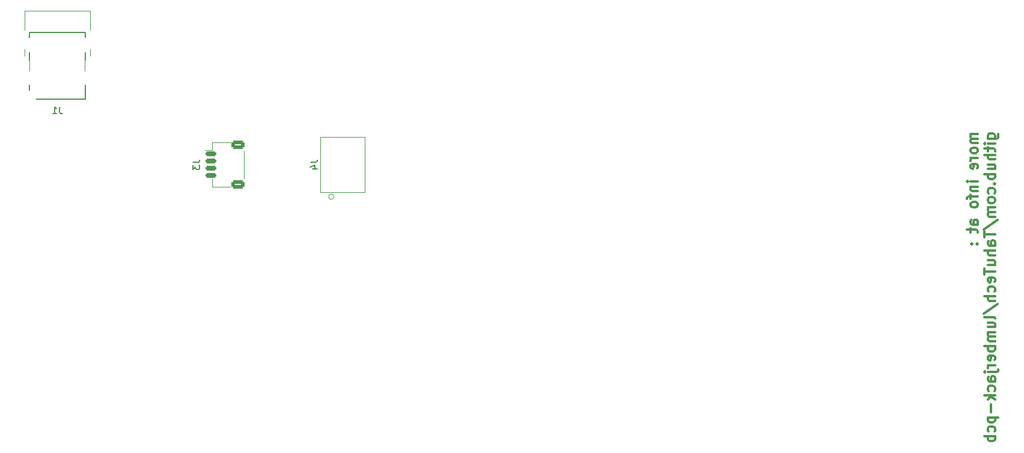
<source format=gbo>
G04 #@! TF.GenerationSoftware,KiCad,Pcbnew,(6.0.0)*
G04 #@! TF.CreationDate,2022-03-13T10:48:27+07:00*
G04 #@! TF.ProjectId,lumberjack,6c756d62-6572-46a6-9163-6b2e6b696361,1.6*
G04 #@! TF.SameCoordinates,Original*
G04 #@! TF.FileFunction,Legend,Bot*
G04 #@! TF.FilePolarity,Positive*
%FSLAX46Y46*%
G04 Gerber Fmt 4.6, Leading zero omitted, Abs format (unit mm)*
G04 Created by KiCad (PCBNEW (6.0.0)) date 2022-03-13 10:48:27*
%MOMM*%
%LPD*%
G01*
G04 APERTURE LIST*
G04 Aperture macros list*
%AMRoundRect*
0 Rectangle with rounded corners*
0 $1 Rounding radius*
0 $2 $3 $4 $5 $6 $7 $8 $9 X,Y pos of 4 corners*
0 Add a 4 corners polygon primitive as box body*
4,1,4,$2,$3,$4,$5,$6,$7,$8,$9,$2,$3,0*
0 Add four circle primitives for the rounded corners*
1,1,$1+$1,$2,$3*
1,1,$1+$1,$4,$5*
1,1,$1+$1,$6,$7*
1,1,$1+$1,$8,$9*
0 Add four rect primitives between the rounded corners*
20,1,$1+$1,$2,$3,$4,$5,0*
20,1,$1+$1,$4,$5,$6,$7,0*
20,1,$1+$1,$6,$7,$8,$9,0*
20,1,$1+$1,$8,$9,$2,$3,0*%
G04 Aperture macros list end*
%ADD10C,0.300000*%
%ADD11C,0.150000*%
%ADD12C,0.120000*%
%ADD13C,0.250000*%
%ADD14C,0.200000*%
%ADD15C,0.010000*%
%ADD16C,1.600000*%
%ADD17R,1.800000X1.800000*%
%ADD18C,1.800000*%
%ADD19R,1.600000X1.600000*%
%ADD20O,1.600000X1.600000*%
%ADD21C,1.710000*%
%ADD22R,1.200000X1.200000*%
%ADD23C,1.200000*%
%ADD24C,2.000000*%
%ADD25C,5.000000*%
%ADD26O,11.600000X5.000000*%
%ADD27C,3.000000*%
%ADD28C,3.048000*%
%ADD29C,1.750000*%
%ADD30C,3.987800*%
%ADD31C,0.600000*%
%ADD32R,2.550000X2.500000*%
%ADD33R,1.700000X1.700000*%
%ADD34O,1.700000X1.700000*%
%ADD35C,1.400000*%
%ADD36O,1.400000X1.400000*%
%ADD37C,1.500000*%
%ADD38C,4.100000*%
%ADD39C,1.900000*%
%ADD40O,0.700000X0.900000*%
%ADD41O,1.100000X1.100000*%
%ADD42O,0.700000X1.000000*%
%ADD43C,1.100000*%
%ADD44R,1.100000X1.100000*%
%ADD45O,0.900000X2.400000*%
%ADD46O,0.850000X2.000000*%
%ADD47O,0.900000X1.700000*%
%ADD48RoundRect,0.150000X-0.625000X0.150000X-0.625000X-0.150000X0.625000X-0.150000X0.625000X0.150000X0*%
%ADD49RoundRect,0.249999X-0.650001X0.350001X-0.650001X-0.350001X0.650001X-0.350001X0.650001X0.350001X0*%
%ADD50C,1.244600*%
G04 APERTURE END LIST*
D10*
X157763871Y-69487742D02*
X156763871Y-69487742D01*
X156906728Y-69487742D02*
X156835300Y-69559171D01*
X156763871Y-69702028D01*
X156763871Y-69916314D01*
X156835300Y-70059171D01*
X156978157Y-70130600D01*
X157763871Y-70130600D01*
X156978157Y-70130600D02*
X156835300Y-70202028D01*
X156763871Y-70344885D01*
X156763871Y-70559171D01*
X156835300Y-70702028D01*
X156978157Y-70773457D01*
X157763871Y-70773457D01*
X157763871Y-71702028D02*
X157692442Y-71559171D01*
X157621014Y-71487742D01*
X157478157Y-71416314D01*
X157049585Y-71416314D01*
X156906728Y-71487742D01*
X156835300Y-71559171D01*
X156763871Y-71702028D01*
X156763871Y-71916314D01*
X156835300Y-72059171D01*
X156906728Y-72130600D01*
X157049585Y-72202028D01*
X157478157Y-72202028D01*
X157621014Y-72130600D01*
X157692442Y-72059171D01*
X157763871Y-71916314D01*
X157763871Y-71702028D01*
X157763871Y-72844885D02*
X156763871Y-72844885D01*
X157049585Y-72844885D02*
X156906728Y-72916314D01*
X156835300Y-72987742D01*
X156763871Y-73130600D01*
X156763871Y-73273457D01*
X157692442Y-74344885D02*
X157763871Y-74202028D01*
X157763871Y-73916314D01*
X157692442Y-73773457D01*
X157549585Y-73702028D01*
X156978157Y-73702028D01*
X156835300Y-73773457D01*
X156763871Y-73916314D01*
X156763871Y-74202028D01*
X156835300Y-74344885D01*
X156978157Y-74416314D01*
X157121014Y-74416314D01*
X157263871Y-73702028D01*
X157763871Y-76202028D02*
X156763871Y-76202028D01*
X156263871Y-76202028D02*
X156335300Y-76130600D01*
X156406728Y-76202028D01*
X156335300Y-76273457D01*
X156263871Y-76202028D01*
X156406728Y-76202028D01*
X156763871Y-76916314D02*
X157763871Y-76916314D01*
X156906728Y-76916314D02*
X156835300Y-76987742D01*
X156763871Y-77130600D01*
X156763871Y-77344885D01*
X156835300Y-77487742D01*
X156978157Y-77559171D01*
X157763871Y-77559171D01*
X156763871Y-78059171D02*
X156763871Y-78630600D01*
X157763871Y-78273457D02*
X156478157Y-78273457D01*
X156335300Y-78344885D01*
X156263871Y-78487742D01*
X156263871Y-78630600D01*
X157763871Y-79344885D02*
X157692442Y-79202028D01*
X157621014Y-79130600D01*
X157478157Y-79059171D01*
X157049585Y-79059171D01*
X156906728Y-79130600D01*
X156835300Y-79202028D01*
X156763871Y-79344885D01*
X156763871Y-79559171D01*
X156835300Y-79702028D01*
X156906728Y-79773457D01*
X157049585Y-79844885D01*
X157478157Y-79844885D01*
X157621014Y-79773457D01*
X157692442Y-79702028D01*
X157763871Y-79559171D01*
X157763871Y-79344885D01*
X157763871Y-82273457D02*
X156978157Y-82273457D01*
X156835300Y-82202028D01*
X156763871Y-82059171D01*
X156763871Y-81773457D01*
X156835300Y-81630600D01*
X157692442Y-82273457D02*
X157763871Y-82130600D01*
X157763871Y-81773457D01*
X157692442Y-81630600D01*
X157549585Y-81559171D01*
X157406728Y-81559171D01*
X157263871Y-81630600D01*
X157192442Y-81773457D01*
X157192442Y-82130600D01*
X157121014Y-82273457D01*
X156763871Y-82773457D02*
X156763871Y-83344885D01*
X156263871Y-82987742D02*
X157549585Y-82987742D01*
X157692442Y-83059171D01*
X157763871Y-83202028D01*
X157763871Y-83344885D01*
X157621014Y-84987742D02*
X157692442Y-85059171D01*
X157763871Y-84987742D01*
X157692442Y-84916314D01*
X157621014Y-84987742D01*
X157763871Y-84987742D01*
X156835300Y-84987742D02*
X156906728Y-85059171D01*
X156978157Y-84987742D01*
X156906728Y-84916314D01*
X156835300Y-84987742D01*
X156978157Y-84987742D01*
X159178871Y-70130600D02*
X160393157Y-70130600D01*
X160536014Y-70059171D01*
X160607442Y-69987742D01*
X160678871Y-69844885D01*
X160678871Y-69630600D01*
X160607442Y-69487742D01*
X160107442Y-70130600D02*
X160178871Y-69987742D01*
X160178871Y-69702028D01*
X160107442Y-69559171D01*
X160036014Y-69487742D01*
X159893157Y-69416314D01*
X159464585Y-69416314D01*
X159321728Y-69487742D01*
X159250300Y-69559171D01*
X159178871Y-69702028D01*
X159178871Y-69987742D01*
X159250300Y-70130600D01*
X160178871Y-70844885D02*
X159178871Y-70844885D01*
X158678871Y-70844885D02*
X158750300Y-70773457D01*
X158821728Y-70844885D01*
X158750300Y-70916314D01*
X158678871Y-70844885D01*
X158821728Y-70844885D01*
X159178871Y-71344885D02*
X159178871Y-71916314D01*
X158678871Y-71559171D02*
X159964585Y-71559171D01*
X160107442Y-71630600D01*
X160178871Y-71773457D01*
X160178871Y-71916314D01*
X160178871Y-72416314D02*
X158678871Y-72416314D01*
X160178871Y-73059171D02*
X159393157Y-73059171D01*
X159250300Y-72987742D01*
X159178871Y-72844885D01*
X159178871Y-72630600D01*
X159250300Y-72487742D01*
X159321728Y-72416314D01*
X159178871Y-74416314D02*
X160178871Y-74416314D01*
X159178871Y-73773457D02*
X159964585Y-73773457D01*
X160107442Y-73844885D01*
X160178871Y-73987742D01*
X160178871Y-74202028D01*
X160107442Y-74344885D01*
X160036014Y-74416314D01*
X160178871Y-75130600D02*
X158678871Y-75130600D01*
X159250300Y-75130600D02*
X159178871Y-75273457D01*
X159178871Y-75559171D01*
X159250300Y-75702028D01*
X159321728Y-75773457D01*
X159464585Y-75844885D01*
X159893157Y-75844885D01*
X160036014Y-75773457D01*
X160107442Y-75702028D01*
X160178871Y-75559171D01*
X160178871Y-75273457D01*
X160107442Y-75130600D01*
X160036014Y-76487742D02*
X160107442Y-76559171D01*
X160178871Y-76487742D01*
X160107442Y-76416314D01*
X160036014Y-76487742D01*
X160178871Y-76487742D01*
X160107442Y-77844885D02*
X160178871Y-77702028D01*
X160178871Y-77416314D01*
X160107442Y-77273457D01*
X160036014Y-77202028D01*
X159893157Y-77130600D01*
X159464585Y-77130600D01*
X159321728Y-77202028D01*
X159250300Y-77273457D01*
X159178871Y-77416314D01*
X159178871Y-77702028D01*
X159250300Y-77844885D01*
X160178871Y-78702028D02*
X160107442Y-78559171D01*
X160036014Y-78487742D01*
X159893157Y-78416314D01*
X159464585Y-78416314D01*
X159321728Y-78487742D01*
X159250300Y-78559171D01*
X159178871Y-78702028D01*
X159178871Y-78916314D01*
X159250300Y-79059171D01*
X159321728Y-79130600D01*
X159464585Y-79202028D01*
X159893157Y-79202028D01*
X160036014Y-79130600D01*
X160107442Y-79059171D01*
X160178871Y-78916314D01*
X160178871Y-78702028D01*
X160178871Y-79844885D02*
X159178871Y-79844885D01*
X159321728Y-79844885D02*
X159250300Y-79916314D01*
X159178871Y-80059171D01*
X159178871Y-80273457D01*
X159250300Y-80416314D01*
X159393157Y-80487742D01*
X160178871Y-80487742D01*
X159393157Y-80487742D02*
X159250300Y-80559171D01*
X159178871Y-80702028D01*
X159178871Y-80916314D01*
X159250300Y-81059171D01*
X159393157Y-81130600D01*
X160178871Y-81130600D01*
X158607442Y-82916314D02*
X160536014Y-81630600D01*
X158678871Y-83202028D02*
X158678871Y-84059171D01*
X160178871Y-83630600D02*
X158678871Y-83630600D01*
X160178871Y-85202028D02*
X159393157Y-85202028D01*
X159250300Y-85130600D01*
X159178871Y-84987742D01*
X159178871Y-84702028D01*
X159250300Y-84559171D01*
X160107442Y-85202028D02*
X160178871Y-85059171D01*
X160178871Y-84702028D01*
X160107442Y-84559171D01*
X159964585Y-84487742D01*
X159821728Y-84487742D01*
X159678871Y-84559171D01*
X159607442Y-84702028D01*
X159607442Y-85059171D01*
X159536014Y-85202028D01*
X160178871Y-85916314D02*
X158678871Y-85916314D01*
X160178871Y-86559171D02*
X159393157Y-86559171D01*
X159250300Y-86487742D01*
X159178871Y-86344885D01*
X159178871Y-86130600D01*
X159250300Y-85987742D01*
X159321728Y-85916314D01*
X159178871Y-87916314D02*
X160178871Y-87916314D01*
X159178871Y-87273457D02*
X159964585Y-87273457D01*
X160107442Y-87344885D01*
X160178871Y-87487742D01*
X160178871Y-87702028D01*
X160107442Y-87844885D01*
X160036014Y-87916314D01*
X158678871Y-88416314D02*
X158678871Y-89273457D01*
X160178871Y-88844885D02*
X158678871Y-88844885D01*
X160107442Y-90344885D02*
X160178871Y-90202028D01*
X160178871Y-89916314D01*
X160107442Y-89773457D01*
X159964585Y-89702028D01*
X159393157Y-89702028D01*
X159250300Y-89773457D01*
X159178871Y-89916314D01*
X159178871Y-90202028D01*
X159250300Y-90344885D01*
X159393157Y-90416314D01*
X159536014Y-90416314D01*
X159678871Y-89702028D01*
X160107442Y-91702028D02*
X160178871Y-91559171D01*
X160178871Y-91273457D01*
X160107442Y-91130600D01*
X160036014Y-91059171D01*
X159893157Y-90987742D01*
X159464585Y-90987742D01*
X159321728Y-91059171D01*
X159250300Y-91130600D01*
X159178871Y-91273457D01*
X159178871Y-91559171D01*
X159250300Y-91702028D01*
X160178871Y-92344885D02*
X158678871Y-92344885D01*
X160178871Y-92987742D02*
X159393157Y-92987742D01*
X159250300Y-92916314D01*
X159178871Y-92773457D01*
X159178871Y-92559171D01*
X159250300Y-92416314D01*
X159321728Y-92344885D01*
X158607442Y-94773457D02*
X160536014Y-93487742D01*
X160178871Y-95487742D02*
X160107442Y-95344885D01*
X159964585Y-95273457D01*
X158678871Y-95273457D01*
X159178871Y-96702028D02*
X160178871Y-96702028D01*
X159178871Y-96059171D02*
X159964585Y-96059171D01*
X160107442Y-96130600D01*
X160178871Y-96273457D01*
X160178871Y-96487742D01*
X160107442Y-96630600D01*
X160036014Y-96702028D01*
X160178871Y-97416314D02*
X159178871Y-97416314D01*
X159321728Y-97416314D02*
X159250300Y-97487742D01*
X159178871Y-97630600D01*
X159178871Y-97844885D01*
X159250300Y-97987742D01*
X159393157Y-98059171D01*
X160178871Y-98059171D01*
X159393157Y-98059171D02*
X159250300Y-98130600D01*
X159178871Y-98273457D01*
X159178871Y-98487742D01*
X159250300Y-98630600D01*
X159393157Y-98702028D01*
X160178871Y-98702028D01*
X160178871Y-99416314D02*
X158678871Y-99416314D01*
X159250300Y-99416314D02*
X159178871Y-99559171D01*
X159178871Y-99844885D01*
X159250300Y-99987742D01*
X159321728Y-100059171D01*
X159464585Y-100130600D01*
X159893157Y-100130600D01*
X160036014Y-100059171D01*
X160107442Y-99987742D01*
X160178871Y-99844885D01*
X160178871Y-99559171D01*
X160107442Y-99416314D01*
X160107442Y-101344885D02*
X160178871Y-101202028D01*
X160178871Y-100916314D01*
X160107442Y-100773457D01*
X159964585Y-100702028D01*
X159393157Y-100702028D01*
X159250300Y-100773457D01*
X159178871Y-100916314D01*
X159178871Y-101202028D01*
X159250300Y-101344885D01*
X159393157Y-101416314D01*
X159536014Y-101416314D01*
X159678871Y-100702028D01*
X160178871Y-102059171D02*
X159178871Y-102059171D01*
X159464585Y-102059171D02*
X159321728Y-102130600D01*
X159250300Y-102202028D01*
X159178871Y-102344885D01*
X159178871Y-102487742D01*
X159178871Y-102987742D02*
X160464585Y-102987742D01*
X160607442Y-102916314D01*
X160678871Y-102773457D01*
X160678871Y-102702028D01*
X158678871Y-102987742D02*
X158750300Y-102916314D01*
X158821728Y-102987742D01*
X158750300Y-103059171D01*
X158678871Y-102987742D01*
X158821728Y-102987742D01*
X160178871Y-104344885D02*
X159393157Y-104344885D01*
X159250300Y-104273457D01*
X159178871Y-104130600D01*
X159178871Y-103844885D01*
X159250300Y-103702028D01*
X160107442Y-104344885D02*
X160178871Y-104202028D01*
X160178871Y-103844885D01*
X160107442Y-103702028D01*
X159964585Y-103630600D01*
X159821728Y-103630600D01*
X159678871Y-103702028D01*
X159607442Y-103844885D01*
X159607442Y-104202028D01*
X159536014Y-104344885D01*
X160107442Y-105702028D02*
X160178871Y-105559171D01*
X160178871Y-105273457D01*
X160107442Y-105130600D01*
X160036014Y-105059171D01*
X159893157Y-104987742D01*
X159464585Y-104987742D01*
X159321728Y-105059171D01*
X159250300Y-105130600D01*
X159178871Y-105273457D01*
X159178871Y-105559171D01*
X159250300Y-105702028D01*
X160178871Y-106344885D02*
X158678871Y-106344885D01*
X159607442Y-106487742D02*
X160178871Y-106916314D01*
X159178871Y-106916314D02*
X159750300Y-106344885D01*
X159607442Y-107559171D02*
X159607442Y-108702028D01*
X159178871Y-109416314D02*
X160678871Y-109416314D01*
X159250300Y-109416314D02*
X159178871Y-109559171D01*
X159178871Y-109844885D01*
X159250300Y-109987742D01*
X159321728Y-110059171D01*
X159464585Y-110130600D01*
X159893157Y-110130600D01*
X160036014Y-110059171D01*
X160107442Y-109987742D01*
X160178871Y-109844885D01*
X160178871Y-109559171D01*
X160107442Y-109416314D01*
X160107442Y-111416314D02*
X160178871Y-111273457D01*
X160178871Y-110987742D01*
X160107442Y-110844885D01*
X160036014Y-110773457D01*
X159893157Y-110702028D01*
X159464585Y-110702028D01*
X159321728Y-110773457D01*
X159250300Y-110844885D01*
X159178871Y-110987742D01*
X159178871Y-111273457D01*
X159250300Y-111416314D01*
X160178871Y-112059171D02*
X158678871Y-112059171D01*
X159250300Y-112059171D02*
X159178871Y-112202028D01*
X159178871Y-112487742D01*
X159250300Y-112630600D01*
X159321728Y-112702028D01*
X159464585Y-112773457D01*
X159893157Y-112773457D01*
X160036014Y-112702028D01*
X160107442Y-112630600D01*
X160178871Y-112487742D01*
X160178871Y-112202028D01*
X160107442Y-112059171D01*
D11*
X28436333Y-65646380D02*
X28436333Y-66360666D01*
X28483952Y-66503523D01*
X28579190Y-66598761D01*
X28722047Y-66646380D01*
X28817285Y-66646380D01*
X27436333Y-66646380D02*
X28007761Y-66646380D01*
X27722047Y-66646380D02*
X27722047Y-65646380D01*
X27817285Y-65789238D01*
X27912523Y-65884476D01*
X28007761Y-65932095D01*
X47162380Y-73476666D02*
X47876666Y-73476666D01*
X48019523Y-73429047D01*
X48114761Y-73333809D01*
X48162380Y-73190952D01*
X48162380Y-73095714D01*
X47162380Y-73857619D02*
X47162380Y-74476666D01*
X47543333Y-74143333D01*
X47543333Y-74286190D01*
X47590952Y-74381428D01*
X47638571Y-74429047D01*
X47733809Y-74476666D01*
X47971904Y-74476666D01*
X48067142Y-74429047D01*
X48114761Y-74381428D01*
X48162380Y-74286190D01*
X48162380Y-74000476D01*
X48114761Y-73905238D01*
X48067142Y-73857619D01*
X63746130Y-73466774D02*
X64460416Y-73466774D01*
X64603273Y-73419155D01*
X64698511Y-73323917D01*
X64746130Y-73181060D01*
X64746130Y-73085822D01*
X64079464Y-74371536D02*
X64746130Y-74371536D01*
X63698511Y-74133441D02*
X64412797Y-73895346D01*
X64412797Y-74514393D01*
X66127380Y-76075000D02*
X66365476Y-76075000D01*
X66270238Y-75836904D02*
X66365476Y-76075000D01*
X66270238Y-76313095D01*
X66555952Y-75932142D02*
X66365476Y-76075000D01*
X66555952Y-76217857D01*
D12*
X23508000Y-52130000D02*
X32698000Y-52130000D01*
X32698000Y-54860000D02*
X32698000Y-52130000D01*
X23508000Y-58460000D02*
X23508000Y-57560000D01*
D11*
X24200000Y-64600000D02*
X24200000Y-55200000D01*
D12*
X32698000Y-58460000D02*
X32698000Y-57560000D01*
D11*
X32000000Y-55200000D02*
X32000000Y-64600000D01*
X32000000Y-64600000D02*
X24200000Y-64600000D01*
X32000000Y-55200000D02*
X24200000Y-55200000D01*
D12*
X23508000Y-54860000D02*
X23508000Y-52130000D01*
X49905000Y-71750000D02*
X48915000Y-71750000D01*
X49905000Y-70700000D02*
X49905000Y-71750000D01*
X54375000Y-71870000D02*
X54375000Y-75750000D01*
X49905000Y-76920000D02*
X49905000Y-75870000D01*
X52405000Y-76920000D02*
X49905000Y-76920000D01*
X52405000Y-70700000D02*
X49905000Y-70700000D01*
X65148000Y-77699008D02*
X65148000Y-69901208D01*
X71447200Y-69901208D02*
X71447200Y-77699008D01*
X65148000Y-69901208D02*
X71447200Y-69901208D01*
X71447200Y-77699008D02*
X65148000Y-77699008D01*
X67056000Y-78334008D02*
G75*
G03*
X67056000Y-78334008I-381000J0D01*
G01*
%LPC*%
D13*
X235240342Y-91282780D02*
X235240342Y-90282780D01*
X234907009Y-90997066D01*
X234573676Y-90282780D01*
X234573676Y-91282780D01*
X233907009Y-90282780D02*
X233716533Y-90282780D01*
X233621295Y-90330400D01*
X233526057Y-90425638D01*
X233478438Y-90616114D01*
X233478438Y-90949447D01*
X233526057Y-91139923D01*
X233621295Y-91235161D01*
X233716533Y-91282780D01*
X233907009Y-91282780D01*
X234002247Y-91235161D01*
X234097485Y-91139923D01*
X234145104Y-90949447D01*
X234145104Y-90616114D01*
X234097485Y-90425638D01*
X234002247Y-90330400D01*
X233907009Y-90282780D01*
X233049866Y-91282780D02*
X233049866Y-90282780D01*
X232811771Y-90282780D01*
X232668914Y-90330400D01*
X232573676Y-90425638D01*
X232526057Y-90520876D01*
X232478438Y-90711352D01*
X232478438Y-90854209D01*
X232526057Y-91044685D01*
X232573676Y-91139923D01*
X232668914Y-91235161D01*
X232811771Y-91282780D01*
X233049866Y-91282780D01*
D14*
X232981904Y-92847380D02*
X232981904Y-92180714D01*
X232981904Y-92371190D02*
X232934285Y-92275952D01*
X232886666Y-92228333D01*
X232791428Y-92180714D01*
X232696190Y-92180714D01*
X231981904Y-92799761D02*
X232077142Y-92847380D01*
X232267619Y-92847380D01*
X232362857Y-92799761D01*
X232410476Y-92704523D01*
X232410476Y-92323571D01*
X232362857Y-92228333D01*
X232267619Y-92180714D01*
X232077142Y-92180714D01*
X231981904Y-92228333D01*
X231934285Y-92323571D01*
X231934285Y-92418809D01*
X232410476Y-92514047D01*
X231600952Y-92180714D02*
X231362857Y-92847380D01*
X231124761Y-92180714D01*
X230220000Y-92847380D02*
X230791428Y-92847380D01*
X230505714Y-92847380D02*
X230505714Y-91847380D01*
X230600952Y-91990238D01*
X230696190Y-92085476D01*
X230791428Y-92133095D01*
X229791428Y-92752142D02*
X229743809Y-92799761D01*
X229791428Y-92847380D01*
X229839047Y-92799761D01*
X229791428Y-92752142D01*
X229791428Y-92847380D01*
X228886666Y-91847380D02*
X229077142Y-91847380D01*
X229172380Y-91895000D01*
X229220000Y-91942619D01*
X229315238Y-92085476D01*
X229362857Y-92275952D01*
X229362857Y-92656904D01*
X229315238Y-92752142D01*
X229267619Y-92799761D01*
X229172380Y-92847380D01*
X228981904Y-92847380D01*
X228886666Y-92799761D01*
X228839047Y-92752142D01*
X228791428Y-92656904D01*
X228791428Y-92418809D01*
X228839047Y-92323571D01*
X228886666Y-92275952D01*
X228981904Y-92228333D01*
X229172380Y-92228333D01*
X229267619Y-92275952D01*
X229315238Y-92323571D01*
X229362857Y-92418809D01*
X227029523Y-92752142D02*
X227077142Y-92799761D01*
X227220000Y-92847380D01*
X227315238Y-92847380D01*
X227458095Y-92799761D01*
X227553333Y-92704523D01*
X227600952Y-92609285D01*
X227648571Y-92418809D01*
X227648571Y-92275952D01*
X227600952Y-92085476D01*
X227553333Y-91990238D01*
X227458095Y-91895000D01*
X227315238Y-91847380D01*
X227220000Y-91847380D01*
X227077142Y-91895000D01*
X227029523Y-91942619D01*
X226600952Y-92847380D02*
X226600952Y-91847380D01*
X226172380Y-92847380D02*
X226172380Y-92323571D01*
X226220000Y-92228333D01*
X226315238Y-92180714D01*
X226458095Y-92180714D01*
X226553333Y-92228333D01*
X226600952Y-92275952D01*
X225315238Y-92799761D02*
X225410476Y-92847380D01*
X225600952Y-92847380D01*
X225696190Y-92799761D01*
X225743809Y-92704523D01*
X225743809Y-92323571D01*
X225696190Y-92228333D01*
X225600952Y-92180714D01*
X225410476Y-92180714D01*
X225315238Y-92228333D01*
X225267619Y-92323571D01*
X225267619Y-92418809D01*
X225743809Y-92514047D01*
X224839047Y-92847380D02*
X224839047Y-92180714D01*
X224839047Y-92371190D02*
X224791428Y-92275952D01*
X224743809Y-92228333D01*
X224648571Y-92180714D01*
X224553333Y-92180714D01*
X224220000Y-92847380D02*
X224220000Y-92180714D01*
X224220000Y-92371190D02*
X224172380Y-92275952D01*
X224124761Y-92228333D01*
X224029523Y-92180714D01*
X223934285Y-92180714D01*
X223696190Y-92180714D02*
X223458095Y-92847380D01*
X223220000Y-92180714D02*
X223458095Y-92847380D01*
X223553333Y-93085476D01*
X223600952Y-93133095D01*
X223696190Y-93180714D01*
X232791428Y-93457380D02*
X232696190Y-93457380D01*
X232600952Y-93505000D01*
X232553333Y-93552619D01*
X232505714Y-93647857D01*
X232458095Y-93838333D01*
X232458095Y-94076428D01*
X232505714Y-94266904D01*
X232553333Y-94362142D01*
X232600952Y-94409761D01*
X232696190Y-94457380D01*
X232791428Y-94457380D01*
X232886666Y-94409761D01*
X232934285Y-94362142D01*
X232981904Y-94266904D01*
X233029523Y-94076428D01*
X233029523Y-93838333D01*
X232981904Y-93647857D01*
X232934285Y-93552619D01*
X232886666Y-93505000D01*
X232791428Y-93457380D01*
X232124761Y-93457380D02*
X231505714Y-93457380D01*
X231839047Y-93838333D01*
X231696190Y-93838333D01*
X231600952Y-93885952D01*
X231553333Y-93933571D01*
X231505714Y-94028809D01*
X231505714Y-94266904D01*
X231553333Y-94362142D01*
X231600952Y-94409761D01*
X231696190Y-94457380D01*
X231981904Y-94457380D01*
X232077142Y-94409761D01*
X232124761Y-94362142D01*
X230362857Y-93409761D02*
X231220000Y-94695476D01*
X230077142Y-93552619D02*
X230029523Y-93505000D01*
X229934285Y-93457380D01*
X229696190Y-93457380D01*
X229600952Y-93505000D01*
X229553333Y-93552619D01*
X229505714Y-93647857D01*
X229505714Y-93743095D01*
X229553333Y-93885952D01*
X230124761Y-94457380D01*
X229505714Y-94457380D01*
X228886666Y-93457380D02*
X228791428Y-93457380D01*
X228696190Y-93505000D01*
X228648571Y-93552619D01*
X228600952Y-93647857D01*
X228553333Y-93838333D01*
X228553333Y-94076428D01*
X228600952Y-94266904D01*
X228648571Y-94362142D01*
X228696190Y-94409761D01*
X228791428Y-94457380D01*
X228886666Y-94457380D01*
X228981904Y-94409761D01*
X229029523Y-94362142D01*
X229077142Y-94266904D01*
X229124761Y-94076428D01*
X229124761Y-93838333D01*
X229077142Y-93647857D01*
X229029523Y-93552619D01*
X228981904Y-93505000D01*
X228886666Y-93457380D01*
X228172380Y-93552619D02*
X228124761Y-93505000D01*
X228029523Y-93457380D01*
X227791428Y-93457380D01*
X227696190Y-93505000D01*
X227648571Y-93552619D01*
X227600952Y-93647857D01*
X227600952Y-93743095D01*
X227648571Y-93885952D01*
X228220000Y-94457380D01*
X227600952Y-94457380D01*
X227220000Y-93552619D02*
X227172380Y-93505000D01*
X227077142Y-93457380D01*
X226839047Y-93457380D01*
X226743809Y-93505000D01*
X226696190Y-93552619D01*
X226648571Y-93647857D01*
X226648571Y-93743095D01*
X226696190Y-93885952D01*
X227267619Y-94457380D01*
X226648571Y-94457380D01*
D11*
X241202095Y-90403380D02*
X241678285Y-90403380D01*
X241678285Y-89403380D01*
X240868761Y-89403380D02*
X240868761Y-90212904D01*
X240821142Y-90308142D01*
X240773523Y-90355761D01*
X240678285Y-90403380D01*
X240487809Y-90403380D01*
X240392571Y-90355761D01*
X240344952Y-90308142D01*
X240297333Y-90212904D01*
X240297333Y-89403380D01*
X239821142Y-90403380D02*
X239821142Y-89403380D01*
X239487809Y-90117666D01*
X239154476Y-89403380D01*
X239154476Y-90403380D01*
X238344952Y-89879571D02*
X238202095Y-89927190D01*
X238154476Y-89974809D01*
X238106857Y-90070047D01*
X238106857Y-90212904D01*
X238154476Y-90308142D01*
X238202095Y-90355761D01*
X238297333Y-90403380D01*
X238678285Y-90403380D01*
X238678285Y-89403380D01*
X238344952Y-89403380D01*
X238249714Y-89451000D01*
X238202095Y-89498619D01*
X238154476Y-89593857D01*
X238154476Y-89689095D01*
X238202095Y-89784333D01*
X238249714Y-89831952D01*
X238344952Y-89879571D01*
X238678285Y-89879571D01*
X237678285Y-89879571D02*
X237344952Y-89879571D01*
X237202095Y-90403380D02*
X237678285Y-90403380D01*
X237678285Y-89403380D01*
X237202095Y-89403380D01*
X236202095Y-90403380D02*
X236535428Y-89927190D01*
X236773523Y-90403380D02*
X236773523Y-89403380D01*
X236392571Y-89403380D01*
X236297333Y-89451000D01*
X236249714Y-89498619D01*
X236202095Y-89593857D01*
X236202095Y-89736714D01*
X236249714Y-89831952D01*
X236297333Y-89879571D01*
X236392571Y-89927190D01*
X236773523Y-89927190D01*
D13*
X241625428Y-90655761D02*
X241625428Y-92084333D01*
X241720666Y-92370047D01*
X241911142Y-92560523D01*
X242196857Y-92655761D01*
X242387333Y-92655761D01*
X240768285Y-92084333D02*
X239815904Y-92084333D01*
X240958761Y-92655761D02*
X240292095Y-90655761D01*
X239625428Y-92655761D01*
X237815904Y-92465285D02*
X237911142Y-92560523D01*
X238196857Y-92655761D01*
X238387333Y-92655761D01*
X238673047Y-92560523D01*
X238863523Y-92370047D01*
X238958761Y-92179571D01*
X239054000Y-91798619D01*
X239054000Y-91512904D01*
X238958761Y-91131952D01*
X238863523Y-90941476D01*
X238673047Y-90751000D01*
X238387333Y-90655761D01*
X238196857Y-90655761D01*
X237911142Y-90751000D01*
X237815904Y-90846238D01*
X236958761Y-92655761D02*
X236958761Y-90655761D01*
X235815904Y-92655761D02*
X236673047Y-91512904D01*
X235815904Y-90655761D02*
X236958761Y-91798619D01*
D15*
X259980443Y-95068626D02*
X259938854Y-95088490D01*
X259938854Y-95088490D02*
X259898575Y-95117184D01*
X259898575Y-95117184D02*
X259867890Y-95150209D01*
X259867890Y-95150209D02*
X259845539Y-95192331D01*
X259845539Y-95192331D02*
X259830264Y-95248315D01*
X259830264Y-95248315D02*
X259820808Y-95322928D01*
X259820808Y-95322928D02*
X259815913Y-95420935D01*
X259815913Y-95420935D02*
X259814319Y-95547102D01*
X259814319Y-95547102D02*
X259814294Y-95560314D01*
X259814294Y-95560314D02*
X259813927Y-95856926D01*
X259813927Y-95856926D02*
X259997743Y-95856926D01*
X259997743Y-95856926D02*
X259997743Y-95583481D01*
X259997743Y-95583481D02*
X259997873Y-95482177D01*
X259997873Y-95482177D02*
X259998779Y-95408753D01*
X259998779Y-95408753D02*
X260001227Y-95357671D01*
X260001227Y-95357671D02*
X260005986Y-95323390D01*
X260005986Y-95323390D02*
X260013826Y-95300371D01*
X260013826Y-95300371D02*
X260025515Y-95283073D01*
X260025515Y-95283073D02*
X260041798Y-95265981D01*
X260041798Y-95265981D02*
X260098766Y-95229257D01*
X260098766Y-95229257D02*
X260160955Y-95222442D01*
X260160955Y-95222442D02*
X260220201Y-95245661D01*
X260220201Y-95245661D02*
X260240805Y-95262943D01*
X260240805Y-95262943D02*
X260255930Y-95279191D01*
X260255930Y-95279191D02*
X260266790Y-95296591D01*
X260266790Y-95296591D02*
X260274090Y-95320612D01*
X260274090Y-95320612D02*
X260278537Y-95356722D01*
X260278537Y-95356722D02*
X260280836Y-95410388D01*
X260280836Y-95410388D02*
X260281696Y-95487080D01*
X260281696Y-95487080D02*
X260281822Y-95580443D01*
X260281822Y-95580443D02*
X260281822Y-95856926D01*
X260281822Y-95856926D02*
X260465637Y-95856926D01*
X260465637Y-95856926D02*
X260465637Y-95054821D01*
X260465637Y-95054821D02*
X260373729Y-95054821D01*
X260373729Y-95054821D02*
X260318549Y-95057003D01*
X260318549Y-95057003D02*
X260290080Y-95064751D01*
X260290080Y-95064751D02*
X260281825Y-95079868D01*
X260281825Y-95079868D02*
X260281822Y-95080316D01*
X260281822Y-95080316D02*
X260277992Y-95095120D01*
X260277992Y-95095120D02*
X260261099Y-95093440D01*
X260261099Y-95093440D02*
X260227512Y-95077173D01*
X260227512Y-95077173D02*
X260151337Y-95053240D01*
X260151337Y-95053240D02*
X260064200Y-95050578D01*
X260064200Y-95050578D02*
X259980443Y-95068626D01*
X259980443Y-95068626D02*
X259980443Y-95068626D01*
G36*
X260151337Y-95053240D02*
G01*
X260227512Y-95077173D01*
X260261099Y-95093440D01*
X260277992Y-95095120D01*
X260281822Y-95080316D01*
X260281825Y-95079868D01*
X260290080Y-95064751D01*
X260318549Y-95057003D01*
X260373729Y-95054821D01*
X260465637Y-95054821D01*
X260465637Y-95856926D01*
X260281822Y-95856926D01*
X260281822Y-95580443D01*
X260281696Y-95487080D01*
X260280836Y-95410388D01*
X260278537Y-95356722D01*
X260274090Y-95320612D01*
X260266790Y-95296591D01*
X260255930Y-95279191D01*
X260240805Y-95262943D01*
X260220201Y-95245661D01*
X260160955Y-95222442D01*
X260098766Y-95229257D01*
X260041798Y-95265981D01*
X260025515Y-95283073D01*
X260013826Y-95300371D01*
X260005986Y-95323390D01*
X260001227Y-95357671D01*
X259998779Y-95408753D01*
X259997873Y-95482177D01*
X259997743Y-95583481D01*
X259997743Y-95856926D01*
X259813927Y-95856926D01*
X259814294Y-95560314D01*
X259814319Y-95547102D01*
X259815913Y-95420935D01*
X259820808Y-95322928D01*
X259830264Y-95248315D01*
X259845539Y-95192331D01*
X259867890Y-95150209D01*
X259898575Y-95117184D01*
X259938854Y-95088490D01*
X259980443Y-95068626D01*
X260064200Y-95050578D01*
X260151337Y-95053240D01*
G37*
X260151337Y-95053240D02*
X260227512Y-95077173D01*
X260261099Y-95093440D01*
X260277992Y-95095120D01*
X260281822Y-95080316D01*
X260281825Y-95079868D01*
X260290080Y-95064751D01*
X260318549Y-95057003D01*
X260373729Y-95054821D01*
X260465637Y-95054821D01*
X260465637Y-95856926D01*
X260281822Y-95856926D01*
X260281822Y-95580443D01*
X260281696Y-95487080D01*
X260280836Y-95410388D01*
X260278537Y-95356722D01*
X260274090Y-95320612D01*
X260266790Y-95296591D01*
X260255930Y-95279191D01*
X260240805Y-95262943D01*
X260220201Y-95245661D01*
X260160955Y-95222442D01*
X260098766Y-95229257D01*
X260041798Y-95265981D01*
X260025515Y-95283073D01*
X260013826Y-95300371D01*
X260005986Y-95323390D01*
X260001227Y-95357671D01*
X259998779Y-95408753D01*
X259997873Y-95482177D01*
X259997743Y-95583481D01*
X259997743Y-95856926D01*
X259813927Y-95856926D01*
X259814294Y-95560314D01*
X259814319Y-95547102D01*
X259815913Y-95420935D01*
X259820808Y-95322928D01*
X259830264Y-95248315D01*
X259845539Y-95192331D01*
X259867890Y-95150209D01*
X259898575Y-95117184D01*
X259938854Y-95088490D01*
X259980443Y-95068626D01*
X260064200Y-95050578D01*
X260151337Y-95053240D01*
X256031824Y-95061819D02*
X255935005Y-95102949D01*
X255935005Y-95102949D02*
X255904510Y-95122971D01*
X255904510Y-95122971D02*
X255865535Y-95153740D01*
X255865535Y-95153740D02*
X255841069Y-95177933D01*
X255841069Y-95177933D02*
X255836822Y-95185813D01*
X255836822Y-95185813D02*
X255848816Y-95203299D01*
X255848816Y-95203299D02*
X255879513Y-95232970D01*
X255879513Y-95232970D02*
X255904088Y-95253679D01*
X255904088Y-95253679D02*
X255971354Y-95307736D01*
X255971354Y-95307736D02*
X256024470Y-95263042D01*
X256024470Y-95263042D02*
X256065516Y-95234189D01*
X256065516Y-95234189D02*
X256105537Y-95224229D01*
X256105537Y-95224229D02*
X256151341Y-95226661D01*
X256151341Y-95226661D02*
X256224076Y-95244745D01*
X256224076Y-95244745D02*
X256274144Y-95282281D01*
X256274144Y-95282281D02*
X256304571Y-95342962D01*
X256304571Y-95342962D02*
X256318383Y-95430481D01*
X256318383Y-95430481D02*
X256318387Y-95430536D01*
X256318387Y-95430536D02*
X256317192Y-95528358D01*
X256317192Y-95528358D02*
X256298628Y-95600130D01*
X256298628Y-95600130D02*
X256261596Y-95648995D01*
X256261596Y-95648995D02*
X256236350Y-95665543D01*
X256236350Y-95665543D02*
X256169303Y-95686149D01*
X256169303Y-95686149D02*
X256097691Y-95686162D01*
X256097691Y-95686162D02*
X256035385Y-95666168D01*
X256035385Y-95666168D02*
X256020637Y-95656400D01*
X256020637Y-95656400D02*
X255983650Y-95631447D01*
X255983650Y-95631447D02*
X255954732Y-95627358D01*
X255954732Y-95627358D02*
X255923544Y-95645930D01*
X255923544Y-95645930D02*
X255889064Y-95679287D01*
X255889064Y-95679287D02*
X255834488Y-95735596D01*
X255834488Y-95735596D02*
X255895082Y-95785542D01*
X255895082Y-95785542D02*
X255988702Y-95841913D01*
X255988702Y-95841913D02*
X256094275Y-95869693D01*
X256094275Y-95869693D02*
X256204602Y-95867682D01*
X256204602Y-95867682D02*
X256277057Y-95849262D01*
X256277057Y-95849262D02*
X256361744Y-95803710D01*
X256361744Y-95803710D02*
X256429473Y-95732050D01*
X256429473Y-95732050D02*
X256460243Y-95681466D01*
X256460243Y-95681466D02*
X256485164Y-95608888D01*
X256485164Y-95608888D02*
X256497634Y-95516969D01*
X256497634Y-95516969D02*
X256497730Y-95417348D01*
X256497730Y-95417348D02*
X256485530Y-95321667D01*
X256485530Y-95321667D02*
X256461110Y-95241569D01*
X256461110Y-95241569D02*
X256457264Y-95233356D01*
X256457264Y-95233356D02*
X256400307Y-95152813D01*
X256400307Y-95152813D02*
X256323191Y-95094171D01*
X256323191Y-95094171D02*
X256232010Y-95058647D01*
X256232010Y-95058647D02*
X256132857Y-95047457D01*
X256132857Y-95047457D02*
X256031824Y-95061819D01*
X256031824Y-95061819D02*
X256031824Y-95061819D01*
G36*
X256232010Y-95058647D02*
G01*
X256323191Y-95094171D01*
X256400307Y-95152813D01*
X256457264Y-95233356D01*
X256461110Y-95241569D01*
X256485530Y-95321667D01*
X256497730Y-95417348D01*
X256497634Y-95516969D01*
X256485164Y-95608888D01*
X256460243Y-95681466D01*
X256429473Y-95732050D01*
X256361744Y-95803710D01*
X256277057Y-95849262D01*
X256204602Y-95867682D01*
X256094275Y-95869693D01*
X255988702Y-95841913D01*
X255895082Y-95785542D01*
X255834488Y-95735596D01*
X255889064Y-95679287D01*
X255923544Y-95645930D01*
X255954732Y-95627358D01*
X255983650Y-95631447D01*
X256020637Y-95656400D01*
X256035385Y-95666168D01*
X256097691Y-95686162D01*
X256169303Y-95686149D01*
X256236350Y-95665543D01*
X256261596Y-95648995D01*
X256298628Y-95600130D01*
X256317192Y-95528358D01*
X256318387Y-95430536D01*
X256318383Y-95430481D01*
X256304571Y-95342962D01*
X256274144Y-95282281D01*
X256224076Y-95244745D01*
X256151341Y-95226661D01*
X256105537Y-95224229D01*
X256065516Y-95234189D01*
X256024470Y-95263042D01*
X255971354Y-95307736D01*
X255904088Y-95253679D01*
X255879513Y-95232970D01*
X255848816Y-95203299D01*
X255836822Y-95185813D01*
X255841069Y-95177933D01*
X255865535Y-95153740D01*
X255904510Y-95122971D01*
X255935005Y-95102949D01*
X256031824Y-95061819D01*
X256132857Y-95047457D01*
X256232010Y-95058647D01*
G37*
X256232010Y-95058647D02*
X256323191Y-95094171D01*
X256400307Y-95152813D01*
X256457264Y-95233356D01*
X256461110Y-95241569D01*
X256485530Y-95321667D01*
X256497730Y-95417348D01*
X256497634Y-95516969D01*
X256485164Y-95608888D01*
X256460243Y-95681466D01*
X256429473Y-95732050D01*
X256361744Y-95803710D01*
X256277057Y-95849262D01*
X256204602Y-95867682D01*
X256094275Y-95869693D01*
X255988702Y-95841913D01*
X255895082Y-95785542D01*
X255834488Y-95735596D01*
X255889064Y-95679287D01*
X255923544Y-95645930D01*
X255954732Y-95627358D01*
X255983650Y-95631447D01*
X256020637Y-95656400D01*
X256035385Y-95666168D01*
X256097691Y-95686162D01*
X256169303Y-95686149D01*
X256236350Y-95665543D01*
X256261596Y-95648995D01*
X256298628Y-95600130D01*
X256317192Y-95528358D01*
X256318387Y-95430536D01*
X256318383Y-95430481D01*
X256304571Y-95342962D01*
X256274144Y-95282281D01*
X256224076Y-95244745D01*
X256151341Y-95226661D01*
X256105537Y-95224229D01*
X256065516Y-95234189D01*
X256024470Y-95263042D01*
X255971354Y-95307736D01*
X255904088Y-95253679D01*
X255879513Y-95232970D01*
X255848816Y-95203299D01*
X255836822Y-95185813D01*
X255841069Y-95177933D01*
X255865535Y-95153740D01*
X255904510Y-95122971D01*
X255935005Y-95102949D01*
X256031824Y-95061819D01*
X256132857Y-95047457D01*
X256232010Y-95058647D01*
X256587012Y-95054045D02*
X256529535Y-95071606D01*
X256529535Y-95071606D02*
X256492528Y-95093795D01*
X256492528Y-95093795D02*
X256480473Y-95111342D01*
X256480473Y-95111342D02*
X256483791Y-95132142D01*
X256483791Y-95132142D02*
X256505321Y-95164819D01*
X256505321Y-95164819D02*
X256523526Y-95187962D01*
X256523526Y-95187962D02*
X256561056Y-95229802D01*
X256561056Y-95229802D02*
X256589252Y-95247405D01*
X256589252Y-95247405D02*
X256613289Y-95246256D01*
X256613289Y-95246256D02*
X256684592Y-95228110D01*
X256684592Y-95228110D02*
X256736958Y-95228934D01*
X256736958Y-95228934D02*
X256779482Y-95249498D01*
X256779482Y-95249498D02*
X256793758Y-95261534D01*
X256793758Y-95261534D02*
X256839453Y-95303883D01*
X256839453Y-95303883D02*
X256839453Y-95856926D01*
X256839453Y-95856926D02*
X257023269Y-95856926D01*
X257023269Y-95856926D02*
X257023269Y-95054821D01*
X257023269Y-95054821D02*
X256931361Y-95054821D01*
X256931361Y-95054821D02*
X256876181Y-95057003D01*
X256876181Y-95057003D02*
X256847712Y-95064751D01*
X256847712Y-95064751D02*
X256839457Y-95079868D01*
X256839457Y-95079868D02*
X256839453Y-95080316D01*
X256839453Y-95080316D02*
X256835555Y-95096149D01*
X256835555Y-95096149D02*
X256817926Y-95094084D01*
X256817926Y-95094084D02*
X256793499Y-95082661D01*
X256793499Y-95082661D02*
X256743050Y-95061405D01*
X256743050Y-95061405D02*
X256702084Y-95048616D01*
X256702084Y-95048616D02*
X256649372Y-95045338D01*
X256649372Y-95045338D02*
X256587012Y-95054045D01*
X256587012Y-95054045D02*
X256587012Y-95054045D01*
G36*
X256702084Y-95048616D02*
G01*
X256743050Y-95061405D01*
X256793499Y-95082661D01*
X256817926Y-95094084D01*
X256835555Y-95096149D01*
X256839453Y-95080316D01*
X256839457Y-95079868D01*
X256847712Y-95064751D01*
X256876181Y-95057003D01*
X256931361Y-95054821D01*
X257023269Y-95054821D01*
X257023269Y-95856926D01*
X256839453Y-95856926D01*
X256839453Y-95303883D01*
X256793758Y-95261534D01*
X256779482Y-95249498D01*
X256736958Y-95228934D01*
X256684592Y-95228110D01*
X256613289Y-95246256D01*
X256589252Y-95247405D01*
X256561056Y-95229802D01*
X256523526Y-95187962D01*
X256505321Y-95164819D01*
X256483791Y-95132142D01*
X256480473Y-95111342D01*
X256492528Y-95093795D01*
X256529535Y-95071606D01*
X256587012Y-95054045D01*
X256649372Y-95045338D01*
X256702084Y-95048616D01*
G37*
X256702084Y-95048616D02*
X256743050Y-95061405D01*
X256793499Y-95082661D01*
X256817926Y-95094084D01*
X256835555Y-95096149D01*
X256839453Y-95080316D01*
X256839457Y-95079868D01*
X256847712Y-95064751D01*
X256876181Y-95057003D01*
X256931361Y-95054821D01*
X257023269Y-95054821D01*
X257023269Y-95856926D01*
X256839453Y-95856926D01*
X256839453Y-95303883D01*
X256793758Y-95261534D01*
X256779482Y-95249498D01*
X256736958Y-95228934D01*
X256684592Y-95228110D01*
X256613289Y-95246256D01*
X256589252Y-95247405D01*
X256561056Y-95229802D01*
X256523526Y-95187962D01*
X256505321Y-95164819D01*
X256483791Y-95132142D01*
X256480473Y-95111342D01*
X256492528Y-95093795D01*
X256529535Y-95071606D01*
X256587012Y-95054045D01*
X256649372Y-95045338D01*
X256702084Y-95048616D01*
X256805233Y-96307847D02*
X256740992Y-96320512D01*
X256740992Y-96320512D02*
X256704420Y-96339264D01*
X256704420Y-96339264D02*
X256665947Y-96370417D01*
X256665947Y-96370417D02*
X256720683Y-96439527D01*
X256720683Y-96439527D02*
X256754431Y-96481379D01*
X256754431Y-96481379D02*
X256777347Y-96501798D01*
X256777347Y-96501798D02*
X256800121Y-96504917D01*
X256800121Y-96504917D02*
X256833444Y-96494872D01*
X256833444Y-96494872D02*
X256849086Y-96489189D01*
X256849086Y-96489189D02*
X256912858Y-96480804D01*
X256912858Y-96480804D02*
X256971260Y-96498778D01*
X256971260Y-96498778D02*
X257014136Y-96539382D01*
X257014136Y-96539382D02*
X257021101Y-96552329D01*
X257021101Y-96552329D02*
X257028687Y-96586624D01*
X257028687Y-96586624D02*
X257034541Y-96649827D01*
X257034541Y-96649827D02*
X257038389Y-96737460D01*
X257038389Y-96737460D02*
X257039957Y-96845040D01*
X257039957Y-96845040D02*
X257039979Y-96860344D01*
X257039979Y-96860344D02*
X257039979Y-97126926D01*
X257039979Y-97126926D02*
X257223795Y-97126926D01*
X257223795Y-97126926D02*
X257223795Y-96308110D01*
X257223795Y-96308110D02*
X257131887Y-96308110D01*
X257131887Y-96308110D02*
X257078893Y-96309494D01*
X257078893Y-96309494D02*
X257051285Y-96315652D01*
X257051285Y-96315652D02*
X257041076Y-96329594D01*
X257041076Y-96329594D02*
X257039979Y-96342744D01*
X257039979Y-96342744D02*
X257039979Y-96377378D01*
X257039979Y-96377378D02*
X256995950Y-96342744D01*
X256995950Y-96342744D02*
X256945463Y-96319116D01*
X256945463Y-96319116D02*
X256877640Y-96307433D01*
X256877640Y-96307433D02*
X256805233Y-96307847D01*
X256805233Y-96307847D02*
X256805233Y-96307847D01*
G36*
X256945463Y-96319116D02*
G01*
X256995950Y-96342744D01*
X257039979Y-96377378D01*
X257039979Y-96342744D01*
X257041076Y-96329594D01*
X257051285Y-96315652D01*
X257078893Y-96309494D01*
X257131887Y-96308110D01*
X257223795Y-96308110D01*
X257223795Y-97126926D01*
X257039979Y-97126926D01*
X257039979Y-96860344D01*
X257039957Y-96845040D01*
X257038389Y-96737460D01*
X257034541Y-96649827D01*
X257028687Y-96586624D01*
X257021101Y-96552329D01*
X257014136Y-96539382D01*
X256971260Y-96498778D01*
X256912858Y-96480804D01*
X256849086Y-96489189D01*
X256833444Y-96494872D01*
X256800121Y-96504917D01*
X256777347Y-96501798D01*
X256754431Y-96481379D01*
X256720683Y-96439527D01*
X256665947Y-96370417D01*
X256704420Y-96339264D01*
X256740992Y-96320512D01*
X256805233Y-96307847D01*
X256877640Y-96307433D01*
X256945463Y-96319116D01*
G37*
X256945463Y-96319116D02*
X256995950Y-96342744D01*
X257039979Y-96377378D01*
X257039979Y-96342744D01*
X257041076Y-96329594D01*
X257051285Y-96315652D01*
X257078893Y-96309494D01*
X257131887Y-96308110D01*
X257223795Y-96308110D01*
X257223795Y-97126926D01*
X257039979Y-97126926D01*
X257039979Y-96860344D01*
X257039957Y-96845040D01*
X257038389Y-96737460D01*
X257034541Y-96649827D01*
X257028687Y-96586624D01*
X257021101Y-96552329D01*
X257014136Y-96539382D01*
X256971260Y-96498778D01*
X256912858Y-96480804D01*
X256849086Y-96489189D01*
X256833444Y-96494872D01*
X256800121Y-96504917D01*
X256777347Y-96501798D01*
X256754431Y-96481379D01*
X256720683Y-96439527D01*
X256665947Y-96370417D01*
X256704420Y-96339264D01*
X256740992Y-96320512D01*
X256805233Y-96307847D01*
X256877640Y-96307433D01*
X256945463Y-96319116D01*
X260781382Y-95073427D02*
X260764730Y-95081266D01*
X260764730Y-95081266D02*
X260707095Y-95123486D01*
X260707095Y-95123486D02*
X260652595Y-95185100D01*
X260652595Y-95185100D02*
X260611901Y-95252943D01*
X260611901Y-95252943D02*
X260600326Y-95284134D01*
X260600326Y-95284134D02*
X260589766Y-95339849D01*
X260589766Y-95339849D02*
X260583469Y-95407181D01*
X260583469Y-95407181D02*
X260582704Y-95434985D01*
X260582704Y-95434985D02*
X260582611Y-95522716D01*
X260582611Y-95522716D02*
X261087550Y-95522716D01*
X261087550Y-95522716D02*
X261076787Y-95568670D01*
X261076787Y-95568670D02*
X261050367Y-95623020D01*
X261050367Y-95623020D02*
X261004178Y-95669991D01*
X261004178Y-95669991D02*
X260949228Y-95700248D01*
X260949228Y-95700248D02*
X260914211Y-95706531D01*
X260914211Y-95706531D02*
X260866723Y-95698906D01*
X260866723Y-95698906D02*
X260810065Y-95679783D01*
X260810065Y-95679783D02*
X260790818Y-95670984D01*
X260790818Y-95670984D02*
X260719641Y-95635436D01*
X260719641Y-95635436D02*
X260658898Y-95681767D01*
X260658898Y-95681767D02*
X260623848Y-95713103D01*
X260623848Y-95713103D02*
X260605198Y-95738967D01*
X260605198Y-95738967D02*
X260604253Y-95746558D01*
X260604253Y-95746558D02*
X260620915Y-95764956D01*
X260620915Y-95764956D02*
X260657430Y-95792915D01*
X260657430Y-95792915D02*
X260690572Y-95814727D01*
X260690572Y-95814727D02*
X260780007Y-95853937D01*
X260780007Y-95853937D02*
X260880271Y-95871685D01*
X260880271Y-95871685D02*
X260979646Y-95867070D01*
X260979646Y-95867070D02*
X261058861Y-95842951D01*
X261058861Y-95842951D02*
X261140520Y-95791284D01*
X261140520Y-95791284D02*
X261198551Y-95723256D01*
X261198551Y-95723256D02*
X261234854Y-95635243D01*
X261234854Y-95635243D02*
X261251328Y-95523616D01*
X261251328Y-95523616D02*
X261252789Y-95472538D01*
X261252789Y-95472538D02*
X261246943Y-95355491D01*
X261246943Y-95355491D02*
X261246225Y-95352086D01*
X261246225Y-95352086D02*
X261078911Y-95352086D01*
X261078911Y-95352086D02*
X261074303Y-95363062D01*
X261074303Y-95363062D02*
X261055364Y-95369115D01*
X261055364Y-95369115D02*
X261016302Y-95371710D01*
X261016302Y-95371710D02*
X260951323Y-95372310D01*
X260951323Y-95372310D02*
X260926303Y-95372321D01*
X260926303Y-95372321D02*
X260850179Y-95371414D01*
X260850179Y-95371414D02*
X260801904Y-95368120D01*
X260801904Y-95368120D02*
X260775940Y-95361581D01*
X260775940Y-95361581D02*
X260766752Y-95350937D01*
X260766752Y-95350937D02*
X260766427Y-95347519D01*
X260766427Y-95347519D02*
X260776913Y-95320356D01*
X260776913Y-95320356D02*
X260803158Y-95282303D01*
X260803158Y-95282303D02*
X260814441Y-95268979D01*
X260814441Y-95268979D02*
X260856328Y-95231296D01*
X260856328Y-95231296D02*
X260899991Y-95216480D01*
X260899991Y-95216480D02*
X260923515Y-95215242D01*
X260923515Y-95215242D02*
X260987157Y-95230729D01*
X260987157Y-95230729D02*
X261040527Y-95272330D01*
X261040527Y-95272330D02*
X261074381Y-95332753D01*
X261074381Y-95332753D02*
X261074981Y-95334722D01*
X261074981Y-95334722D02*
X261078911Y-95352086D01*
X261078911Y-95352086D02*
X261246225Y-95352086D01*
X261246225Y-95352086D02*
X261227501Y-95263328D01*
X261227501Y-95263328D02*
X261192478Y-95189590D01*
X261192478Y-95189590D02*
X261149644Y-95137248D01*
X261149644Y-95137248D02*
X261070452Y-95080492D01*
X261070452Y-95080492D02*
X260977360Y-95050162D01*
X260977360Y-95050162D02*
X260878345Y-95047421D01*
X260878345Y-95047421D02*
X260781382Y-95073427D01*
X260781382Y-95073427D02*
X260781382Y-95073427D01*
G36*
X261252789Y-95472538D02*
G01*
X261251328Y-95523616D01*
X261234854Y-95635243D01*
X261198551Y-95723256D01*
X261140520Y-95791284D01*
X261058861Y-95842951D01*
X260979646Y-95867070D01*
X260880271Y-95871685D01*
X260780007Y-95853937D01*
X260690572Y-95814727D01*
X260657430Y-95792915D01*
X260620915Y-95764956D01*
X260604253Y-95746558D01*
X260605198Y-95738967D01*
X260623848Y-95713103D01*
X260658898Y-95681767D01*
X260719641Y-95635436D01*
X260790818Y-95670984D01*
X260810065Y-95679783D01*
X260866723Y-95698906D01*
X260914211Y-95706531D01*
X260949228Y-95700248D01*
X261004178Y-95669991D01*
X261050367Y-95623020D01*
X261076787Y-95568670D01*
X261087550Y-95522716D01*
X260582611Y-95522716D01*
X260582704Y-95434985D01*
X260583469Y-95407181D01*
X260589049Y-95347519D01*
X260766427Y-95347519D01*
X260766752Y-95350937D01*
X260775940Y-95361581D01*
X260801904Y-95368120D01*
X260850179Y-95371414D01*
X260926303Y-95372321D01*
X260951323Y-95372310D01*
X261016302Y-95371710D01*
X261055364Y-95369115D01*
X261074303Y-95363062D01*
X261078911Y-95352086D01*
X261074981Y-95334722D01*
X261074381Y-95332753D01*
X261040527Y-95272330D01*
X260987157Y-95230729D01*
X260923515Y-95215242D01*
X260899991Y-95216480D01*
X260856328Y-95231296D01*
X260814441Y-95268979D01*
X260803158Y-95282303D01*
X260776913Y-95320356D01*
X260766427Y-95347519D01*
X260589049Y-95347519D01*
X260589766Y-95339849D01*
X260600326Y-95284134D01*
X260611901Y-95252943D01*
X260652595Y-95185100D01*
X260707095Y-95123486D01*
X260764730Y-95081266D01*
X260781382Y-95073427D01*
X260878345Y-95047421D01*
X260977360Y-95050162D01*
X261070452Y-95080492D01*
X261149644Y-95137248D01*
X261192478Y-95189590D01*
X261227501Y-95263328D01*
X261246225Y-95352086D01*
X261246943Y-95355491D01*
X261252789Y-95472538D01*
G37*
X261252789Y-95472538D02*
X261251328Y-95523616D01*
X261234854Y-95635243D01*
X261198551Y-95723256D01*
X261140520Y-95791284D01*
X261058861Y-95842951D01*
X260979646Y-95867070D01*
X260880271Y-95871685D01*
X260780007Y-95853937D01*
X260690572Y-95814727D01*
X260657430Y-95792915D01*
X260620915Y-95764956D01*
X260604253Y-95746558D01*
X260605198Y-95738967D01*
X260623848Y-95713103D01*
X260658898Y-95681767D01*
X260719641Y-95635436D01*
X260790818Y-95670984D01*
X260810065Y-95679783D01*
X260866723Y-95698906D01*
X260914211Y-95706531D01*
X260949228Y-95700248D01*
X261004178Y-95669991D01*
X261050367Y-95623020D01*
X261076787Y-95568670D01*
X261087550Y-95522716D01*
X260582611Y-95522716D01*
X260582704Y-95434985D01*
X260583469Y-95407181D01*
X260589049Y-95347519D01*
X260766427Y-95347519D01*
X260766752Y-95350937D01*
X260775940Y-95361581D01*
X260801904Y-95368120D01*
X260850179Y-95371414D01*
X260926303Y-95372321D01*
X260951323Y-95372310D01*
X261016302Y-95371710D01*
X261055364Y-95369115D01*
X261074303Y-95363062D01*
X261078911Y-95352086D01*
X261074981Y-95334722D01*
X261074381Y-95332753D01*
X261040527Y-95272330D01*
X260987157Y-95230729D01*
X260923515Y-95215242D01*
X260899991Y-95216480D01*
X260856328Y-95231296D01*
X260814441Y-95268979D01*
X260803158Y-95282303D01*
X260776913Y-95320356D01*
X260766427Y-95347519D01*
X260589049Y-95347519D01*
X260589766Y-95339849D01*
X260600326Y-95284134D01*
X260611901Y-95252943D01*
X260652595Y-95185100D01*
X260707095Y-95123486D01*
X260764730Y-95081266D01*
X260781382Y-95073427D01*
X260878345Y-95047421D01*
X260977360Y-95050162D01*
X261070452Y-95080492D01*
X261149644Y-95137248D01*
X261192478Y-95189590D01*
X261227501Y-95263328D01*
X261246225Y-95352086D01*
X261246943Y-95355491D01*
X261252789Y-95472538D01*
X258604270Y-96311504D02*
X258538180Y-96316466D01*
X258538180Y-96316466D02*
X258451774Y-96575479D01*
X258451774Y-96575479D02*
X258365369Y-96834492D01*
X258365369Y-96834492D02*
X258338276Y-96742584D01*
X258338276Y-96742584D02*
X258321972Y-96685784D01*
X258321972Y-96685784D02*
X258300525Y-96609025D01*
X258300525Y-96609025D02*
X258277365Y-96524651D01*
X258277365Y-96524651D02*
X258265120Y-96479393D01*
X258265120Y-96479393D02*
X258219056Y-96308110D01*
X258219056Y-96308110D02*
X258029013Y-96308110D01*
X258029013Y-96308110D02*
X258085818Y-96487749D01*
X258085818Y-96487749D02*
X258113793Y-96576104D01*
X258113793Y-96576104D02*
X258147587Y-96682681D01*
X258147587Y-96682681D02*
X258182880Y-96793854D01*
X258182880Y-96793854D02*
X258214387Y-96892979D01*
X258214387Y-96892979D02*
X258286150Y-97118571D01*
X258286150Y-97118571D02*
X258441114Y-97128653D01*
X258441114Y-97128653D02*
X258483130Y-96989928D01*
X258483130Y-96989928D02*
X258509041Y-96903751D01*
X258509041Y-96903751D02*
X258537317Y-96808747D01*
X258537317Y-96808747D02*
X258562031Y-96724841D01*
X258562031Y-96724841D02*
X258563006Y-96721502D01*
X258563006Y-96721502D02*
X258581465Y-96664648D01*
X258581465Y-96664648D02*
X258597751Y-96625856D01*
X258597751Y-96625856D02*
X258609158Y-96611187D01*
X258609158Y-96611187D02*
X258611502Y-96612883D01*
X258611502Y-96612883D02*
X258619729Y-96635625D01*
X258619729Y-96635625D02*
X258635362Y-96684340D01*
X258635362Y-96684340D02*
X258656496Y-96752902D01*
X258656496Y-96752902D02*
X258681230Y-96835185D01*
X258681230Y-96835185D02*
X258694613Y-96880446D01*
X258694613Y-96880446D02*
X258767089Y-97126926D01*
X258767089Y-97126926D02*
X258920905Y-97126926D01*
X258920905Y-97126926D02*
X259043869Y-96738406D01*
X259043869Y-96738406D02*
X259078412Y-96629422D01*
X259078412Y-96629422D02*
X259109879Y-96530448D01*
X259109879Y-96530448D02*
X259136784Y-96446136D01*
X259136784Y-96446136D02*
X259157641Y-96381134D01*
X259157641Y-96381134D02*
X259170962Y-96340092D01*
X259170962Y-96340092D02*
X259175012Y-96328101D01*
X259175012Y-96328101D02*
X259171806Y-96315823D01*
X259171806Y-96315823D02*
X259146635Y-96310446D01*
X259146635Y-96310446D02*
X259094254Y-96310984D01*
X259094254Y-96310984D02*
X259086055Y-96311390D01*
X259086055Y-96311390D02*
X258988918Y-96316466D01*
X258988918Y-96316466D02*
X258925300Y-96550413D01*
X258925300Y-96550413D02*
X258901916Y-96635733D01*
X258901916Y-96635733D02*
X258881019Y-96710735D01*
X258881019Y-96710735D02*
X258864449Y-96768907D01*
X258864449Y-96768907D02*
X258854046Y-96803737D01*
X258854046Y-96803737D02*
X258852124Y-96809416D01*
X258852124Y-96809416D02*
X258844159Y-96802886D01*
X258844159Y-96802886D02*
X258828096Y-96769054D01*
X258828096Y-96769054D02*
X258805779Y-96712527D01*
X258805779Y-96712527D02*
X258779055Y-96637910D01*
X258779055Y-96637910D02*
X258756463Y-96570507D01*
X258756463Y-96570507D02*
X258670359Y-96306543D01*
X258670359Y-96306543D02*
X258604270Y-96311504D01*
X258604270Y-96311504D02*
X258604270Y-96311504D01*
G36*
X258756463Y-96570507D02*
G01*
X258779055Y-96637910D01*
X258805779Y-96712527D01*
X258828096Y-96769054D01*
X258844159Y-96802886D01*
X258852124Y-96809416D01*
X258854046Y-96803737D01*
X258864449Y-96768907D01*
X258881019Y-96710735D01*
X258901916Y-96635733D01*
X258925300Y-96550413D01*
X258988918Y-96316466D01*
X259086055Y-96311390D01*
X259094254Y-96310984D01*
X259146635Y-96310446D01*
X259171806Y-96315823D01*
X259175012Y-96328101D01*
X259170962Y-96340092D01*
X259157641Y-96381134D01*
X259136784Y-96446136D01*
X259109879Y-96530448D01*
X259078412Y-96629422D01*
X259043869Y-96738406D01*
X258920905Y-97126926D01*
X258767089Y-97126926D01*
X258694613Y-96880446D01*
X258681230Y-96835185D01*
X258656496Y-96752902D01*
X258635362Y-96684340D01*
X258619729Y-96635625D01*
X258611502Y-96612883D01*
X258609158Y-96611187D01*
X258597751Y-96625856D01*
X258581465Y-96664648D01*
X258563006Y-96721502D01*
X258562031Y-96724841D01*
X258537317Y-96808747D01*
X258509041Y-96903751D01*
X258483130Y-96989928D01*
X258441114Y-97128653D01*
X258286150Y-97118571D01*
X258214387Y-96892979D01*
X258182880Y-96793854D01*
X258147587Y-96682681D01*
X258113793Y-96576104D01*
X258085818Y-96487749D01*
X258029013Y-96308110D01*
X258219056Y-96308110D01*
X258265120Y-96479393D01*
X258277365Y-96524651D01*
X258300525Y-96609025D01*
X258321972Y-96685784D01*
X258338276Y-96742584D01*
X258365369Y-96834492D01*
X258451774Y-96575479D01*
X258538180Y-96316466D01*
X258604270Y-96311504D01*
X258670359Y-96306543D01*
X258756463Y-96570507D01*
G37*
X258756463Y-96570507D02*
X258779055Y-96637910D01*
X258805779Y-96712527D01*
X258828096Y-96769054D01*
X258844159Y-96802886D01*
X258852124Y-96809416D01*
X258854046Y-96803737D01*
X258864449Y-96768907D01*
X258881019Y-96710735D01*
X258901916Y-96635733D01*
X258925300Y-96550413D01*
X258988918Y-96316466D01*
X259086055Y-96311390D01*
X259094254Y-96310984D01*
X259146635Y-96310446D01*
X259171806Y-96315823D01*
X259175012Y-96328101D01*
X259170962Y-96340092D01*
X259157641Y-96381134D01*
X259136784Y-96446136D01*
X259109879Y-96530448D01*
X259078412Y-96629422D01*
X259043869Y-96738406D01*
X258920905Y-97126926D01*
X258767089Y-97126926D01*
X258694613Y-96880446D01*
X258681230Y-96835185D01*
X258656496Y-96752902D01*
X258635362Y-96684340D01*
X258619729Y-96635625D01*
X258611502Y-96612883D01*
X258609158Y-96611187D01*
X258597751Y-96625856D01*
X258581465Y-96664648D01*
X258563006Y-96721502D01*
X258562031Y-96724841D01*
X258537317Y-96808747D01*
X258509041Y-96903751D01*
X258483130Y-96989928D01*
X258441114Y-97128653D01*
X258286150Y-97118571D01*
X258214387Y-96892979D01*
X258182880Y-96793854D01*
X258147587Y-96682681D01*
X258113793Y-96576104D01*
X258085818Y-96487749D01*
X258029013Y-96308110D01*
X258219056Y-96308110D01*
X258265120Y-96479393D01*
X258277365Y-96524651D01*
X258300525Y-96609025D01*
X258321972Y-96685784D01*
X258338276Y-96742584D01*
X258365369Y-96834492D01*
X258451774Y-96575479D01*
X258538180Y-96316466D01*
X258604270Y-96311504D01*
X258670359Y-96306543D01*
X258756463Y-96570507D01*
X257658269Y-95314933D02*
X257656690Y-95437489D01*
X257656690Y-95437489D02*
X257650919Y-95530579D01*
X257650919Y-95530579D02*
X257639409Y-95598051D01*
X257639409Y-95598051D02*
X257620610Y-95643755D01*
X257620610Y-95643755D02*
X257592974Y-95671539D01*
X257592974Y-95671539D02*
X257554952Y-95685254D01*
X257554952Y-95685254D02*
X257507874Y-95688758D01*
X257507874Y-95688758D02*
X257458568Y-95684832D01*
X257458568Y-95684832D02*
X257421117Y-95670489D01*
X257421117Y-95670489D02*
X257393972Y-95641878D01*
X257393972Y-95641878D02*
X257375585Y-95595151D01*
X257375585Y-95595151D02*
X257364407Y-95526458D01*
X257364407Y-95526458D02*
X257358889Y-95431950D01*
X257358889Y-95431950D02*
X257357479Y-95314933D01*
X257357479Y-95314933D02*
X257357479Y-95054821D01*
X257357479Y-95054821D02*
X257173664Y-95054821D01*
X257173664Y-95054821D02*
X257173664Y-95856926D01*
X257173664Y-95856926D02*
X257265572Y-95856926D01*
X257265572Y-95856926D02*
X257320978Y-95854681D01*
X257320978Y-95854681D02*
X257349509Y-95846796D01*
X257349509Y-95846796D02*
X257357479Y-95831828D01*
X257357479Y-95831828D02*
X257362280Y-95818497D01*
X257362280Y-95818497D02*
X257381386Y-95821317D01*
X257381386Y-95821317D02*
X257419896Y-95840183D01*
X257419896Y-95840183D02*
X257508161Y-95869287D01*
X257508161Y-95869287D02*
X257601777Y-95867225D01*
X257601777Y-95867225D02*
X257691479Y-95835621D01*
X257691479Y-95835621D02*
X257734196Y-95810657D01*
X257734196Y-95810657D02*
X257766779Y-95783626D01*
X257766779Y-95783626D02*
X257790583Y-95749805D01*
X257790583Y-95749805D02*
X257806961Y-95704468D01*
X257806961Y-95704468D02*
X257817269Y-95642889D01*
X257817269Y-95642889D02*
X257822859Y-95560343D01*
X257822859Y-95560343D02*
X257825088Y-95452105D01*
X257825088Y-95452105D02*
X257825374Y-95368404D01*
X257825374Y-95368404D02*
X257825374Y-95054821D01*
X257825374Y-95054821D02*
X257658269Y-95054821D01*
X257658269Y-95054821D02*
X257658269Y-95314933D01*
X257658269Y-95314933D02*
X257658269Y-95314933D01*
G36*
X257357479Y-95314933D02*
G01*
X257358889Y-95431950D01*
X257364407Y-95526458D01*
X257375585Y-95595151D01*
X257393972Y-95641878D01*
X257421117Y-95670489D01*
X257458568Y-95684832D01*
X257507874Y-95688758D01*
X257554952Y-95685254D01*
X257592974Y-95671539D01*
X257620610Y-95643755D01*
X257639409Y-95598051D01*
X257650919Y-95530579D01*
X257656690Y-95437489D01*
X257658269Y-95314933D01*
X257658269Y-95054821D01*
X257825374Y-95054821D01*
X257825374Y-95368404D01*
X257825088Y-95452105D01*
X257822859Y-95560343D01*
X257817269Y-95642889D01*
X257806961Y-95704468D01*
X257790583Y-95749805D01*
X257766779Y-95783626D01*
X257734196Y-95810657D01*
X257691479Y-95835621D01*
X257601777Y-95867225D01*
X257508161Y-95869287D01*
X257419896Y-95840183D01*
X257381386Y-95821317D01*
X257362280Y-95818497D01*
X257357479Y-95831828D01*
X257349509Y-95846796D01*
X257320978Y-95854681D01*
X257265572Y-95856926D01*
X257173664Y-95856926D01*
X257173664Y-95054821D01*
X257357479Y-95054821D01*
X257357479Y-95314933D01*
G37*
X257357479Y-95314933D02*
X257358889Y-95431950D01*
X257364407Y-95526458D01*
X257375585Y-95595151D01*
X257393972Y-95641878D01*
X257421117Y-95670489D01*
X257458568Y-95684832D01*
X257507874Y-95688758D01*
X257554952Y-95685254D01*
X257592974Y-95671539D01*
X257620610Y-95643755D01*
X257639409Y-95598051D01*
X257650919Y-95530579D01*
X257656690Y-95437489D01*
X257658269Y-95314933D01*
X257658269Y-95054821D01*
X257825374Y-95054821D01*
X257825374Y-95368404D01*
X257825088Y-95452105D01*
X257822859Y-95560343D01*
X257817269Y-95642889D01*
X257806961Y-95704468D01*
X257790583Y-95749805D01*
X257766779Y-95783626D01*
X257734196Y-95810657D01*
X257691479Y-95835621D01*
X257601777Y-95867225D01*
X257508161Y-95869287D01*
X257419896Y-95840183D01*
X257381386Y-95821317D01*
X257362280Y-95818497D01*
X257357479Y-95831828D01*
X257349509Y-95846796D01*
X257320978Y-95854681D01*
X257265572Y-95856926D01*
X257173664Y-95856926D01*
X257173664Y-95054821D01*
X257357479Y-95054821D01*
X257357479Y-95314933D01*
X262351616Y-95063504D02*
X262264195Y-95102154D01*
X262264195Y-95102154D02*
X262197830Y-95166690D01*
X262197830Y-95166690D02*
X262152424Y-95257212D01*
X262152424Y-95257212D02*
X262127882Y-95373818D01*
X262127882Y-95373818D02*
X262126123Y-95392024D01*
X262126123Y-95392024D02*
X262124744Y-95520384D01*
X262124744Y-95520384D02*
X262142616Y-95632896D01*
X262142616Y-95632896D02*
X262178650Y-95724088D01*
X262178650Y-95724088D02*
X262197945Y-95753422D01*
X262197945Y-95753422D02*
X262265155Y-95815506D01*
X262265155Y-95815506D02*
X262350750Y-95855716D01*
X262350750Y-95855716D02*
X262446510Y-95872403D01*
X262446510Y-95872403D02*
X262544213Y-95863917D01*
X262544213Y-95863917D02*
X262618483Y-95837780D01*
X262618483Y-95837780D02*
X262682353Y-95793735D01*
X262682353Y-95793735D02*
X262734554Y-95735987D01*
X262734554Y-95735987D02*
X262735457Y-95734636D01*
X262735457Y-95734636D02*
X262756656Y-95698993D01*
X262756656Y-95698993D02*
X262770433Y-95663152D01*
X262770433Y-95663152D02*
X262778776Y-95617919D01*
X262778776Y-95617919D02*
X262783673Y-95554101D01*
X262783673Y-95554101D02*
X262785831Y-95501768D01*
X262785831Y-95501768D02*
X262786729Y-95454310D01*
X262786729Y-95454310D02*
X262619657Y-95454310D01*
X262619657Y-95454310D02*
X262618024Y-95501554D01*
X262618024Y-95501554D02*
X262612096Y-95564446D01*
X262612096Y-95564446D02*
X262601639Y-95604807D01*
X262601639Y-95604807D02*
X262582781Y-95633522D01*
X262582781Y-95633522D02*
X262565119Y-95650296D01*
X262565119Y-95650296D02*
X262502506Y-95685416D01*
X262502506Y-95685416D02*
X262436992Y-95690110D01*
X262436992Y-95690110D02*
X262375979Y-95664840D01*
X262375979Y-95664840D02*
X262345472Y-95636524D01*
X262345472Y-95636524D02*
X262323489Y-95607989D01*
X262323489Y-95607989D02*
X262310631Y-95580684D01*
X262310631Y-95580684D02*
X262304988Y-95545150D01*
X262304988Y-95545150D02*
X262304649Y-95491924D01*
X262304649Y-95491924D02*
X262306388Y-95442906D01*
X262306388Y-95442906D02*
X262310129Y-95372882D01*
X262310129Y-95372882D02*
X262316059Y-95327464D01*
X262316059Y-95327464D02*
X262326747Y-95297840D01*
X262326747Y-95297840D02*
X262344761Y-95275197D01*
X262344761Y-95275197D02*
X262359037Y-95262255D01*
X262359037Y-95262255D02*
X262418749Y-95228260D01*
X262418749Y-95228260D02*
X262483166Y-95226565D01*
X262483166Y-95226565D02*
X262537181Y-95246701D01*
X262537181Y-95246701D02*
X262583260Y-95288752D01*
X262583260Y-95288752D02*
X262610711Y-95357828D01*
X262610711Y-95357828D02*
X262619657Y-95454310D01*
X262619657Y-95454310D02*
X262786729Y-95454310D01*
X262786729Y-95454310D02*
X262787801Y-95397699D01*
X262787801Y-95397699D02*
X262784436Y-95319868D01*
X262784436Y-95319868D02*
X262774355Y-95261330D01*
X262774355Y-95261330D02*
X262756174Y-95215137D01*
X262756174Y-95215137D02*
X262728510Y-95174342D01*
X262728510Y-95174342D02*
X262718254Y-95162228D01*
X262718254Y-95162228D02*
X262654122Y-95101874D01*
X262654122Y-95101874D02*
X262585334Y-95066620D01*
X262585334Y-95066620D02*
X262501211Y-95051850D01*
X262501211Y-95051850D02*
X262460191Y-95050643D01*
X262460191Y-95050643D02*
X262351616Y-95063504D01*
X262351616Y-95063504D02*
X262351616Y-95063504D01*
G36*
X262783673Y-95554101D02*
G01*
X262778776Y-95617919D01*
X262770433Y-95663152D01*
X262756656Y-95698993D01*
X262735457Y-95734636D01*
X262734554Y-95735987D01*
X262682353Y-95793735D01*
X262618483Y-95837780D01*
X262544213Y-95863917D01*
X262446510Y-95872403D01*
X262350750Y-95855716D01*
X262265155Y-95815506D01*
X262197945Y-95753422D01*
X262178650Y-95724088D01*
X262142616Y-95632896D01*
X262124744Y-95520384D01*
X262125050Y-95491924D01*
X262304649Y-95491924D01*
X262304988Y-95545150D01*
X262310631Y-95580684D01*
X262323489Y-95607989D01*
X262345472Y-95636524D01*
X262375979Y-95664840D01*
X262436992Y-95690110D01*
X262502506Y-95685416D01*
X262565119Y-95650296D01*
X262582781Y-95633522D01*
X262601639Y-95604807D01*
X262612096Y-95564446D01*
X262618024Y-95501554D01*
X262619657Y-95454310D01*
X262610711Y-95357828D01*
X262583260Y-95288752D01*
X262537181Y-95246701D01*
X262483166Y-95226565D01*
X262418749Y-95228260D01*
X262359037Y-95262255D01*
X262344761Y-95275197D01*
X262326747Y-95297840D01*
X262316059Y-95327464D01*
X262310129Y-95372882D01*
X262306388Y-95442906D01*
X262304649Y-95491924D01*
X262125050Y-95491924D01*
X262126123Y-95392024D01*
X262127882Y-95373818D01*
X262152424Y-95257212D01*
X262197830Y-95166690D01*
X262264195Y-95102154D01*
X262351616Y-95063504D01*
X262460191Y-95050643D01*
X262501211Y-95051850D01*
X262585334Y-95066620D01*
X262654122Y-95101874D01*
X262718254Y-95162228D01*
X262728510Y-95174342D01*
X262756174Y-95215137D01*
X262774355Y-95261330D01*
X262784436Y-95319868D01*
X262787801Y-95397699D01*
X262786729Y-95454310D01*
X262785831Y-95501768D01*
X262783673Y-95554101D01*
G37*
X262783673Y-95554101D02*
X262778776Y-95617919D01*
X262770433Y-95663152D01*
X262756656Y-95698993D01*
X262735457Y-95734636D01*
X262734554Y-95735987D01*
X262682353Y-95793735D01*
X262618483Y-95837780D01*
X262544213Y-95863917D01*
X262446510Y-95872403D01*
X262350750Y-95855716D01*
X262265155Y-95815506D01*
X262197945Y-95753422D01*
X262178650Y-95724088D01*
X262142616Y-95632896D01*
X262124744Y-95520384D01*
X262125050Y-95491924D01*
X262304649Y-95491924D01*
X262304988Y-95545150D01*
X262310631Y-95580684D01*
X262323489Y-95607989D01*
X262345472Y-95636524D01*
X262375979Y-95664840D01*
X262436992Y-95690110D01*
X262502506Y-95685416D01*
X262565119Y-95650296D01*
X262582781Y-95633522D01*
X262601639Y-95604807D01*
X262612096Y-95564446D01*
X262618024Y-95501554D01*
X262619657Y-95454310D01*
X262610711Y-95357828D01*
X262583260Y-95288752D01*
X262537181Y-95246701D01*
X262483166Y-95226565D01*
X262418749Y-95228260D01*
X262359037Y-95262255D01*
X262344761Y-95275197D01*
X262326747Y-95297840D01*
X262316059Y-95327464D01*
X262310129Y-95372882D01*
X262306388Y-95442906D01*
X262304649Y-95491924D01*
X262125050Y-95491924D01*
X262126123Y-95392024D01*
X262127882Y-95373818D01*
X262152424Y-95257212D01*
X262197830Y-95166690D01*
X262264195Y-95102154D01*
X262351616Y-95063504D01*
X262460191Y-95050643D01*
X262501211Y-95051850D01*
X262585334Y-95066620D01*
X262654122Y-95101874D01*
X262718254Y-95162228D01*
X262728510Y-95174342D01*
X262756174Y-95215137D01*
X262774355Y-95261330D01*
X262784436Y-95319868D01*
X262787801Y-95397699D01*
X262786729Y-95454310D01*
X262785831Y-95501768D01*
X262783673Y-95554101D01*
X258959772Y-95051947D02*
X258896492Y-95063948D01*
X258896492Y-95063948D02*
X258830843Y-95089048D01*
X258830843Y-95089048D02*
X258823828Y-95092248D01*
X258823828Y-95092248D02*
X258774044Y-95118426D01*
X258774044Y-95118426D02*
X258739566Y-95142753D01*
X258739566Y-95142753D02*
X258728422Y-95158337D01*
X258728422Y-95158337D02*
X258739034Y-95183753D01*
X258739034Y-95183753D02*
X258764812Y-95221253D01*
X258764812Y-95221253D02*
X258776254Y-95235252D01*
X258776254Y-95235252D02*
X258823408Y-95290354D01*
X258823408Y-95290354D02*
X258884199Y-95254486D01*
X258884199Y-95254486D02*
X258942053Y-95230592D01*
X258942053Y-95230592D02*
X259008900Y-95217820D01*
X259008900Y-95217820D02*
X259073006Y-95217013D01*
X259073006Y-95217013D02*
X259122636Y-95229015D01*
X259122636Y-95229015D02*
X259134546Y-95236505D01*
X259134546Y-95236505D02*
X259157228Y-95270850D01*
X259157228Y-95270850D02*
X259159984Y-95310413D01*
X259159984Y-95310413D02*
X259143012Y-95341320D01*
X259143012Y-95341320D02*
X259132973Y-95347313D01*
X259132973Y-95347313D02*
X259102890Y-95354757D01*
X259102890Y-95354757D02*
X259050011Y-95363506D01*
X259050011Y-95363506D02*
X258984825Y-95371867D01*
X258984825Y-95371867D02*
X258972800Y-95373178D01*
X258972800Y-95373178D02*
X258868103Y-95391288D01*
X258868103Y-95391288D02*
X258792168Y-95422051D01*
X258792168Y-95422051D02*
X258741808Y-95468307D01*
X258741808Y-95468307D02*
X258713836Y-95532897D01*
X258713836Y-95532897D02*
X258705122Y-95611787D01*
X258705122Y-95611787D02*
X258717160Y-95701465D01*
X258717160Y-95701465D02*
X258756249Y-95771886D01*
X258756249Y-95771886D02*
X258822545Y-95823177D01*
X258822545Y-95823177D02*
X258916206Y-95855467D01*
X258916206Y-95855467D02*
X259020177Y-95868207D01*
X259020177Y-95868207D02*
X259104962Y-95868054D01*
X259104962Y-95868054D02*
X259173735Y-95856483D01*
X259173735Y-95856483D02*
X259220703Y-95840509D01*
X259220703Y-95840509D02*
X259280050Y-95812675D01*
X259280050Y-95812675D02*
X259334894Y-95780373D01*
X259334894Y-95780373D02*
X259354387Y-95766155D01*
X259354387Y-95766155D02*
X259404519Y-95725235D01*
X259404519Y-95725235D02*
X259283597Y-95602877D01*
X259283597Y-95602877D02*
X259214857Y-95648367D01*
X259214857Y-95648367D02*
X259145912Y-95682533D01*
X259145912Y-95682533D02*
X259072289Y-95700404D01*
X259072289Y-95700404D02*
X259001517Y-95702289D01*
X259001517Y-95702289D02*
X258941126Y-95688501D01*
X258941126Y-95688501D02*
X258898643Y-95659349D01*
X258898643Y-95659349D02*
X258884926Y-95634752D01*
X258884926Y-95634752D02*
X258886983Y-95595304D01*
X258886983Y-95595304D02*
X258921070Y-95565137D01*
X258921070Y-95565137D02*
X258987092Y-95544306D01*
X258987092Y-95544306D02*
X259059426Y-95534679D01*
X259059426Y-95534679D02*
X259170748Y-95516310D01*
X259170748Y-95516310D02*
X259253448Y-95481654D01*
X259253448Y-95481654D02*
X259308635Y-95429697D01*
X259308635Y-95429697D02*
X259337412Y-95359423D01*
X259337412Y-95359423D02*
X259341399Y-95276107D01*
X259341399Y-95276107D02*
X259321707Y-95189081D01*
X259321707Y-95189081D02*
X259276811Y-95123302D01*
X259276811Y-95123302D02*
X259206309Y-95078468D01*
X259206309Y-95078468D02*
X259109799Y-95054279D01*
X259109799Y-95054279D02*
X259038300Y-95049537D01*
X259038300Y-95049537D02*
X258959772Y-95051947D01*
X258959772Y-95051947D02*
X258959772Y-95051947D01*
G36*
X259109799Y-95054279D02*
G01*
X259206309Y-95078468D01*
X259276811Y-95123302D01*
X259321707Y-95189081D01*
X259341399Y-95276107D01*
X259337412Y-95359423D01*
X259308635Y-95429697D01*
X259253448Y-95481654D01*
X259170748Y-95516310D01*
X259059426Y-95534679D01*
X258987092Y-95544306D01*
X258921070Y-95565137D01*
X258886983Y-95595304D01*
X258884926Y-95634752D01*
X258898643Y-95659349D01*
X258941126Y-95688501D01*
X259001517Y-95702289D01*
X259072289Y-95700404D01*
X259145912Y-95682533D01*
X259214857Y-95648367D01*
X259283597Y-95602877D01*
X259404519Y-95725235D01*
X259354387Y-95766155D01*
X259334894Y-95780373D01*
X259280050Y-95812675D01*
X259220703Y-95840509D01*
X259173735Y-95856483D01*
X259104962Y-95868054D01*
X259020177Y-95868207D01*
X258916206Y-95855467D01*
X258822545Y-95823177D01*
X258756249Y-95771886D01*
X258717160Y-95701465D01*
X258705122Y-95611787D01*
X258713836Y-95532897D01*
X258741808Y-95468307D01*
X258792168Y-95422051D01*
X258868103Y-95391288D01*
X258972800Y-95373178D01*
X258984825Y-95371867D01*
X259050011Y-95363506D01*
X259102890Y-95354757D01*
X259132973Y-95347313D01*
X259143012Y-95341320D01*
X259159984Y-95310413D01*
X259157228Y-95270850D01*
X259134546Y-95236505D01*
X259122636Y-95229015D01*
X259073006Y-95217013D01*
X259008900Y-95217820D01*
X258942053Y-95230592D01*
X258884199Y-95254486D01*
X258823408Y-95290354D01*
X258776254Y-95235252D01*
X258764812Y-95221253D01*
X258739034Y-95183753D01*
X258728422Y-95158337D01*
X258739566Y-95142753D01*
X258774044Y-95118426D01*
X258823828Y-95092248D01*
X258830843Y-95089048D01*
X258896492Y-95063948D01*
X258959772Y-95051947D01*
X259038300Y-95049537D01*
X259109799Y-95054279D01*
G37*
X259109799Y-95054279D02*
X259206309Y-95078468D01*
X259276811Y-95123302D01*
X259321707Y-95189081D01*
X259341399Y-95276107D01*
X259337412Y-95359423D01*
X259308635Y-95429697D01*
X259253448Y-95481654D01*
X259170748Y-95516310D01*
X259059426Y-95534679D01*
X258987092Y-95544306D01*
X258921070Y-95565137D01*
X258886983Y-95595304D01*
X258884926Y-95634752D01*
X258898643Y-95659349D01*
X258941126Y-95688501D01*
X259001517Y-95702289D01*
X259072289Y-95700404D01*
X259145912Y-95682533D01*
X259214857Y-95648367D01*
X259283597Y-95602877D01*
X259404519Y-95725235D01*
X259354387Y-95766155D01*
X259334894Y-95780373D01*
X259280050Y-95812675D01*
X259220703Y-95840509D01*
X259173735Y-95856483D01*
X259104962Y-95868054D01*
X259020177Y-95868207D01*
X258916206Y-95855467D01*
X258822545Y-95823177D01*
X258756249Y-95771886D01*
X258717160Y-95701465D01*
X258705122Y-95611787D01*
X258713836Y-95532897D01*
X258741808Y-95468307D01*
X258792168Y-95422051D01*
X258868103Y-95391288D01*
X258972800Y-95373178D01*
X258984825Y-95371867D01*
X259050011Y-95363506D01*
X259102890Y-95354757D01*
X259132973Y-95347313D01*
X259143012Y-95341320D01*
X259159984Y-95310413D01*
X259157228Y-95270850D01*
X259134546Y-95236505D01*
X259122636Y-95229015D01*
X259073006Y-95217013D01*
X259008900Y-95217820D01*
X258942053Y-95230592D01*
X258884199Y-95254486D01*
X258823408Y-95290354D01*
X258776254Y-95235252D01*
X258764812Y-95221253D01*
X258739034Y-95183753D01*
X258728422Y-95158337D01*
X258739566Y-95142753D01*
X258774044Y-95118426D01*
X258823828Y-95092248D01*
X258830843Y-95089048D01*
X258896492Y-95063948D01*
X258959772Y-95051947D01*
X259038300Y-95049537D01*
X259109799Y-95054279D01*
X260298519Y-96309886D02*
X260273512Y-96317382D01*
X260273512Y-96317382D02*
X260265450Y-96333851D01*
X260265450Y-96333851D02*
X260265111Y-96341286D01*
X260265111Y-96341286D02*
X260263664Y-96361994D01*
X260263664Y-96361994D02*
X260253702Y-96365245D01*
X260253702Y-96365245D02*
X260226788Y-96351048D01*
X260226788Y-96351048D02*
X260210802Y-96341348D01*
X260210802Y-96341348D02*
X260160367Y-96320575D01*
X260160367Y-96320575D02*
X260100128Y-96310304D01*
X260100128Y-96310304D02*
X260036966Y-96309514D01*
X260036966Y-96309514D02*
X259977763Y-96317186D01*
X259977763Y-96317186D02*
X259929398Y-96332298D01*
X259929398Y-96332298D02*
X259898754Y-96353832D01*
X259898754Y-96353832D02*
X259892711Y-96380766D01*
X259892711Y-96380766D02*
X259895761Y-96388060D01*
X259895761Y-96388060D02*
X259917994Y-96418337D01*
X259917994Y-96418337D02*
X259952470Y-96455575D01*
X259952470Y-96455575D02*
X259958706Y-96461595D01*
X259958706Y-96461595D02*
X259991567Y-96489275D01*
X259991567Y-96489275D02*
X260019920Y-96498218D01*
X260019920Y-96498218D02*
X260059573Y-96491976D01*
X260059573Y-96491976D02*
X260075458Y-96487829D01*
X260075458Y-96487829D02*
X260124891Y-96477867D01*
X260124891Y-96477867D02*
X260159648Y-96482347D01*
X260159648Y-96482347D02*
X260189000Y-96498146D01*
X260189000Y-96498146D02*
X260215887Y-96519349D01*
X260215887Y-96519349D02*
X260235690Y-96546014D01*
X260235690Y-96546014D02*
X260249452Y-96583227D01*
X260249452Y-96583227D02*
X260258216Y-96636073D01*
X260258216Y-96636073D02*
X260263026Y-96709637D01*
X260263026Y-96709637D02*
X260264926Y-96809005D01*
X260264926Y-96809005D02*
X260265111Y-96869001D01*
X260265111Y-96869001D02*
X260265111Y-97126926D01*
X260265111Y-97126926D02*
X260432216Y-97126926D01*
X260432216Y-97126926D02*
X260432216Y-96308110D01*
X260432216Y-96308110D02*
X260348664Y-96308110D01*
X260348664Y-96308110D02*
X260298519Y-96309886D01*
X260298519Y-96309886D02*
X260298519Y-96309886D01*
G36*
X260432216Y-97126926D02*
G01*
X260265111Y-97126926D01*
X260265111Y-96869001D01*
X260264926Y-96809005D01*
X260263026Y-96709637D01*
X260258216Y-96636073D01*
X260249452Y-96583227D01*
X260235690Y-96546014D01*
X260215887Y-96519349D01*
X260189000Y-96498146D01*
X260159648Y-96482347D01*
X260124891Y-96477867D01*
X260075458Y-96487829D01*
X260059573Y-96491976D01*
X260019920Y-96498218D01*
X259991567Y-96489275D01*
X259958706Y-96461595D01*
X259952470Y-96455575D01*
X259917994Y-96418337D01*
X259895761Y-96388060D01*
X259892711Y-96380766D01*
X259898754Y-96353832D01*
X259929398Y-96332298D01*
X259977763Y-96317186D01*
X260036966Y-96309514D01*
X260100128Y-96310304D01*
X260160367Y-96320575D01*
X260210802Y-96341348D01*
X260226788Y-96351048D01*
X260253702Y-96365245D01*
X260263664Y-96361994D01*
X260265111Y-96341286D01*
X260265450Y-96333851D01*
X260273512Y-96317382D01*
X260298519Y-96309886D01*
X260348664Y-96308110D01*
X260432216Y-96308110D01*
X260432216Y-97126926D01*
G37*
X260432216Y-97126926D02*
X260265111Y-97126926D01*
X260265111Y-96869001D01*
X260264926Y-96809005D01*
X260263026Y-96709637D01*
X260258216Y-96636073D01*
X260249452Y-96583227D01*
X260235690Y-96546014D01*
X260215887Y-96519349D01*
X260189000Y-96498146D01*
X260159648Y-96482347D01*
X260124891Y-96477867D01*
X260075458Y-96487829D01*
X260059573Y-96491976D01*
X260019920Y-96498218D01*
X259991567Y-96489275D01*
X259958706Y-96461595D01*
X259952470Y-96455575D01*
X259917994Y-96418337D01*
X259895761Y-96388060D01*
X259892711Y-96380766D01*
X259898754Y-96353832D01*
X259929398Y-96332298D01*
X259977763Y-96317186D01*
X260036966Y-96309514D01*
X260100128Y-96310304D01*
X260160367Y-96320575D01*
X260210802Y-96341348D01*
X260226788Y-96351048D01*
X260253702Y-96365245D01*
X260263664Y-96361994D01*
X260265111Y-96341286D01*
X260265450Y-96333851D01*
X260273512Y-96317382D01*
X260298519Y-96309886D01*
X260348664Y-96308110D01*
X260432216Y-96308110D01*
X260432216Y-97126926D01*
X258477436Y-89514976D02*
X258401887Y-89915722D01*
X258401887Y-89915722D02*
X257844359Y-90145554D01*
X257844359Y-90145554D02*
X257509935Y-89918148D01*
X257509935Y-89918148D02*
X257416278Y-89854831D01*
X257416278Y-89854831D02*
X257331618Y-89798296D01*
X257331618Y-89798296D02*
X257259905Y-89751127D01*
X257259905Y-89751127D02*
X257205089Y-89715902D01*
X257205089Y-89715902D02*
X257171120Y-89695205D01*
X257171120Y-89695205D02*
X257161870Y-89690742D01*
X257161870Y-89690742D02*
X257145205Y-89702220D01*
X257145205Y-89702220D02*
X257109594Y-89733951D01*
X257109594Y-89733951D02*
X257059029Y-89781883D01*
X257059029Y-89781883D02*
X256997500Y-89841962D01*
X256997500Y-89841962D02*
X256929001Y-89910133D01*
X256929001Y-89910133D02*
X256857521Y-89982345D01*
X256857521Y-89982345D02*
X256787053Y-90054542D01*
X256787053Y-90054542D02*
X256721589Y-90122673D01*
X256721589Y-90122673D02*
X256665120Y-90182683D01*
X256665120Y-90182683D02*
X256621637Y-90230519D01*
X256621637Y-90230519D02*
X256595132Y-90262127D01*
X256595132Y-90262127D02*
X256588795Y-90272705D01*
X256588795Y-90272705D02*
X256597914Y-90292206D01*
X256597914Y-90292206D02*
X256623480Y-90334931D01*
X256623480Y-90334931D02*
X256662803Y-90396698D01*
X256662803Y-90396698D02*
X256713197Y-90473331D01*
X256713197Y-90473331D02*
X256771973Y-90560648D01*
X256771973Y-90560648D02*
X256806032Y-90610452D01*
X256806032Y-90610452D02*
X256868111Y-90701393D01*
X256868111Y-90701393D02*
X256923274Y-90783459D01*
X256923274Y-90783459D02*
X256968846Y-90852563D01*
X256968846Y-90852563D02*
X257002150Y-90904622D01*
X257002150Y-90904622D02*
X257020510Y-90935550D01*
X257020510Y-90935550D02*
X257023269Y-90942050D01*
X257023269Y-90942050D02*
X257017015Y-90960521D01*
X257017015Y-90960521D02*
X256999966Y-91003572D01*
X256999966Y-91003572D02*
X256974697Y-91065149D01*
X256974697Y-91065149D02*
X256943778Y-91139199D01*
X256943778Y-91139199D02*
X256909782Y-91219670D01*
X256909782Y-91219670D02*
X256875282Y-91300507D01*
X256875282Y-91300507D02*
X256842849Y-91375658D01*
X256842849Y-91375658D02*
X256815057Y-91439071D01*
X256815057Y-91439071D02*
X256794477Y-91484693D01*
X256794477Y-91484693D02*
X256783681Y-91506469D01*
X256783681Y-91506469D02*
X256783044Y-91507326D01*
X256783044Y-91507326D02*
X256766093Y-91511484D01*
X256766093Y-91511484D02*
X256720949Y-91520761D01*
X256720949Y-91520761D02*
X256652290Y-91534244D01*
X256652290Y-91534244D02*
X256564798Y-91551021D01*
X256564798Y-91551021D02*
X256463150Y-91570181D01*
X256463150Y-91570181D02*
X256403844Y-91581230D01*
X256403844Y-91581230D02*
X256295228Y-91601910D01*
X256295228Y-91601910D02*
X256197123Y-91621589D01*
X256197123Y-91621589D02*
X256114491Y-91639189D01*
X256114491Y-91639189D02*
X256052296Y-91653633D01*
X256052296Y-91653633D02*
X256015501Y-91663846D01*
X256015501Y-91663846D02*
X256008104Y-91667086D01*
X256008104Y-91667086D02*
X256000860Y-91689017D01*
X256000860Y-91689017D02*
X255995015Y-91738547D01*
X255995015Y-91738547D02*
X255990565Y-91809885D01*
X255990565Y-91809885D02*
X255987507Y-91897239D01*
X255987507Y-91897239D02*
X255985835Y-91994817D01*
X255985835Y-91994817D02*
X255985547Y-92096826D01*
X255985547Y-92096826D02*
X255986639Y-92197475D01*
X255986639Y-92197475D02*
X255989106Y-92290972D01*
X255989106Y-92290972D02*
X255992944Y-92371525D01*
X255992944Y-92371525D02*
X255998150Y-92433342D01*
X255998150Y-92433342D02*
X256004719Y-92470630D01*
X256004719Y-92470630D02*
X256008659Y-92478393D01*
X256008659Y-92478393D02*
X256032212Y-92487698D01*
X256032212Y-92487698D02*
X256082118Y-92501000D01*
X256082118Y-92501000D02*
X256151777Y-92516737D01*
X256151777Y-92516737D02*
X256234587Y-92533346D01*
X256234587Y-92533346D02*
X256263495Y-92538719D01*
X256263495Y-92538719D02*
X256402869Y-92564248D01*
X256402869Y-92564248D02*
X256512964Y-92584808D01*
X256512964Y-92584808D02*
X256597418Y-92601215D01*
X256597418Y-92601215D02*
X256659870Y-92614287D01*
X256659870Y-92614287D02*
X256703956Y-92624841D01*
X256703956Y-92624841D02*
X256733315Y-92633694D01*
X256733315Y-92633694D02*
X256751585Y-92641663D01*
X256751585Y-92641663D02*
X256762402Y-92649565D01*
X256762402Y-92649565D02*
X256763915Y-92651127D01*
X256763915Y-92651127D02*
X256779023Y-92676286D01*
X256779023Y-92676286D02*
X256802071Y-92725250D01*
X256802071Y-92725250D02*
X256830756Y-92792021D01*
X256830756Y-92792021D02*
X256862778Y-92870605D01*
X256862778Y-92870605D02*
X256895835Y-92955007D01*
X256895835Y-92955007D02*
X256927627Y-93039230D01*
X256927627Y-93039230D02*
X256955851Y-93117279D01*
X256955851Y-93117279D02*
X256978207Y-93183159D01*
X256978207Y-93183159D02*
X256992393Y-93230873D01*
X256992393Y-93230873D02*
X256996107Y-93254427D01*
X256996107Y-93254427D02*
X256995798Y-93255252D01*
X256995798Y-93255252D02*
X256983211Y-93274504D01*
X256983211Y-93274504D02*
X256954656Y-93316863D01*
X256954656Y-93316863D02*
X256913133Y-93377921D01*
X256913133Y-93377921D02*
X256861644Y-93453268D01*
X256861644Y-93453268D02*
X256803189Y-93538496D01*
X256803189Y-93538496D02*
X256786542Y-93562715D01*
X256786542Y-93562715D02*
X256727185Y-93650523D01*
X256727185Y-93650523D02*
X256674953Y-93730638D01*
X256674953Y-93730638D02*
X256632692Y-93798462D01*
X256632692Y-93798462D02*
X256603247Y-93849393D01*
X256603247Y-93849393D02*
X256589463Y-93878831D01*
X256589463Y-93878831D02*
X256588795Y-93882448D01*
X256588795Y-93882448D02*
X256600376Y-93901457D01*
X256600376Y-93901457D02*
X256632376Y-93939114D01*
X256632376Y-93939114D02*
X256680682Y-93991373D01*
X256680682Y-93991373D02*
X256741180Y-94054186D01*
X256741180Y-94054186D02*
X256809756Y-94123506D01*
X256809756Y-94123506D02*
X256882296Y-94195285D01*
X256882296Y-94195285D02*
X256954688Y-94265477D01*
X256954688Y-94265477D02*
X257022816Y-94330035D01*
X257022816Y-94330035D02*
X257082568Y-94384910D01*
X257082568Y-94384910D02*
X257129829Y-94426056D01*
X257129829Y-94426056D02*
X257160487Y-94449426D01*
X257160487Y-94449426D02*
X257168968Y-94453242D01*
X257168968Y-94453242D02*
X257188709Y-94444255D01*
X257188709Y-94444255D02*
X257229126Y-94420016D01*
X257229126Y-94420016D02*
X257283637Y-94384609D01*
X257283637Y-94384609D02*
X257325577Y-94356111D01*
X257325577Y-94356111D02*
X257401571Y-94303818D01*
X257401571Y-94303818D02*
X257491566Y-94242245D01*
X257491566Y-94242245D02*
X257581836Y-94180770D01*
X257581836Y-94180770D02*
X257630368Y-94147869D01*
X257630368Y-94147869D02*
X257794638Y-94036759D01*
X257794638Y-94036759D02*
X257932531Y-94111316D01*
X257932531Y-94111316D02*
X257995351Y-94143978D01*
X257995351Y-94143978D02*
X258048771Y-94169366D01*
X258048771Y-94169366D02*
X258084916Y-94183846D01*
X258084916Y-94183846D02*
X258094116Y-94185860D01*
X258094116Y-94185860D02*
X258105179Y-94170984D01*
X258105179Y-94170984D02*
X258127006Y-94128947D01*
X258127006Y-94128947D02*
X258157966Y-94063627D01*
X258157966Y-94063627D02*
X258196430Y-93978900D01*
X258196430Y-93978900D02*
X258240768Y-93878645D01*
X258240768Y-93878645D02*
X258289353Y-93766739D01*
X258289353Y-93766739D02*
X258340554Y-93647059D01*
X258340554Y-93647059D02*
X258392741Y-93523484D01*
X258392741Y-93523484D02*
X258444287Y-93399891D01*
X258444287Y-93399891D02*
X258493560Y-93280157D01*
X258493560Y-93280157D02*
X258538933Y-93168159D01*
X258538933Y-93168159D02*
X258578775Y-93067777D01*
X258578775Y-93067777D02*
X258611458Y-92982886D01*
X258611458Y-92982886D02*
X258635351Y-92917365D01*
X258635351Y-92917365D02*
X258648826Y-92875090D01*
X258648826Y-92875090D02*
X258650994Y-92860572D01*
X258650994Y-92860572D02*
X258633817Y-92842053D01*
X258633817Y-92842053D02*
X258596210Y-92811990D01*
X258596210Y-92811990D02*
X258546034Y-92776632D01*
X258546034Y-92776632D02*
X258541822Y-92773834D01*
X258541822Y-92773834D02*
X258412136Y-92670025D01*
X258412136Y-92670025D02*
X258307566Y-92548915D01*
X258307566Y-92548915D02*
X258229019Y-92414376D01*
X258229019Y-92414376D02*
X258177401Y-92270282D01*
X258177401Y-92270282D02*
X258153618Y-92120505D01*
X258153618Y-92120505D02*
X258158577Y-91968917D01*
X258158577Y-91968917D02*
X258193183Y-91819392D01*
X258193183Y-91819392D02*
X258258343Y-91675800D01*
X258258343Y-91675800D02*
X258277514Y-91644384D01*
X258277514Y-91644384D02*
X258377226Y-91517525D01*
X258377226Y-91517525D02*
X258495023Y-91415655D01*
X258495023Y-91415655D02*
X258626829Y-91339304D01*
X258626829Y-91339304D02*
X258768567Y-91289002D01*
X258768567Y-91289002D02*
X258916158Y-91265279D01*
X258916158Y-91265279D02*
X259065527Y-91268665D01*
X259065527Y-91268665D02*
X259212597Y-91299688D01*
X259212597Y-91299688D02*
X259353289Y-91358880D01*
X259353289Y-91358880D02*
X259483527Y-91446769D01*
X259483527Y-91446769D02*
X259523814Y-91482442D01*
X259523814Y-91482442D02*
X259626345Y-91594106D01*
X259626345Y-91594106D02*
X259701059Y-91711657D01*
X259701059Y-91711657D02*
X259752310Y-91843420D01*
X259752310Y-91843420D02*
X259780854Y-91973907D01*
X259780854Y-91973907D02*
X259787900Y-92120616D01*
X259787900Y-92120616D02*
X259764404Y-92268053D01*
X259764404Y-92268053D02*
X259712751Y-92411234D01*
X259712751Y-92411234D02*
X259635329Y-92545177D01*
X259635329Y-92545177D02*
X259534525Y-92664898D01*
X259534525Y-92664898D02*
X259412724Y-92765414D01*
X259412724Y-92765414D02*
X259396716Y-92776009D01*
X259396716Y-92776009D02*
X259346002Y-92810706D01*
X259346002Y-92810706D02*
X259307450Y-92840770D01*
X259307450Y-92840770D02*
X259289019Y-92859965D01*
X259289019Y-92859965D02*
X259288751Y-92860572D01*
X259288751Y-92860572D02*
X259292708Y-92881336D01*
X259292708Y-92881336D02*
X259308393Y-92928462D01*
X259308393Y-92928462D02*
X259334178Y-92998073D01*
X259334178Y-92998073D02*
X259368431Y-93086293D01*
X259368431Y-93086293D02*
X259409523Y-93189244D01*
X259409523Y-93189244D02*
X259455824Y-93303050D01*
X259455824Y-93303050D02*
X259505704Y-93423835D01*
X259505704Y-93423835D02*
X259557533Y-93547721D01*
X259557533Y-93547721D02*
X259609681Y-93670832D01*
X259609681Y-93670832D02*
X259660518Y-93789291D01*
X259660518Y-93789291D02*
X259708413Y-93899223D01*
X259708413Y-93899223D02*
X259751738Y-93996749D01*
X259751738Y-93996749D02*
X259788862Y-94077993D01*
X259788862Y-94077993D02*
X259818156Y-94139079D01*
X259818156Y-94139079D02*
X259837988Y-94176130D01*
X259837988Y-94176130D02*
X259845974Y-94185860D01*
X259845974Y-94185860D02*
X259870379Y-94178283D01*
X259870379Y-94178283D02*
X259916042Y-94157960D01*
X259916042Y-94157960D02*
X259975090Y-94128525D01*
X259975090Y-94128525D02*
X260007560Y-94111316D01*
X260007560Y-94111316D02*
X260145453Y-94036759D01*
X260145453Y-94036759D02*
X260309723Y-94147869D01*
X260309723Y-94147869D02*
X260393579Y-94204790D01*
X260393579Y-94204790D02*
X260485387Y-94267430D01*
X260485387Y-94267430D02*
X260571420Y-94326411D01*
X260571420Y-94326411D02*
X260614513Y-94356111D01*
X260614513Y-94356111D02*
X260675123Y-94396810D01*
X260675123Y-94396810D02*
X260726445Y-94429063D01*
X260726445Y-94429063D02*
X260761785Y-94448784D01*
X260761785Y-94448784D02*
X260773263Y-94452954D01*
X260773263Y-94452954D02*
X260789970Y-94441707D01*
X260789970Y-94441707D02*
X260826946Y-94410311D01*
X260826946Y-94410311D02*
X260880605Y-94362024D01*
X260880605Y-94362024D02*
X260947362Y-94300108D01*
X260947362Y-94300108D02*
X261023634Y-94227821D01*
X261023634Y-94227821D02*
X261071873Y-94181408D01*
X261071873Y-94181408D02*
X261156267Y-94098487D01*
X261156267Y-94098487D02*
X261229203Y-94024320D01*
X261229203Y-94024320D02*
X261287731Y-93962080D01*
X261287731Y-93962080D02*
X261328903Y-93914941D01*
X261328903Y-93914941D02*
X261349772Y-93886073D01*
X261349772Y-93886073D02*
X261351774Y-93880215D01*
X261351774Y-93880215D02*
X261342483Y-93857932D01*
X261342483Y-93857932D02*
X261316809Y-93812877D01*
X261316809Y-93812877D02*
X261277600Y-93749611D01*
X261277600Y-93749611D02*
X261227703Y-93672695D01*
X261227703Y-93672695D02*
X261169967Y-93586692D01*
X261169967Y-93586692D02*
X261153549Y-93562715D01*
X261153549Y-93562715D02*
X261093723Y-93475570D01*
X261093723Y-93475570D02*
X261040050Y-93397110D01*
X261040050Y-93397110D02*
X260995530Y-93331745D01*
X260995530Y-93331745D02*
X260963165Y-93283884D01*
X260963165Y-93283884D02*
X260945955Y-93257935D01*
X260945955Y-93257935D02*
X260944293Y-93255252D01*
X260944293Y-93255252D02*
X260946779Y-93234572D01*
X260946779Y-93234572D02*
X260959977Y-93189104D01*
X260959977Y-93189104D02*
X260981586Y-93124844D01*
X260981586Y-93124844D02*
X261009304Y-93047787D01*
X261009304Y-93047787D02*
X261040830Y-92963929D01*
X261040830Y-92963929D02*
X261073863Y-92879266D01*
X261073863Y-92879266D02*
X261106101Y-92799792D01*
X261106101Y-92799792D02*
X261135243Y-92731504D01*
X261135243Y-92731504D02*
X261158988Y-92680397D01*
X261158988Y-92680397D02*
X261175035Y-92652467D01*
X261175035Y-92652467D02*
X261176175Y-92651127D01*
X261176175Y-92651127D02*
X261185988Y-92643145D01*
X261185988Y-92643145D02*
X261202561Y-92635251D01*
X261202561Y-92635251D02*
X261229532Y-92626629D01*
X261229532Y-92626629D02*
X261270539Y-92616462D01*
X261270539Y-92616462D02*
X261329220Y-92603931D01*
X261329220Y-92603931D02*
X261409213Y-92588221D01*
X261409213Y-92588221D02*
X261514155Y-92568513D01*
X261514155Y-92568513D02*
X261647685Y-92543992D01*
X261647685Y-92543992D02*
X261676596Y-92538719D01*
X261676596Y-92538719D02*
X261762282Y-92522164D01*
X261762282Y-92522164D02*
X261836982Y-92505969D01*
X261836982Y-92505969D02*
X261894094Y-92491696D01*
X261894094Y-92491696D02*
X261927017Y-92480908D01*
X261927017Y-92480908D02*
X261931431Y-92478393D01*
X261931431Y-92478393D02*
X261938706Y-92456096D01*
X261938706Y-92456096D02*
X261944619Y-92406269D01*
X261944619Y-92406269D02*
X261949166Y-92334704D01*
X261949166Y-92334704D02*
X261952345Y-92247193D01*
X261952345Y-92247193D02*
X261954149Y-92149528D01*
X261954149Y-92149528D02*
X261954577Y-92047501D01*
X261954577Y-92047501D02*
X261953623Y-91946903D01*
X261953623Y-91946903D02*
X261951284Y-91853527D01*
X261951284Y-91853527D02*
X261947556Y-91773165D01*
X261947556Y-91773165D02*
X261942434Y-91711609D01*
X261942434Y-91711609D02*
X261935916Y-91674650D01*
X261935916Y-91674650D02*
X261931986Y-91667086D01*
X261931986Y-91667086D02*
X261910108Y-91659456D01*
X261910108Y-91659456D02*
X261860291Y-91647042D01*
X261860291Y-91647042D02*
X261787497Y-91630922D01*
X261787497Y-91630922D02*
X261696689Y-91612173D01*
X261696689Y-91612173D02*
X261592831Y-91591871D01*
X261592831Y-91591871D02*
X261536246Y-91581230D01*
X261536246Y-91581230D02*
X261428886Y-91561160D01*
X261428886Y-91561160D02*
X261333146Y-91542980D01*
X261333146Y-91542980D02*
X261253706Y-91527599D01*
X261253706Y-91527599D02*
X261195246Y-91515931D01*
X261195246Y-91515931D02*
X261162445Y-91508888D01*
X261162445Y-91508888D02*
X261157046Y-91507326D01*
X261157046Y-91507326D02*
X261147922Y-91489722D01*
X261147922Y-91489722D02*
X261128635Y-91447318D01*
X261128635Y-91447318D02*
X261101755Y-91386172D01*
X261101755Y-91386172D02*
X261069854Y-91312343D01*
X261069854Y-91312343D02*
X261035502Y-91231889D01*
X261035502Y-91231889D02*
X261001271Y-91150868D01*
X261001271Y-91150868D02*
X260969731Y-91075337D01*
X260969731Y-91075337D02*
X260943454Y-91011355D01*
X260943454Y-91011355D02*
X260925011Y-90964980D01*
X260925011Y-90964980D02*
X260916971Y-90942269D01*
X260916971Y-90942269D02*
X260916822Y-90941276D01*
X260916822Y-90941276D02*
X260925935Y-90923361D01*
X260925935Y-90923361D02*
X260951486Y-90882133D01*
X260951486Y-90882133D02*
X260990788Y-90821691D01*
X260990788Y-90821691D02*
X261041157Y-90746131D01*
X261041157Y-90746131D02*
X261099906Y-90659552D01*
X261099906Y-90659552D02*
X261134058Y-90609821D01*
X261134058Y-90609821D02*
X261196290Y-90518636D01*
X261196290Y-90518636D02*
X261251564Y-90435849D01*
X261251564Y-90435849D02*
X261297182Y-90365649D01*
X261297182Y-90365649D02*
X261330448Y-90312224D01*
X261330448Y-90312224D02*
X261348664Y-90279761D01*
X261348664Y-90279761D02*
X261351295Y-90272483D01*
X261351295Y-90272483D02*
X261339986Y-90255545D01*
X261339986Y-90255545D02*
X261308719Y-90219378D01*
X261308719Y-90219378D02*
X261261490Y-90168035D01*
X261261490Y-90168035D02*
X261202292Y-90105567D01*
X261202292Y-90105567D02*
X261135119Y-90036026D01*
X261135119Y-90036026D02*
X261063966Y-89963465D01*
X261063966Y-89963465D02*
X260992826Y-89891935D01*
X260992826Y-89891935D02*
X260925693Y-89825487D01*
X260925693Y-89825487D02*
X260866561Y-89768174D01*
X260866561Y-89768174D02*
X260819425Y-89724047D01*
X260819425Y-89724047D02*
X260788277Y-89697159D01*
X260788277Y-89697159D02*
X260777857Y-89690742D01*
X260777857Y-89690742D02*
X260760891Y-89699765D01*
X260760891Y-89699765D02*
X260720311Y-89725115D01*
X260720311Y-89725115D02*
X260660063Y-89764210D01*
X260660063Y-89764210D02*
X260584093Y-89814471D01*
X260584093Y-89814471D02*
X260496346Y-89873317D01*
X260496346Y-89873317D02*
X260430156Y-89918148D01*
X260430156Y-89918148D02*
X260095732Y-90145554D01*
X260095732Y-90145554D02*
X259816967Y-90030638D01*
X259816967Y-90030638D02*
X259538203Y-89915722D01*
X259538203Y-89915722D02*
X259462654Y-89514976D01*
X259462654Y-89514976D02*
X259387106Y-89114229D01*
X259387106Y-89114229D02*
X258552985Y-89114229D01*
X258552985Y-89114229D02*
X258477436Y-89514976D01*
X258477436Y-89514976D02*
X258477436Y-89514976D01*
G36*
X259462654Y-89514976D02*
G01*
X259538203Y-89915722D01*
X259816967Y-90030638D01*
X260095732Y-90145554D01*
X260430156Y-89918148D01*
X260496346Y-89873317D01*
X260584093Y-89814471D01*
X260660063Y-89764210D01*
X260720311Y-89725115D01*
X260760891Y-89699765D01*
X260777857Y-89690742D01*
X260788277Y-89697159D01*
X260819425Y-89724047D01*
X260866561Y-89768174D01*
X260925693Y-89825487D01*
X260992826Y-89891935D01*
X261063966Y-89963465D01*
X261135119Y-90036026D01*
X261202292Y-90105567D01*
X261261490Y-90168035D01*
X261308719Y-90219378D01*
X261339986Y-90255545D01*
X261351295Y-90272483D01*
X261348664Y-90279761D01*
X261330448Y-90312224D01*
X261297182Y-90365649D01*
X261251564Y-90435849D01*
X261196290Y-90518636D01*
X261134058Y-90609821D01*
X261099906Y-90659552D01*
X261041157Y-90746131D01*
X260990788Y-90821691D01*
X260951486Y-90882133D01*
X260925935Y-90923361D01*
X260916822Y-90941276D01*
X260916971Y-90942269D01*
X260925011Y-90964980D01*
X260943454Y-91011355D01*
X260969731Y-91075337D01*
X261001271Y-91150868D01*
X261035502Y-91231889D01*
X261069854Y-91312343D01*
X261101755Y-91386172D01*
X261128635Y-91447318D01*
X261147922Y-91489722D01*
X261157046Y-91507326D01*
X261162445Y-91508888D01*
X261195246Y-91515931D01*
X261253706Y-91527599D01*
X261333146Y-91542980D01*
X261428886Y-91561160D01*
X261536246Y-91581230D01*
X261592831Y-91591871D01*
X261696689Y-91612173D01*
X261787497Y-91630922D01*
X261860291Y-91647042D01*
X261910108Y-91659456D01*
X261931986Y-91667086D01*
X261935916Y-91674650D01*
X261942434Y-91711609D01*
X261947556Y-91773165D01*
X261951284Y-91853527D01*
X261953623Y-91946903D01*
X261954577Y-92047501D01*
X261954149Y-92149528D01*
X261952345Y-92247193D01*
X261949166Y-92334704D01*
X261944619Y-92406269D01*
X261938706Y-92456096D01*
X261931431Y-92478393D01*
X261927017Y-92480908D01*
X261894094Y-92491696D01*
X261836982Y-92505969D01*
X261762282Y-92522164D01*
X261676596Y-92538719D01*
X261647685Y-92543992D01*
X261514155Y-92568513D01*
X261409213Y-92588221D01*
X261329220Y-92603931D01*
X261270539Y-92616462D01*
X261229532Y-92626629D01*
X261202561Y-92635251D01*
X261185988Y-92643145D01*
X261176175Y-92651127D01*
X261175035Y-92652467D01*
X261158988Y-92680397D01*
X261135243Y-92731504D01*
X261106101Y-92799792D01*
X261073863Y-92879266D01*
X261040830Y-92963929D01*
X261009304Y-93047787D01*
X260981586Y-93124844D01*
X260959977Y-93189104D01*
X260946779Y-93234572D01*
X260944293Y-93255252D01*
X260945955Y-93257935D01*
X260963165Y-93283884D01*
X260995530Y-93331745D01*
X261040050Y-93397110D01*
X261093723Y-93475570D01*
X261153549Y-93562715D01*
X261169967Y-93586692D01*
X261227703Y-93672695D01*
X261277600Y-93749611D01*
X261316809Y-93812877D01*
X261342483Y-93857932D01*
X261351774Y-93880215D01*
X261349772Y-93886073D01*
X261328903Y-93914941D01*
X261287731Y-93962080D01*
X261229203Y-94024320D01*
X261156267Y-94098487D01*
X261071873Y-94181408D01*
X261023634Y-94227821D01*
X260947362Y-94300108D01*
X260880605Y-94362024D01*
X260826946Y-94410311D01*
X260789970Y-94441707D01*
X260773263Y-94452954D01*
X260761785Y-94448784D01*
X260726445Y-94429063D01*
X260675123Y-94396810D01*
X260614513Y-94356111D01*
X260571420Y-94326411D01*
X260485387Y-94267430D01*
X260393579Y-94204790D01*
X260309723Y-94147869D01*
X260145453Y-94036759D01*
X260007560Y-94111316D01*
X259975090Y-94128525D01*
X259916042Y-94157960D01*
X259870379Y-94178283D01*
X259845974Y-94185860D01*
X259837988Y-94176130D01*
X259818156Y-94139079D01*
X259788862Y-94077993D01*
X259751738Y-93996749D01*
X259708413Y-93899223D01*
X259660518Y-93789291D01*
X259609681Y-93670832D01*
X259557533Y-93547721D01*
X259505704Y-93423835D01*
X259455824Y-93303050D01*
X259409523Y-93189244D01*
X259368431Y-93086293D01*
X259334178Y-92998073D01*
X259308393Y-92928462D01*
X259292708Y-92881336D01*
X259288751Y-92860572D01*
X259289019Y-92859965D01*
X259307450Y-92840770D01*
X259346002Y-92810706D01*
X259396716Y-92776009D01*
X259412724Y-92765414D01*
X259534525Y-92664898D01*
X259635329Y-92545177D01*
X259712751Y-92411234D01*
X259764404Y-92268053D01*
X259787900Y-92120616D01*
X259780854Y-91973907D01*
X259752310Y-91843420D01*
X259701059Y-91711657D01*
X259626345Y-91594106D01*
X259523814Y-91482442D01*
X259483527Y-91446769D01*
X259353289Y-91358880D01*
X259212597Y-91299688D01*
X259065527Y-91268665D01*
X258916158Y-91265279D01*
X258768567Y-91289002D01*
X258626829Y-91339304D01*
X258495023Y-91415655D01*
X258377226Y-91517525D01*
X258277514Y-91644384D01*
X258258343Y-91675800D01*
X258193183Y-91819392D01*
X258158577Y-91968917D01*
X258153618Y-92120505D01*
X258177401Y-92270282D01*
X258229019Y-92414376D01*
X258307566Y-92548915D01*
X258412136Y-92670025D01*
X258541822Y-92773834D01*
X258546034Y-92776632D01*
X258596210Y-92811990D01*
X258633817Y-92842053D01*
X258650994Y-92860572D01*
X258648826Y-92875090D01*
X258635351Y-92917365D01*
X258611458Y-92982886D01*
X258578775Y-93067777D01*
X258538933Y-93168159D01*
X258493560Y-93280157D01*
X258444287Y-93399891D01*
X258392741Y-93523484D01*
X258340554Y-93647059D01*
X258289353Y-93766739D01*
X258240768Y-93878645D01*
X258196430Y-93978900D01*
X258157966Y-94063627D01*
X258127006Y-94128947D01*
X258105179Y-94170984D01*
X258094116Y-94185860D01*
X258084916Y-94183846D01*
X258048771Y-94169366D01*
X257995351Y-94143978D01*
X257932531Y-94111316D01*
X257794638Y-94036759D01*
X257630368Y-94147869D01*
X257581836Y-94180770D01*
X257491566Y-94242245D01*
X257401571Y-94303818D01*
X257325577Y-94356111D01*
X257283637Y-94384609D01*
X257229126Y-94420016D01*
X257188709Y-94444255D01*
X257168968Y-94453242D01*
X257160487Y-94449426D01*
X257129829Y-94426056D01*
X257082568Y-94384910D01*
X257022816Y-94330035D01*
X256954688Y-94265477D01*
X256882296Y-94195285D01*
X256809756Y-94123506D01*
X256741180Y-94054186D01*
X256680682Y-93991373D01*
X256632376Y-93939114D01*
X256600376Y-93901457D01*
X256588795Y-93882448D01*
X256589463Y-93878831D01*
X256603247Y-93849393D01*
X256632692Y-93798462D01*
X256674953Y-93730638D01*
X256727185Y-93650523D01*
X256786542Y-93562715D01*
X256803189Y-93538496D01*
X256861644Y-93453268D01*
X256913133Y-93377921D01*
X256954656Y-93316863D01*
X256983211Y-93274504D01*
X256995798Y-93255252D01*
X256996107Y-93254427D01*
X256992393Y-93230873D01*
X256978207Y-93183159D01*
X256955851Y-93117279D01*
X256927627Y-93039230D01*
X256895835Y-92955007D01*
X256862778Y-92870605D01*
X256830756Y-92792021D01*
X256802071Y-92725250D01*
X256779023Y-92676286D01*
X256763915Y-92651127D01*
X256762402Y-92649565D01*
X256751585Y-92641663D01*
X256733315Y-92633694D01*
X256703956Y-92624841D01*
X256659870Y-92614287D01*
X256597418Y-92601215D01*
X256512964Y-92584808D01*
X256402869Y-92564248D01*
X256263495Y-92538719D01*
X256234587Y-92533346D01*
X256151777Y-92516737D01*
X256082118Y-92501000D01*
X256032212Y-92487698D01*
X256008659Y-92478393D01*
X256004719Y-92470630D01*
X255998150Y-92433342D01*
X255992944Y-92371525D01*
X255989106Y-92290972D01*
X255986639Y-92197475D01*
X255985547Y-92096826D01*
X255985835Y-91994817D01*
X255987507Y-91897239D01*
X255990565Y-91809885D01*
X255995015Y-91738547D01*
X256000860Y-91689017D01*
X256008104Y-91667086D01*
X256015501Y-91663846D01*
X256052296Y-91653633D01*
X256114491Y-91639189D01*
X256197123Y-91621589D01*
X256295228Y-91601910D01*
X256403844Y-91581230D01*
X256463150Y-91570181D01*
X256564798Y-91551021D01*
X256652290Y-91534244D01*
X256720949Y-91520761D01*
X256766093Y-91511484D01*
X256783044Y-91507326D01*
X256783681Y-91506469D01*
X256794477Y-91484693D01*
X256815057Y-91439071D01*
X256842849Y-91375658D01*
X256875282Y-91300507D01*
X256909782Y-91219670D01*
X256943778Y-91139199D01*
X256974697Y-91065149D01*
X256999966Y-91003572D01*
X257017015Y-90960521D01*
X257023269Y-90942050D01*
X257020510Y-90935550D01*
X257002150Y-90904622D01*
X256968846Y-90852563D01*
X256923274Y-90783459D01*
X256868111Y-90701393D01*
X256806032Y-90610452D01*
X256771973Y-90560648D01*
X256713197Y-90473331D01*
X256662803Y-90396698D01*
X256623480Y-90334931D01*
X256597914Y-90292206D01*
X256588795Y-90272705D01*
X256595132Y-90262127D01*
X256621637Y-90230519D01*
X256665120Y-90182683D01*
X256721589Y-90122673D01*
X256787053Y-90054542D01*
X256857521Y-89982345D01*
X256929001Y-89910133D01*
X256997500Y-89841962D01*
X257059029Y-89781883D01*
X257109594Y-89733951D01*
X257145205Y-89702220D01*
X257161870Y-89690742D01*
X257171120Y-89695205D01*
X257205089Y-89715902D01*
X257259905Y-89751127D01*
X257331618Y-89798296D01*
X257416278Y-89854831D01*
X257509935Y-89918148D01*
X257844359Y-90145554D01*
X258401887Y-89915722D01*
X258477436Y-89514976D01*
X258552985Y-89114229D01*
X259387106Y-89114229D01*
X259462654Y-89514976D01*
G37*
X259462654Y-89514976D02*
X259538203Y-89915722D01*
X259816967Y-90030638D01*
X260095732Y-90145554D01*
X260430156Y-89918148D01*
X260496346Y-89873317D01*
X260584093Y-89814471D01*
X260660063Y-89764210D01*
X260720311Y-89725115D01*
X260760891Y-89699765D01*
X260777857Y-89690742D01*
X260788277Y-89697159D01*
X260819425Y-89724047D01*
X260866561Y-89768174D01*
X260925693Y-89825487D01*
X260992826Y-89891935D01*
X261063966Y-89963465D01*
X261135119Y-90036026D01*
X261202292Y-90105567D01*
X261261490Y-90168035D01*
X261308719Y-90219378D01*
X261339986Y-90255545D01*
X261351295Y-90272483D01*
X261348664Y-90279761D01*
X261330448Y-90312224D01*
X261297182Y-90365649D01*
X261251564Y-90435849D01*
X261196290Y-90518636D01*
X261134058Y-90609821D01*
X261099906Y-90659552D01*
X261041157Y-90746131D01*
X260990788Y-90821691D01*
X260951486Y-90882133D01*
X260925935Y-90923361D01*
X260916822Y-90941276D01*
X260916971Y-90942269D01*
X260925011Y-90964980D01*
X260943454Y-91011355D01*
X260969731Y-91075337D01*
X261001271Y-91150868D01*
X261035502Y-91231889D01*
X261069854Y-91312343D01*
X261101755Y-91386172D01*
X261128635Y-91447318D01*
X261147922Y-91489722D01*
X261157046Y-91507326D01*
X261162445Y-91508888D01*
X261195246Y-91515931D01*
X261253706Y-91527599D01*
X261333146Y-91542980D01*
X261428886Y-91561160D01*
X261536246Y-91581230D01*
X261592831Y-91591871D01*
X261696689Y-91612173D01*
X261787497Y-91630922D01*
X261860291Y-91647042D01*
X261910108Y-91659456D01*
X261931986Y-91667086D01*
X261935916Y-91674650D01*
X261942434Y-91711609D01*
X261947556Y-91773165D01*
X261951284Y-91853527D01*
X261953623Y-91946903D01*
X261954577Y-92047501D01*
X261954149Y-92149528D01*
X261952345Y-92247193D01*
X261949166Y-92334704D01*
X261944619Y-92406269D01*
X261938706Y-92456096D01*
X261931431Y-92478393D01*
X261927017Y-92480908D01*
X261894094Y-92491696D01*
X261836982Y-92505969D01*
X261762282Y-92522164D01*
X261676596Y-92538719D01*
X261647685Y-92543992D01*
X261514155Y-92568513D01*
X261409213Y-92588221D01*
X261329220Y-92603931D01*
X261270539Y-92616462D01*
X261229532Y-92626629D01*
X261202561Y-92635251D01*
X261185988Y-92643145D01*
X261176175Y-92651127D01*
X261175035Y-92652467D01*
X261158988Y-92680397D01*
X261135243Y-92731504D01*
X261106101Y-92799792D01*
X261073863Y-92879266D01*
X261040830Y-92963929D01*
X261009304Y-93047787D01*
X260981586Y-93124844D01*
X260959977Y-93189104D01*
X260946779Y-93234572D01*
X260944293Y-93255252D01*
X260945955Y-93257935D01*
X260963165Y-93283884D01*
X260995530Y-93331745D01*
X261040050Y-93397110D01*
X261093723Y-93475570D01*
X261153549Y-93562715D01*
X261169967Y-93586692D01*
X261227703Y-93672695D01*
X261277600Y-93749611D01*
X261316809Y-93812877D01*
X261342483Y-93857932D01*
X261351774Y-93880215D01*
X261349772Y-93886073D01*
X261328903Y-93914941D01*
X261287731Y-93962080D01*
X261229203Y-94024320D01*
X261156267Y-94098487D01*
X261071873Y-94181408D01*
X261023634Y-94227821D01*
X260947362Y-94300108D01*
X260880605Y-94362024D01*
X260826946Y-94410311D01*
X260789970Y-94441707D01*
X260773263Y-94452954D01*
X260761785Y-94448784D01*
X260726445Y-94429063D01*
X260675123Y-94396810D01*
X260614513Y-94356111D01*
X260571420Y-94326411D01*
X260485387Y-94267430D01*
X260393579Y-94204790D01*
X260309723Y-94147869D01*
X260145453Y-94036759D01*
X260007560Y-94111316D01*
X259975090Y-94128525D01*
X259916042Y-94157960D01*
X259870379Y-94178283D01*
X259845974Y-94185860D01*
X259837988Y-94176130D01*
X259818156Y-94139079D01*
X259788862Y-94077993D01*
X259751738Y-93996749D01*
X259708413Y-93899223D01*
X259660518Y-93789291D01*
X259609681Y-93670832D01*
X259557533Y-93547721D01*
X259505704Y-93423835D01*
X259455824Y-93303050D01*
X259409523Y-93189244D01*
X259368431Y-93086293D01*
X259334178Y-92998073D01*
X259308393Y-92928462D01*
X259292708Y-92881336D01*
X259288751Y-92860572D01*
X259289019Y-92859965D01*
X259307450Y-92840770D01*
X259346002Y-92810706D01*
X259396716Y-92776009D01*
X259412724Y-92765414D01*
X259534525Y-92664898D01*
X259635329Y-92545177D01*
X259712751Y-92411234D01*
X259764404Y-92268053D01*
X259787900Y-92120616D01*
X259780854Y-91973907D01*
X259752310Y-91843420D01*
X259701059Y-91711657D01*
X259626345Y-91594106D01*
X259523814Y-91482442D01*
X259483527Y-91446769D01*
X259353289Y-91358880D01*
X259212597Y-91299688D01*
X259065527Y-91268665D01*
X258916158Y-91265279D01*
X258768567Y-91289002D01*
X258626829Y-91339304D01*
X258495023Y-91415655D01*
X258377226Y-91517525D01*
X258277514Y-91644384D01*
X258258343Y-91675800D01*
X258193183Y-91819392D01*
X258158577Y-91968917D01*
X258153618Y-92120505D01*
X258177401Y-92270282D01*
X258229019Y-92414376D01*
X258307566Y-92548915D01*
X258412136Y-92670025D01*
X258541822Y-92773834D01*
X258546034Y-92776632D01*
X258596210Y-92811990D01*
X258633817Y-92842053D01*
X258650994Y-92860572D01*
X258648826Y-92875090D01*
X258635351Y-92917365D01*
X258611458Y-92982886D01*
X258578775Y-93067777D01*
X258538933Y-93168159D01*
X258493560Y-93280157D01*
X258444287Y-93399891D01*
X258392741Y-93523484D01*
X258340554Y-93647059D01*
X258289353Y-93766739D01*
X258240768Y-93878645D01*
X258196430Y-93978900D01*
X258157966Y-94063627D01*
X258127006Y-94128947D01*
X258105179Y-94170984D01*
X258094116Y-94185860D01*
X258084916Y-94183846D01*
X258048771Y-94169366D01*
X257995351Y-94143978D01*
X257932531Y-94111316D01*
X257794638Y-94036759D01*
X257630368Y-94147869D01*
X257581836Y-94180770D01*
X257491566Y-94242245D01*
X257401571Y-94303818D01*
X257325577Y-94356111D01*
X257283637Y-94384609D01*
X257229126Y-94420016D01*
X257188709Y-94444255D01*
X257168968Y-94453242D01*
X257160487Y-94449426D01*
X257129829Y-94426056D01*
X257082568Y-94384910D01*
X257022816Y-94330035D01*
X256954688Y-94265477D01*
X256882296Y-94195285D01*
X256809756Y-94123506D01*
X256741180Y-94054186D01*
X256680682Y-93991373D01*
X256632376Y-93939114D01*
X256600376Y-93901457D01*
X256588795Y-93882448D01*
X256589463Y-93878831D01*
X256603247Y-93849393D01*
X256632692Y-93798462D01*
X256674953Y-93730638D01*
X256727185Y-93650523D01*
X256786542Y-93562715D01*
X256803189Y-93538496D01*
X256861644Y-93453268D01*
X256913133Y-93377921D01*
X256954656Y-93316863D01*
X256983211Y-93274504D01*
X256995798Y-93255252D01*
X256996107Y-93254427D01*
X256992393Y-93230873D01*
X256978207Y-93183159D01*
X256955851Y-93117279D01*
X256927627Y-93039230D01*
X256895835Y-92955007D01*
X256862778Y-92870605D01*
X256830756Y-92792021D01*
X256802071Y-92725250D01*
X256779023Y-92676286D01*
X256763915Y-92651127D01*
X256762402Y-92649565D01*
X256751585Y-92641663D01*
X256733315Y-92633694D01*
X256703956Y-92624841D01*
X256659870Y-92614287D01*
X256597418Y-92601215D01*
X256512964Y-92584808D01*
X256402869Y-92564248D01*
X256263495Y-92538719D01*
X256234587Y-92533346D01*
X256151777Y-92516737D01*
X256082118Y-92501000D01*
X256032212Y-92487698D01*
X256008659Y-92478393D01*
X256004719Y-92470630D01*
X255998150Y-92433342D01*
X255992944Y-92371525D01*
X255989106Y-92290972D01*
X255986639Y-92197475D01*
X255985547Y-92096826D01*
X255985835Y-91994817D01*
X255987507Y-91897239D01*
X255990565Y-91809885D01*
X255995015Y-91738547D01*
X256000860Y-91689017D01*
X256008104Y-91667086D01*
X256015501Y-91663846D01*
X256052296Y-91653633D01*
X256114491Y-91639189D01*
X256197123Y-91621589D01*
X256295228Y-91601910D01*
X256403844Y-91581230D01*
X256463150Y-91570181D01*
X256564798Y-91551021D01*
X256652290Y-91534244D01*
X256720949Y-91520761D01*
X256766093Y-91511484D01*
X256783044Y-91507326D01*
X256783681Y-91506469D01*
X256794477Y-91484693D01*
X256815057Y-91439071D01*
X256842849Y-91375658D01*
X256875282Y-91300507D01*
X256909782Y-91219670D01*
X256943778Y-91139199D01*
X256974697Y-91065149D01*
X256999966Y-91003572D01*
X257017015Y-90960521D01*
X257023269Y-90942050D01*
X257020510Y-90935550D01*
X257002150Y-90904622D01*
X256968846Y-90852563D01*
X256923274Y-90783459D01*
X256868111Y-90701393D01*
X256806032Y-90610452D01*
X256771973Y-90560648D01*
X256713197Y-90473331D01*
X256662803Y-90396698D01*
X256623480Y-90334931D01*
X256597914Y-90292206D01*
X256588795Y-90272705D01*
X256595132Y-90262127D01*
X256621637Y-90230519D01*
X256665120Y-90182683D01*
X256721589Y-90122673D01*
X256787053Y-90054542D01*
X256857521Y-89982345D01*
X256929001Y-89910133D01*
X256997500Y-89841962D01*
X257059029Y-89781883D01*
X257109594Y-89733951D01*
X257145205Y-89702220D01*
X257161870Y-89690742D01*
X257171120Y-89695205D01*
X257205089Y-89715902D01*
X257259905Y-89751127D01*
X257331618Y-89798296D01*
X257416278Y-89854831D01*
X257509935Y-89918148D01*
X257844359Y-90145554D01*
X258401887Y-89915722D01*
X258477436Y-89514976D01*
X258552985Y-89114229D01*
X259387106Y-89114229D01*
X259462654Y-89514976D01*
X255419616Y-95051954D02*
X255376826Y-95062349D01*
X255376826Y-95062349D02*
X255294791Y-95100413D01*
X255294791Y-95100413D02*
X255224643Y-95158549D01*
X255224643Y-95158549D02*
X255176095Y-95228252D01*
X255176095Y-95228252D02*
X255169425Y-95243902D01*
X255169425Y-95243902D02*
X255160276Y-95284896D01*
X255160276Y-95284896D02*
X255153871Y-95345538D01*
X255153871Y-95345538D02*
X255151690Y-95406830D01*
X255151690Y-95406830D02*
X255151690Y-95522716D01*
X255151690Y-95522716D02*
X255393993Y-95522716D01*
X255393993Y-95522716D02*
X255493929Y-95523093D01*
X255493929Y-95523093D02*
X255564331Y-95525387D01*
X255564331Y-95525387D02*
X255609087Y-95531338D01*
X255609087Y-95531338D02*
X255632085Y-95542685D01*
X255632085Y-95542685D02*
X255637211Y-95561171D01*
X255637211Y-95561171D02*
X255628352Y-95588536D01*
X255628352Y-95588536D02*
X255612483Y-95620555D01*
X255612483Y-95620555D02*
X255568216Y-95673992D01*
X255568216Y-95673992D02*
X255506701Y-95700615D01*
X255506701Y-95700615D02*
X255431515Y-95699747D01*
X255431515Y-95699747D02*
X255346347Y-95670771D01*
X255346347Y-95670771D02*
X255272741Y-95635011D01*
X255272741Y-95635011D02*
X255211666Y-95683304D01*
X255211666Y-95683304D02*
X255150590Y-95731597D01*
X255150590Y-95731597D02*
X255208049Y-95784685D01*
X255208049Y-95784685D02*
X255284759Y-95834845D01*
X255284759Y-95834845D02*
X255379098Y-95865088D01*
X255379098Y-95865088D02*
X255480573Y-95873551D01*
X255480573Y-95873551D02*
X255578689Y-95858374D01*
X255578689Y-95858374D02*
X255594519Y-95853224D01*
X255594519Y-95853224D02*
X255680753Y-95808191D01*
X255680753Y-95808191D02*
X255744899Y-95741052D01*
X255744899Y-95741052D02*
X255788309Y-95649805D01*
X255788309Y-95649805D02*
X255812336Y-95532444D01*
X255812336Y-95532444D02*
X255812616Y-95529929D01*
X255812616Y-95529929D02*
X255814767Y-95402027D01*
X255814767Y-95402027D02*
X255806071Y-95356397D01*
X255806071Y-95356397D02*
X255636295Y-95356397D01*
X255636295Y-95356397D02*
X255620703Y-95363413D01*
X255620703Y-95363413D02*
X255578371Y-95368788D01*
X255578371Y-95368788D02*
X255515966Y-95371857D01*
X255515966Y-95371857D02*
X255476419Y-95372321D01*
X255476419Y-95372321D02*
X255402672Y-95372030D01*
X255402672Y-95372030D02*
X255356560Y-95370183D01*
X255356560Y-95370183D02*
X255332300Y-95365312D01*
X255332300Y-95365312D02*
X255324106Y-95355955D01*
X255324106Y-95355955D02*
X255326194Y-95340645D01*
X255326194Y-95340645D02*
X255327945Y-95334722D01*
X255327945Y-95334722D02*
X255357840Y-95279068D01*
X255357840Y-95279068D02*
X255404858Y-95234215D01*
X255404858Y-95234215D02*
X255446351Y-95214505D01*
X255446351Y-95214505D02*
X255501474Y-95215695D01*
X255501474Y-95215695D02*
X255557332Y-95240275D01*
X255557332Y-95240275D02*
X255604188Y-95280970D01*
X255604188Y-95280970D02*
X255632306Y-95330508D01*
X255632306Y-95330508D02*
X255636295Y-95356397D01*
X255636295Y-95356397D02*
X255806071Y-95356397D01*
X255806071Y-95356397D02*
X255793326Y-95289533D01*
X255793326Y-95289533D02*
X255750789Y-95195127D01*
X255750789Y-95195127D02*
X255689653Y-95121488D01*
X255689653Y-95121488D02*
X255612415Y-95071293D01*
X255612415Y-95071293D02*
X255521570Y-95047222D01*
X255521570Y-95047222D02*
X255419616Y-95051954D01*
X255419616Y-95051954D02*
X255419616Y-95051954D01*
G36*
X255812616Y-95529929D02*
G01*
X255812336Y-95532444D01*
X255788309Y-95649805D01*
X255744899Y-95741052D01*
X255680753Y-95808191D01*
X255594519Y-95853224D01*
X255578689Y-95858374D01*
X255480573Y-95873551D01*
X255379098Y-95865088D01*
X255284759Y-95834845D01*
X255208049Y-95784685D01*
X255150590Y-95731597D01*
X255211666Y-95683304D01*
X255272741Y-95635011D01*
X255346347Y-95670771D01*
X255431515Y-95699747D01*
X255506701Y-95700615D01*
X255568216Y-95673992D01*
X255612483Y-95620555D01*
X255628352Y-95588536D01*
X255637211Y-95561171D01*
X255632085Y-95542685D01*
X255609087Y-95531338D01*
X255564331Y-95525387D01*
X255493929Y-95523093D01*
X255393993Y-95522716D01*
X255151690Y-95522716D01*
X255151690Y-95406830D01*
X255153500Y-95355955D01*
X255324106Y-95355955D01*
X255332300Y-95365312D01*
X255356560Y-95370183D01*
X255402672Y-95372030D01*
X255476419Y-95372321D01*
X255515966Y-95371857D01*
X255578371Y-95368788D01*
X255620703Y-95363413D01*
X255636295Y-95356397D01*
X255632306Y-95330508D01*
X255604188Y-95280970D01*
X255557332Y-95240275D01*
X255501474Y-95215695D01*
X255446351Y-95214505D01*
X255404858Y-95234215D01*
X255357840Y-95279068D01*
X255327945Y-95334722D01*
X255326194Y-95340645D01*
X255324106Y-95355955D01*
X255153500Y-95355955D01*
X255153871Y-95345538D01*
X255160276Y-95284896D01*
X255169425Y-95243902D01*
X255176095Y-95228252D01*
X255224643Y-95158549D01*
X255294791Y-95100413D01*
X255376826Y-95062349D01*
X255419616Y-95051954D01*
X255521570Y-95047222D01*
X255612415Y-95071293D01*
X255689653Y-95121488D01*
X255750789Y-95195127D01*
X255793326Y-95289533D01*
X255806071Y-95356397D01*
X255814767Y-95402027D01*
X255812616Y-95529929D01*
G37*
X255812616Y-95529929D02*
X255812336Y-95532444D01*
X255788309Y-95649805D01*
X255744899Y-95741052D01*
X255680753Y-95808191D01*
X255594519Y-95853224D01*
X255578689Y-95858374D01*
X255480573Y-95873551D01*
X255379098Y-95865088D01*
X255284759Y-95834845D01*
X255208049Y-95784685D01*
X255150590Y-95731597D01*
X255211666Y-95683304D01*
X255272741Y-95635011D01*
X255346347Y-95670771D01*
X255431515Y-95699747D01*
X255506701Y-95700615D01*
X255568216Y-95673992D01*
X255612483Y-95620555D01*
X255628352Y-95588536D01*
X255637211Y-95561171D01*
X255632085Y-95542685D01*
X255609087Y-95531338D01*
X255564331Y-95525387D01*
X255493929Y-95523093D01*
X255393993Y-95522716D01*
X255151690Y-95522716D01*
X255151690Y-95406830D01*
X255153500Y-95355955D01*
X255324106Y-95355955D01*
X255332300Y-95365312D01*
X255356560Y-95370183D01*
X255402672Y-95372030D01*
X255476419Y-95372321D01*
X255515966Y-95371857D01*
X255578371Y-95368788D01*
X255620703Y-95363413D01*
X255636295Y-95356397D01*
X255632306Y-95330508D01*
X255604188Y-95280970D01*
X255557332Y-95240275D01*
X255501474Y-95215695D01*
X255446351Y-95214505D01*
X255404858Y-95234215D01*
X255357840Y-95279068D01*
X255327945Y-95334722D01*
X255326194Y-95340645D01*
X255324106Y-95355955D01*
X255153500Y-95355955D01*
X255153871Y-95345538D01*
X255160276Y-95284896D01*
X255169425Y-95243902D01*
X255176095Y-95228252D01*
X255224643Y-95158549D01*
X255294791Y-95100413D01*
X255376826Y-95062349D01*
X255419616Y-95051954D01*
X255521570Y-95047222D01*
X255612415Y-95071293D01*
X255689653Y-95121488D01*
X255750789Y-95195127D01*
X255793326Y-95289533D01*
X255806071Y-95356397D01*
X255814767Y-95402027D01*
X255812616Y-95529929D01*
X258166731Y-95064710D02*
X258082208Y-95110740D01*
X258082208Y-95110740D02*
X258016079Y-95183406D01*
X258016079Y-95183406D02*
X257984922Y-95242506D01*
X257984922Y-95242506D02*
X257971545Y-95294705D01*
X257971545Y-95294705D02*
X257962878Y-95369119D01*
X257962878Y-95369119D02*
X257959163Y-95454842D01*
X257959163Y-95454842D02*
X257960646Y-95540969D01*
X257960646Y-95540969D02*
X257967569Y-95616593D01*
X257967569Y-95616593D02*
X257975655Y-95656984D01*
X257975655Y-95656984D02*
X258002935Y-95712240D01*
X258002935Y-95712240D02*
X258050180Y-95770930D01*
X258050180Y-95770930D02*
X258107118Y-95822252D01*
X258107118Y-95822252D02*
X258163476Y-95855405D01*
X258163476Y-95855405D02*
X258164850Y-95855931D01*
X258164850Y-95855931D02*
X258234784Y-95870418D01*
X258234784Y-95870418D02*
X258317663Y-95870777D01*
X258317663Y-95870777D02*
X258396423Y-95857588D01*
X258396423Y-95857588D02*
X258426834Y-95847017D01*
X258426834Y-95847017D02*
X258505161Y-95802601D01*
X258505161Y-95802601D02*
X258561257Y-95744407D01*
X258561257Y-95744407D02*
X258598114Y-95667365D01*
X258598114Y-95667365D02*
X258618720Y-95566401D01*
X258618720Y-95566401D02*
X258623382Y-95513516D01*
X258623382Y-95513516D02*
X258622787Y-95447063D01*
X258622787Y-95447063D02*
X258443664Y-95447063D01*
X258443664Y-95447063D02*
X258437630Y-95544030D01*
X258437630Y-95544030D02*
X258420262Y-95617923D01*
X258420262Y-95617923D02*
X258392660Y-95665136D01*
X258392660Y-95665136D02*
X258372996Y-95678637D01*
X258372996Y-95678637D02*
X258322613Y-95688051D01*
X258322613Y-95688051D02*
X258262727Y-95685264D01*
X258262727Y-95685264D02*
X258210951Y-95671716D01*
X258210951Y-95671716D02*
X258197373Y-95664262D01*
X258197373Y-95664262D02*
X258161551Y-95620851D01*
X258161551Y-95620851D02*
X258137907Y-95554414D01*
X258137907Y-95554414D02*
X258127842Y-95473561D01*
X258127842Y-95473561D02*
X258132758Y-95386902D01*
X258132758Y-95386902D02*
X258143745Y-95334749D01*
X258143745Y-95334749D02*
X258175291Y-95274351D01*
X258175291Y-95274351D02*
X258225089Y-95236597D01*
X258225089Y-95236597D02*
X258285063Y-95223543D01*
X258285063Y-95223543D02*
X258347136Y-95237249D01*
X258347136Y-95237249D02*
X258394818Y-95270772D01*
X258394818Y-95270772D02*
X258419875Y-95298431D01*
X258419875Y-95298431D02*
X258434500Y-95325694D01*
X258434500Y-95325694D02*
X258441471Y-95362590D01*
X258441471Y-95362590D02*
X258443567Y-95419150D01*
X258443567Y-95419150D02*
X258443664Y-95447063D01*
X258443664Y-95447063D02*
X258622787Y-95447063D01*
X258622787Y-95447063D02*
X258622118Y-95372394D01*
X258622118Y-95372394D02*
X258599135Y-95256671D01*
X258599135Y-95256671D02*
X258554428Y-95166341D01*
X258554428Y-95166341D02*
X258487995Y-95101400D01*
X258487995Y-95101400D02*
X258399835Y-95061845D01*
X258399835Y-95061845D02*
X258380905Y-95057258D01*
X258380905Y-95057258D02*
X258267134Y-95046490D01*
X258267134Y-95046490D02*
X258166731Y-95064710D01*
X258166731Y-95064710D02*
X258166731Y-95064710D01*
G36*
X258618720Y-95566401D02*
G01*
X258598114Y-95667365D01*
X258561257Y-95744407D01*
X258505161Y-95802601D01*
X258426834Y-95847017D01*
X258396423Y-95857588D01*
X258317663Y-95870777D01*
X258234784Y-95870418D01*
X258164850Y-95855931D01*
X258163476Y-95855405D01*
X258107118Y-95822252D01*
X258050180Y-95770930D01*
X258002935Y-95712240D01*
X257975655Y-95656984D01*
X257967569Y-95616593D01*
X257960646Y-95540969D01*
X257959485Y-95473561D01*
X258127842Y-95473561D01*
X258137907Y-95554414D01*
X258161551Y-95620851D01*
X258197373Y-95664262D01*
X258210951Y-95671716D01*
X258262727Y-95685264D01*
X258322613Y-95688051D01*
X258372996Y-95678637D01*
X258392660Y-95665136D01*
X258420262Y-95617923D01*
X258437630Y-95544030D01*
X258443664Y-95447063D01*
X258443567Y-95419150D01*
X258441471Y-95362590D01*
X258434500Y-95325694D01*
X258419875Y-95298431D01*
X258394818Y-95270772D01*
X258347136Y-95237249D01*
X258285063Y-95223543D01*
X258225089Y-95236597D01*
X258175291Y-95274351D01*
X258143745Y-95334749D01*
X258132758Y-95386902D01*
X258127842Y-95473561D01*
X257959485Y-95473561D01*
X257959163Y-95454842D01*
X257962878Y-95369119D01*
X257971545Y-95294705D01*
X257984922Y-95242506D01*
X258016079Y-95183406D01*
X258082208Y-95110740D01*
X258166731Y-95064710D01*
X258267134Y-95046490D01*
X258380905Y-95057258D01*
X258399835Y-95061845D01*
X258487995Y-95101400D01*
X258554428Y-95166341D01*
X258599135Y-95256671D01*
X258622118Y-95372394D01*
X258622787Y-95447063D01*
X258623382Y-95513516D01*
X258618720Y-95566401D01*
G37*
X258618720Y-95566401D02*
X258598114Y-95667365D01*
X258561257Y-95744407D01*
X258505161Y-95802601D01*
X258426834Y-95847017D01*
X258396423Y-95857588D01*
X258317663Y-95870777D01*
X258234784Y-95870418D01*
X258164850Y-95855931D01*
X258163476Y-95855405D01*
X258107118Y-95822252D01*
X258050180Y-95770930D01*
X258002935Y-95712240D01*
X257975655Y-95656984D01*
X257967569Y-95616593D01*
X257960646Y-95540969D01*
X257959485Y-95473561D01*
X258127842Y-95473561D01*
X258137907Y-95554414D01*
X258161551Y-95620851D01*
X258197373Y-95664262D01*
X258210951Y-95671716D01*
X258262727Y-95685264D01*
X258322613Y-95688051D01*
X258372996Y-95678637D01*
X258392660Y-95665136D01*
X258420262Y-95617923D01*
X258437630Y-95544030D01*
X258443664Y-95447063D01*
X258443567Y-95419150D01*
X258441471Y-95362590D01*
X258434500Y-95325694D01*
X258419875Y-95298431D01*
X258394818Y-95270772D01*
X258347136Y-95237249D01*
X258285063Y-95223543D01*
X258225089Y-95236597D01*
X258175291Y-95274351D01*
X258143745Y-95334749D01*
X258132758Y-95386902D01*
X258127842Y-95473561D01*
X257959485Y-95473561D01*
X257959163Y-95454842D01*
X257962878Y-95369119D01*
X257971545Y-95294705D01*
X257984922Y-95242506D01*
X258016079Y-95183406D01*
X258082208Y-95110740D01*
X258166731Y-95064710D01*
X258267134Y-95046490D01*
X258380905Y-95057258D01*
X258399835Y-95061845D01*
X258487995Y-95101400D01*
X258554428Y-95166341D01*
X258599135Y-95256671D01*
X258622118Y-95372394D01*
X258622787Y-95447063D01*
X258623382Y-95513516D01*
X258618720Y-95566401D01*
X261515040Y-95068868D02*
X261479808Y-95086274D01*
X261479808Y-95086274D02*
X261436360Y-95116606D01*
X261436360Y-95116606D02*
X261404694Y-95149683D01*
X261404694Y-95149683D02*
X261383006Y-95191217D01*
X261383006Y-95191217D02*
X261369497Y-95246922D01*
X261369497Y-95246922D02*
X261362362Y-95322511D01*
X261362362Y-95322511D02*
X261359800Y-95423696D01*
X261359800Y-95423696D02*
X261359650Y-95467197D01*
X261359650Y-95467197D02*
X261360088Y-95562535D01*
X261360088Y-95562535D02*
X261361904Y-95630671D01*
X261361904Y-95630671D02*
X261365855Y-95677818D01*
X261365855Y-95677818D02*
X261372698Y-95710190D01*
X261372698Y-95710190D02*
X261383189Y-95734000D01*
X261383189Y-95734000D02*
X261394104Y-95750243D01*
X261394104Y-95750243D02*
X261463781Y-95819352D01*
X261463781Y-95819352D02*
X261545834Y-95860921D01*
X261545834Y-95860921D02*
X261634350Y-95873423D01*
X261634350Y-95873423D02*
X261723419Y-95855334D01*
X261723419Y-95855334D02*
X261751637Y-95842542D01*
X261751637Y-95842542D02*
X261819190Y-95807331D01*
X261819190Y-95807331D02*
X261819190Y-96359100D01*
X261819190Y-96359100D02*
X261769888Y-96333605D01*
X261769888Y-96333605D02*
X261704927Y-96313880D01*
X261704927Y-96313880D02*
X261625080Y-96308827D01*
X261625080Y-96308827D02*
X261545348Y-96318156D01*
X261545348Y-96318156D02*
X261485135Y-96339114D01*
X261485135Y-96339114D02*
X261435192Y-96379027D01*
X261435192Y-96379027D02*
X261392519Y-96436141D01*
X261392519Y-96436141D02*
X261389310Y-96442005D01*
X261389310Y-96442005D02*
X261375778Y-96469627D01*
X261375778Y-96469627D02*
X261365895Y-96497468D01*
X261365895Y-96497468D02*
X261359091Y-96531194D01*
X261359091Y-96531194D02*
X261354799Y-96576471D01*
X261354799Y-96576471D02*
X261352449Y-96638962D01*
X261352449Y-96638962D02*
X261351472Y-96724335D01*
X261351472Y-96724335D02*
X261351295Y-96820410D01*
X261351295Y-96820410D02*
X261351295Y-97126926D01*
X261351295Y-97126926D02*
X261535111Y-97126926D01*
X261535111Y-97126926D02*
X261535111Y-96561739D01*
X261535111Y-96561739D02*
X261586525Y-96518477D01*
X261586525Y-96518477D02*
X261639934Y-96483872D01*
X261639934Y-96483872D02*
X261690512Y-96477580D01*
X261690512Y-96477580D02*
X261741370Y-96493772D01*
X261741370Y-96493772D02*
X261768475Y-96509627D01*
X261768475Y-96509627D02*
X261788649Y-96532210D01*
X261788649Y-96532210D02*
X261802997Y-96566340D01*
X261802997Y-96566340D02*
X261812624Y-96616834D01*
X261812624Y-96616834D02*
X261818637Y-96688511D01*
X261818637Y-96688511D02*
X261822140Y-96786188D01*
X261822140Y-96786188D02*
X261823374Y-96851202D01*
X261823374Y-96851202D02*
X261827545Y-97118571D01*
X261827545Y-97118571D02*
X261915275Y-97123622D01*
X261915275Y-97123622D02*
X262003006Y-97128673D01*
X262003006Y-97128673D02*
X262003006Y-95469501D01*
X262003006Y-95469501D02*
X261819190Y-95469501D01*
X261819190Y-95469501D02*
X261814504Y-95562000D01*
X261814504Y-95562000D02*
X261798712Y-95626209D01*
X261798712Y-95626209D02*
X261769217Y-95666159D01*
X261769217Y-95666159D02*
X261723420Y-95685880D01*
X261723420Y-95685880D02*
X261677150Y-95689821D01*
X261677150Y-95689821D02*
X261624772Y-95685292D01*
X261624772Y-95685292D02*
X261590010Y-95667469D01*
X261590010Y-95667469D02*
X261568272Y-95643919D01*
X261568272Y-95643919D02*
X261551160Y-95618589D01*
X261551160Y-95618589D02*
X261540973Y-95590369D01*
X261540973Y-95590369D02*
X261536440Y-95550831D01*
X261536440Y-95550831D02*
X261536291Y-95491542D01*
X261536291Y-95491542D02*
X261537816Y-95441898D01*
X261537816Y-95441898D02*
X261541319Y-95367110D01*
X261541319Y-95367110D02*
X261546533Y-95318011D01*
X261546533Y-95318011D02*
X261555313Y-95286867D01*
X261555313Y-95286867D02*
X261569514Y-95265945D01*
X261569514Y-95265945D02*
X261582916Y-95253852D01*
X261582916Y-95253852D02*
X261638913Y-95227481D01*
X261638913Y-95227481D02*
X261705189Y-95223222D01*
X261705189Y-95223222D02*
X261743244Y-95232306D01*
X261743244Y-95232306D02*
X261780923Y-95264596D01*
X261780923Y-95264596D02*
X261805881Y-95327406D01*
X261805881Y-95327406D02*
X261817978Y-95420294D01*
X261817978Y-95420294D02*
X261819190Y-95469501D01*
X261819190Y-95469501D02*
X262003006Y-95469501D01*
X262003006Y-95469501D02*
X262003006Y-95054821D01*
X262003006Y-95054821D02*
X261911098Y-95054821D01*
X261911098Y-95054821D02*
X261855917Y-95057003D01*
X261855917Y-95057003D02*
X261827448Y-95064751D01*
X261827448Y-95064751D02*
X261819194Y-95079868D01*
X261819194Y-95079868D02*
X261819190Y-95080316D01*
X261819190Y-95080316D02*
X261815360Y-95095120D01*
X261815360Y-95095120D02*
X261798467Y-95093439D01*
X261798467Y-95093439D02*
X261764881Y-95077172D01*
X261764881Y-95077172D02*
X261686622Y-95052287D01*
X261686622Y-95052287D02*
X261598573Y-95049671D01*
X261598573Y-95049671D02*
X261515040Y-95068868D01*
X261515040Y-95068868D02*
X261515040Y-95068868D01*
G36*
X261915275Y-97123622D02*
G01*
X261827545Y-97118571D01*
X261823374Y-96851202D01*
X261822140Y-96786188D01*
X261818637Y-96688511D01*
X261812624Y-96616834D01*
X261802997Y-96566340D01*
X261788649Y-96532210D01*
X261768475Y-96509627D01*
X261741370Y-96493772D01*
X261690512Y-96477580D01*
X261639934Y-96483872D01*
X261586525Y-96518477D01*
X261535111Y-96561739D01*
X261535111Y-97126926D01*
X261351295Y-97126926D01*
X261351295Y-96820410D01*
X261351472Y-96724335D01*
X261352449Y-96638962D01*
X261354799Y-96576471D01*
X261359091Y-96531194D01*
X261365895Y-96497468D01*
X261375778Y-96469627D01*
X261389310Y-96442005D01*
X261392519Y-96436141D01*
X261435192Y-96379027D01*
X261485135Y-96339114D01*
X261545348Y-96318156D01*
X261625080Y-96308827D01*
X261704927Y-96313880D01*
X261769888Y-96333605D01*
X261819190Y-96359100D01*
X261819190Y-95807331D01*
X261751637Y-95842542D01*
X261723419Y-95855334D01*
X261634350Y-95873423D01*
X261545834Y-95860921D01*
X261463781Y-95819352D01*
X261394104Y-95750243D01*
X261383189Y-95734000D01*
X261372698Y-95710190D01*
X261365855Y-95677818D01*
X261361904Y-95630671D01*
X261360088Y-95562535D01*
X261359762Y-95491542D01*
X261536291Y-95491542D01*
X261536440Y-95550831D01*
X261540973Y-95590369D01*
X261551160Y-95618589D01*
X261568272Y-95643919D01*
X261590010Y-95667469D01*
X261624772Y-95685292D01*
X261677150Y-95689821D01*
X261723420Y-95685880D01*
X261769217Y-95666159D01*
X261798712Y-95626209D01*
X261814504Y-95562000D01*
X261819190Y-95469501D01*
X261817978Y-95420294D01*
X261805881Y-95327406D01*
X261780923Y-95264596D01*
X261743244Y-95232306D01*
X261705189Y-95223222D01*
X261638913Y-95227481D01*
X261582916Y-95253852D01*
X261569514Y-95265945D01*
X261555313Y-95286867D01*
X261546533Y-95318011D01*
X261541319Y-95367110D01*
X261537816Y-95441898D01*
X261536291Y-95491542D01*
X261359762Y-95491542D01*
X261359650Y-95467197D01*
X261359800Y-95423696D01*
X261362362Y-95322511D01*
X261369497Y-95246922D01*
X261383006Y-95191217D01*
X261404694Y-95149683D01*
X261436360Y-95116606D01*
X261479808Y-95086274D01*
X261515040Y-95068868D01*
X261598573Y-95049671D01*
X261686622Y-95052287D01*
X261764881Y-95077172D01*
X261798467Y-95093439D01*
X261815360Y-95095120D01*
X261819190Y-95080316D01*
X261819194Y-95079868D01*
X261827448Y-95064751D01*
X261855917Y-95057003D01*
X261911098Y-95054821D01*
X262003006Y-95054821D01*
X262003006Y-97128673D01*
X261915275Y-97123622D01*
G37*
X261915275Y-97123622D02*
X261827545Y-97118571D01*
X261823374Y-96851202D01*
X261822140Y-96786188D01*
X261818637Y-96688511D01*
X261812624Y-96616834D01*
X261802997Y-96566340D01*
X261788649Y-96532210D01*
X261768475Y-96509627D01*
X261741370Y-96493772D01*
X261690512Y-96477580D01*
X261639934Y-96483872D01*
X261586525Y-96518477D01*
X261535111Y-96561739D01*
X261535111Y-97126926D01*
X261351295Y-97126926D01*
X261351295Y-96820410D01*
X261351472Y-96724335D01*
X261352449Y-96638962D01*
X261354799Y-96576471D01*
X261359091Y-96531194D01*
X261365895Y-96497468D01*
X261375778Y-96469627D01*
X261389310Y-96442005D01*
X261392519Y-96436141D01*
X261435192Y-96379027D01*
X261485135Y-96339114D01*
X261545348Y-96318156D01*
X261625080Y-96308827D01*
X261704927Y-96313880D01*
X261769888Y-96333605D01*
X261819190Y-96359100D01*
X261819190Y-95807331D01*
X261751637Y-95842542D01*
X261723419Y-95855334D01*
X261634350Y-95873423D01*
X261545834Y-95860921D01*
X261463781Y-95819352D01*
X261394104Y-95750243D01*
X261383189Y-95734000D01*
X261372698Y-95710190D01*
X261365855Y-95677818D01*
X261361904Y-95630671D01*
X261360088Y-95562535D01*
X261359762Y-95491542D01*
X261536291Y-95491542D01*
X261536440Y-95550831D01*
X261540973Y-95590369D01*
X261551160Y-95618589D01*
X261568272Y-95643919D01*
X261590010Y-95667469D01*
X261624772Y-95685292D01*
X261677150Y-95689821D01*
X261723420Y-95685880D01*
X261769217Y-95666159D01*
X261798712Y-95626209D01*
X261814504Y-95562000D01*
X261819190Y-95469501D01*
X261817978Y-95420294D01*
X261805881Y-95327406D01*
X261780923Y-95264596D01*
X261743244Y-95232306D01*
X261705189Y-95223222D01*
X261638913Y-95227481D01*
X261582916Y-95253852D01*
X261569514Y-95265945D01*
X261555313Y-95286867D01*
X261546533Y-95318011D01*
X261541319Y-95367110D01*
X261537816Y-95441898D01*
X261536291Y-95491542D01*
X261359762Y-95491542D01*
X261359650Y-95467197D01*
X261359800Y-95423696D01*
X261362362Y-95322511D01*
X261369497Y-95246922D01*
X261383006Y-95191217D01*
X261404694Y-95149683D01*
X261436360Y-95116606D01*
X261479808Y-95086274D01*
X261515040Y-95068868D01*
X261598573Y-95049671D01*
X261686622Y-95052287D01*
X261764881Y-95077172D01*
X261798467Y-95093439D01*
X261815360Y-95095120D01*
X261819190Y-95080316D01*
X261819194Y-95079868D01*
X261827448Y-95064751D01*
X261855917Y-95057003D01*
X261911098Y-95054821D01*
X262003006Y-95054821D01*
X262003006Y-97128673D01*
X261915275Y-97123622D01*
X257598408Y-96313073D02*
X257527973Y-96330180D01*
X257527973Y-96330180D02*
X257507613Y-96339244D01*
X257507613Y-96339244D02*
X257468147Y-96362983D01*
X257468147Y-96362983D02*
X257437859Y-96389721D01*
X257437859Y-96389721D02*
X257415448Y-96424099D01*
X257415448Y-96424099D02*
X257399614Y-96470760D01*
X257399614Y-96470760D02*
X257389057Y-96534346D01*
X257389057Y-96534346D02*
X257382476Y-96619499D01*
X257382476Y-96619499D02*
X257378572Y-96730862D01*
X257378572Y-96730862D02*
X257377090Y-96805249D01*
X257377090Y-96805249D02*
X257371635Y-97126926D01*
X257371635Y-97126926D02*
X257464820Y-97126926D01*
X257464820Y-97126926D02*
X257521353Y-97124556D01*
X257521353Y-97124556D02*
X257550478Y-97116455D01*
X257550478Y-97116455D02*
X257558006Y-97102851D01*
X257558006Y-97102851D02*
X257561980Y-97088141D01*
X257561980Y-97088141D02*
X257579748Y-97090954D01*
X257579748Y-97090954D02*
X257603960Y-97102748D01*
X257603960Y-97102748D02*
X257664572Y-97120827D01*
X257664572Y-97120827D02*
X257742471Y-97125699D01*
X257742471Y-97125699D02*
X257824405Y-97117730D01*
X257824405Y-97117730D02*
X257897119Y-97097289D01*
X257897119Y-97097289D02*
X257903641Y-97094451D01*
X257903641Y-97094451D02*
X257970098Y-97047765D01*
X257970098Y-97047765D02*
X258013909Y-96982864D01*
X258013909Y-96982864D02*
X258034068Y-96907000D01*
X258034068Y-96907000D02*
X258032528Y-96879744D01*
X258032528Y-96879744D02*
X257868055Y-96879744D01*
X257868055Y-96879744D02*
X257853563Y-96916424D01*
X257853563Y-96916424D02*
X257810595Y-96942709D01*
X257810595Y-96942709D02*
X257741271Y-96956817D01*
X257741271Y-96956817D02*
X257704223Y-96958690D01*
X257704223Y-96958690D02*
X257642481Y-96953894D01*
X257642481Y-96953894D02*
X257601440Y-96935258D01*
X257601440Y-96935258D02*
X257591427Y-96926400D01*
X257591427Y-96926400D02*
X257564300Y-96878206D01*
X257564300Y-96878206D02*
X257558006Y-96834492D01*
X257558006Y-96834492D02*
X257558006Y-96776005D01*
X257558006Y-96776005D02*
X257639470Y-96776005D01*
X257639470Y-96776005D02*
X257734166Y-96780832D01*
X257734166Y-96780832D02*
X257800587Y-96796013D01*
X257800587Y-96796013D02*
X257842554Y-96822600D01*
X257842554Y-96822600D02*
X257851951Y-96834452D01*
X257851951Y-96834452D02*
X257868055Y-96879744D01*
X257868055Y-96879744D02*
X258032528Y-96879744D01*
X258032528Y-96879744D02*
X258029571Y-96827426D01*
X258029571Y-96827426D02*
X257999415Y-96751395D01*
X257999415Y-96751395D02*
X257958269Y-96700012D01*
X257958269Y-96700012D02*
X257933348Y-96677797D01*
X257933348Y-96677797D02*
X257908952Y-96663198D01*
X257908952Y-96663198D02*
X257877209Y-96654297D01*
X257877209Y-96654297D02*
X257830248Y-96649175D01*
X257830248Y-96649175D02*
X257760196Y-96645915D01*
X257760196Y-96645915D02*
X257732410Y-96644977D01*
X257732410Y-96644977D02*
X257558006Y-96639279D01*
X257558006Y-96639279D02*
X257558262Y-96586491D01*
X257558262Y-96586491D02*
X257565016Y-96531003D01*
X257565016Y-96531003D02*
X257589436Y-96497452D01*
X257589436Y-96497452D02*
X257638770Y-96476018D01*
X257638770Y-96476018D02*
X257640094Y-96475636D01*
X257640094Y-96475636D02*
X257710040Y-96467208D01*
X257710040Y-96467208D02*
X257778486Y-96478216D01*
X257778486Y-96478216D02*
X257829353Y-96504985D01*
X257829353Y-96504985D02*
X257849763Y-96518203D01*
X257849763Y-96518203D02*
X257871746Y-96516374D01*
X257871746Y-96516374D02*
X257905574Y-96497224D01*
X257905574Y-96497224D02*
X257925439Y-96483708D01*
X257925439Y-96483708D02*
X257964294Y-96454832D01*
X257964294Y-96454832D02*
X257988362Y-96433186D01*
X257988362Y-96433186D02*
X257992224Y-96426989D01*
X257992224Y-96426989D02*
X257976321Y-96394919D01*
X257976321Y-96394919D02*
X257929335Y-96356619D01*
X257929335Y-96356619D02*
X257908927Y-96343697D01*
X257908927Y-96343697D02*
X257850257Y-96321441D01*
X257850257Y-96321441D02*
X257771188Y-96308832D01*
X257771188Y-96308832D02*
X257683359Y-96306000D01*
X257683359Y-96306000D02*
X257598408Y-96313073D01*
X257598408Y-96313073D02*
X257598408Y-96313073D01*
G36*
X258013909Y-96982864D02*
G01*
X257970098Y-97047765D01*
X257903641Y-97094451D01*
X257897119Y-97097289D01*
X257824405Y-97117730D01*
X257742471Y-97125699D01*
X257664572Y-97120827D01*
X257603960Y-97102748D01*
X257579748Y-97090954D01*
X257561980Y-97088141D01*
X257558006Y-97102851D01*
X257550478Y-97116455D01*
X257521353Y-97124556D01*
X257464820Y-97126926D01*
X257371635Y-97126926D01*
X257376594Y-96834492D01*
X257558006Y-96834492D01*
X257564300Y-96878206D01*
X257591427Y-96926400D01*
X257601440Y-96935258D01*
X257642481Y-96953894D01*
X257704223Y-96958690D01*
X257741271Y-96956817D01*
X257810595Y-96942709D01*
X257853563Y-96916424D01*
X257868055Y-96879744D01*
X257851951Y-96834452D01*
X257842554Y-96822600D01*
X257800587Y-96796013D01*
X257734166Y-96780832D01*
X257639470Y-96776005D01*
X257558006Y-96776005D01*
X257558006Y-96834492D01*
X257376594Y-96834492D01*
X257377090Y-96805249D01*
X257378572Y-96730862D01*
X257382476Y-96619499D01*
X257389057Y-96534346D01*
X257399614Y-96470760D01*
X257415448Y-96424099D01*
X257437859Y-96389721D01*
X257468147Y-96362983D01*
X257507613Y-96339244D01*
X257527973Y-96330180D01*
X257598408Y-96313073D01*
X257683359Y-96306000D01*
X257771188Y-96308832D01*
X257850257Y-96321441D01*
X257908927Y-96343697D01*
X257929335Y-96356619D01*
X257976321Y-96394919D01*
X257992224Y-96426989D01*
X257988362Y-96433186D01*
X257964294Y-96454832D01*
X257925439Y-96483708D01*
X257905574Y-96497224D01*
X257871746Y-96516374D01*
X257849763Y-96518203D01*
X257829353Y-96504985D01*
X257778486Y-96478216D01*
X257710040Y-96467208D01*
X257640094Y-96475636D01*
X257638770Y-96476018D01*
X257589436Y-96497452D01*
X257565016Y-96531003D01*
X257558262Y-96586491D01*
X257558006Y-96639279D01*
X257732410Y-96644977D01*
X257760196Y-96645915D01*
X257830248Y-96649175D01*
X257877209Y-96654297D01*
X257908952Y-96663198D01*
X257933348Y-96677797D01*
X257958269Y-96700012D01*
X257999415Y-96751395D01*
X258029571Y-96827426D01*
X258032528Y-96879744D01*
X258034068Y-96907000D01*
X258013909Y-96982864D01*
G37*
X258013909Y-96982864D02*
X257970098Y-97047765D01*
X257903641Y-97094451D01*
X257897119Y-97097289D01*
X257824405Y-97117730D01*
X257742471Y-97125699D01*
X257664572Y-97120827D01*
X257603960Y-97102748D01*
X257579748Y-97090954D01*
X257561980Y-97088141D01*
X257558006Y-97102851D01*
X257550478Y-97116455D01*
X257521353Y-97124556D01*
X257464820Y-97126926D01*
X257371635Y-97126926D01*
X257376594Y-96834492D01*
X257558006Y-96834492D01*
X257564300Y-96878206D01*
X257591427Y-96926400D01*
X257601440Y-96935258D01*
X257642481Y-96953894D01*
X257704223Y-96958690D01*
X257741271Y-96956817D01*
X257810595Y-96942709D01*
X257853563Y-96916424D01*
X257868055Y-96879744D01*
X257851951Y-96834452D01*
X257842554Y-96822600D01*
X257800587Y-96796013D01*
X257734166Y-96780832D01*
X257639470Y-96776005D01*
X257558006Y-96776005D01*
X257558006Y-96834492D01*
X257376594Y-96834492D01*
X257377090Y-96805249D01*
X257378572Y-96730862D01*
X257382476Y-96619499D01*
X257389057Y-96534346D01*
X257399614Y-96470760D01*
X257415448Y-96424099D01*
X257437859Y-96389721D01*
X257468147Y-96362983D01*
X257507613Y-96339244D01*
X257527973Y-96330180D01*
X257598408Y-96313073D01*
X257683359Y-96306000D01*
X257771188Y-96308832D01*
X257850257Y-96321441D01*
X257908927Y-96343697D01*
X257929335Y-96356619D01*
X257976321Y-96394919D01*
X257992224Y-96426989D01*
X257988362Y-96433186D01*
X257964294Y-96454832D01*
X257925439Y-96483708D01*
X257905574Y-96497224D01*
X257871746Y-96516374D01*
X257849763Y-96518203D01*
X257829353Y-96504985D01*
X257778486Y-96478216D01*
X257710040Y-96467208D01*
X257640094Y-96475636D01*
X257638770Y-96476018D01*
X257589436Y-96497452D01*
X257565016Y-96531003D01*
X257558262Y-96586491D01*
X257558006Y-96639279D01*
X257732410Y-96644977D01*
X257760196Y-96645915D01*
X257830248Y-96649175D01*
X257877209Y-96654297D01*
X257908952Y-96663198D01*
X257933348Y-96677797D01*
X257958269Y-96700012D01*
X257999415Y-96751395D01*
X258029571Y-96827426D01*
X258032528Y-96879744D01*
X258034068Y-96907000D01*
X258013909Y-96982864D01*
X259245769Y-97126926D02*
X259337677Y-97126926D01*
X259337677Y-97126926D02*
X259391023Y-97125362D01*
X259391023Y-97125362D02*
X259418807Y-97118885D01*
X259418807Y-97118885D02*
X259428810Y-97104818D01*
X259428810Y-97104818D02*
X259429585Y-97095306D01*
X259429585Y-97095306D02*
X259431272Y-97076232D01*
X259431272Y-97076232D02*
X259441910Y-97072574D01*
X259441910Y-97072574D02*
X259469865Y-97084332D01*
X259469865Y-97084332D02*
X259491605Y-97095306D01*
X259491605Y-97095306D02*
X259575068Y-97121311D01*
X259575068Y-97121311D02*
X259665796Y-97122816D01*
X259665796Y-97122816D02*
X259739558Y-97103421D01*
X259739558Y-97103421D02*
X259808246Y-97056565D01*
X259808246Y-97056565D02*
X259860606Y-96987404D01*
X259860606Y-96987404D02*
X259889278Y-96905827D01*
X259889278Y-96905827D02*
X259890008Y-96901266D01*
X259890008Y-96901266D02*
X259894268Y-96851501D01*
X259894268Y-96851501D02*
X259896386Y-96780059D01*
X259896386Y-96780059D02*
X259896216Y-96726026D01*
X259896216Y-96726026D02*
X259713680Y-96726026D01*
X259713680Y-96726026D02*
X259709451Y-96797841D01*
X259709451Y-96797841D02*
X259699832Y-96857034D01*
X259699832Y-96857034D02*
X259686810Y-96890460D01*
X259686810Y-96890460D02*
X259637544Y-96936140D01*
X259637544Y-96936140D02*
X259579050Y-96952515D01*
X259579050Y-96952515D02*
X259518729Y-96939273D01*
X259518729Y-96939273D02*
X259467183Y-96899773D01*
X259467183Y-96899773D02*
X259447662Y-96873207D01*
X259447662Y-96873207D02*
X259436248Y-96841506D01*
X259436248Y-96841506D02*
X259430902Y-96795232D01*
X259430902Y-96795232D02*
X259429585Y-96725728D01*
X259429585Y-96725728D02*
X259431942Y-96656899D01*
X259431942Y-96656899D02*
X259438167Y-96596426D01*
X259438167Y-96596426D02*
X259446992Y-96555956D01*
X259446992Y-96555956D02*
X259448463Y-96552329D01*
X259448463Y-96552329D02*
X259484053Y-96509202D01*
X259484053Y-96509202D02*
X259536000Y-96485524D01*
X259536000Y-96485524D02*
X259594122Y-96481701D01*
X259594122Y-96481701D02*
X259648240Y-96498138D01*
X259648240Y-96498138D02*
X259688174Y-96535240D01*
X259688174Y-96535240D02*
X259692317Y-96542622D01*
X259692317Y-96542622D02*
X259705284Y-96587639D01*
X259705284Y-96587639D02*
X259712348Y-96652367D01*
X259712348Y-96652367D02*
X259713680Y-96726026D01*
X259713680Y-96726026D02*
X259896216Y-96726026D01*
X259896216Y-96726026D02*
X259896129Y-96698630D01*
X259896129Y-96698630D02*
X259894928Y-96654805D01*
X259894928Y-96654805D02*
X259886755Y-96546388D01*
X259886755Y-96546388D02*
X259869770Y-96464988D01*
X259869770Y-96464988D02*
X259841513Y-96404812D01*
X259841513Y-96404812D02*
X259799528Y-96360066D01*
X259799528Y-96360066D02*
X259758768Y-96333800D01*
X259758768Y-96333800D02*
X259701819Y-96315335D01*
X259701819Y-96315335D02*
X259630989Y-96309002D01*
X259630989Y-96309002D02*
X259558459Y-96314160D01*
X259558459Y-96314160D02*
X259496414Y-96330169D01*
X259496414Y-96330169D02*
X259463632Y-96349320D01*
X259463632Y-96349320D02*
X259429585Y-96380132D01*
X259429585Y-96380132D02*
X259429585Y-95990610D01*
X259429585Y-95990610D02*
X259245769Y-95990610D01*
X259245769Y-95990610D02*
X259245769Y-97126926D01*
X259245769Y-97126926D02*
X259245769Y-97126926D01*
G36*
X259894268Y-96851501D02*
G01*
X259890008Y-96901266D01*
X259889278Y-96905827D01*
X259860606Y-96987404D01*
X259808246Y-97056565D01*
X259739558Y-97103421D01*
X259665796Y-97122816D01*
X259575068Y-97121311D01*
X259491605Y-97095306D01*
X259469865Y-97084332D01*
X259441910Y-97072574D01*
X259431272Y-97076232D01*
X259429585Y-97095306D01*
X259428810Y-97104818D01*
X259418807Y-97118885D01*
X259391023Y-97125362D01*
X259337677Y-97126926D01*
X259245769Y-97126926D01*
X259245769Y-96725728D01*
X259429585Y-96725728D01*
X259430902Y-96795232D01*
X259436248Y-96841506D01*
X259447662Y-96873207D01*
X259467183Y-96899773D01*
X259518729Y-96939273D01*
X259579050Y-96952515D01*
X259637544Y-96936140D01*
X259686810Y-96890460D01*
X259699832Y-96857034D01*
X259709451Y-96797841D01*
X259713680Y-96726026D01*
X259712348Y-96652367D01*
X259705284Y-96587639D01*
X259692317Y-96542622D01*
X259688174Y-96535240D01*
X259648240Y-96498138D01*
X259594122Y-96481701D01*
X259536000Y-96485524D01*
X259484053Y-96509202D01*
X259448463Y-96552329D01*
X259446992Y-96555956D01*
X259438167Y-96596426D01*
X259431942Y-96656899D01*
X259429585Y-96725728D01*
X259245769Y-96725728D01*
X259245769Y-95990610D01*
X259429585Y-95990610D01*
X259429585Y-96380132D01*
X259463632Y-96349320D01*
X259496414Y-96330169D01*
X259558459Y-96314160D01*
X259630989Y-96309002D01*
X259701819Y-96315335D01*
X259758768Y-96333800D01*
X259799528Y-96360066D01*
X259841513Y-96404812D01*
X259869770Y-96464988D01*
X259886755Y-96546388D01*
X259894928Y-96654805D01*
X259896129Y-96698630D01*
X259896216Y-96726026D01*
X259896386Y-96780059D01*
X259894268Y-96851501D01*
G37*
X259894268Y-96851501D02*
X259890008Y-96901266D01*
X259889278Y-96905827D01*
X259860606Y-96987404D01*
X259808246Y-97056565D01*
X259739558Y-97103421D01*
X259665796Y-97122816D01*
X259575068Y-97121311D01*
X259491605Y-97095306D01*
X259469865Y-97084332D01*
X259441910Y-97072574D01*
X259431272Y-97076232D01*
X259429585Y-97095306D01*
X259428810Y-97104818D01*
X259418807Y-97118885D01*
X259391023Y-97125362D01*
X259337677Y-97126926D01*
X259245769Y-97126926D01*
X259245769Y-96725728D01*
X259429585Y-96725728D01*
X259430902Y-96795232D01*
X259436248Y-96841506D01*
X259447662Y-96873207D01*
X259467183Y-96899773D01*
X259518729Y-96939273D01*
X259579050Y-96952515D01*
X259637544Y-96936140D01*
X259686810Y-96890460D01*
X259699832Y-96857034D01*
X259709451Y-96797841D01*
X259713680Y-96726026D01*
X259712348Y-96652367D01*
X259705284Y-96587639D01*
X259692317Y-96542622D01*
X259688174Y-96535240D01*
X259648240Y-96498138D01*
X259594122Y-96481701D01*
X259536000Y-96485524D01*
X259484053Y-96509202D01*
X259448463Y-96552329D01*
X259446992Y-96555956D01*
X259438167Y-96596426D01*
X259431942Y-96656899D01*
X259429585Y-96725728D01*
X259245769Y-96725728D01*
X259245769Y-95990610D01*
X259429585Y-95990610D01*
X259429585Y-96380132D01*
X259463632Y-96349320D01*
X259496414Y-96330169D01*
X259558459Y-96314160D01*
X259630989Y-96309002D01*
X259701819Y-96315335D01*
X259758768Y-96333800D01*
X259799528Y-96360066D01*
X259841513Y-96404812D01*
X259869770Y-96464988D01*
X259886755Y-96546388D01*
X259894928Y-96654805D01*
X259896129Y-96698630D01*
X259896216Y-96726026D01*
X259896386Y-96780059D01*
X259894268Y-96851501D01*
X256277207Y-96312478D02*
X256197332Y-96333245D01*
X256197332Y-96333245D02*
X256130438Y-96376105D01*
X256130438Y-96376105D02*
X256098049Y-96408123D01*
X256098049Y-96408123D02*
X256044955Y-96483813D01*
X256044955Y-96483813D02*
X256014527Y-96571616D01*
X256014527Y-96571616D02*
X256004073Y-96679550D01*
X256004073Y-96679550D02*
X256004020Y-96688275D01*
X256004020Y-96688275D02*
X256003927Y-96776005D01*
X256003927Y-96776005D02*
X256508866Y-96776005D01*
X256508866Y-96776005D02*
X256498102Y-96821959D01*
X256498102Y-96821959D02*
X256478668Y-96863578D01*
X256478668Y-96863578D02*
X256444655Y-96906944D01*
X256444655Y-96906944D02*
X256437540Y-96913867D01*
X256437540Y-96913867D02*
X256376397Y-96951335D01*
X256376397Y-96951335D02*
X256306671Y-96957689D01*
X256306671Y-96957689D02*
X256226413Y-96933038D01*
X256226413Y-96933038D02*
X256212808Y-96926400D01*
X256212808Y-96926400D02*
X256171081Y-96906219D01*
X256171081Y-96906219D02*
X256143132Y-96894721D01*
X256143132Y-96894721D02*
X256138255Y-96893658D01*
X256138255Y-96893658D02*
X256121232Y-96903983D01*
X256121232Y-96903983D02*
X256088767Y-96929245D01*
X256088767Y-96929245D02*
X256072286Y-96943050D01*
X256072286Y-96943050D02*
X256038136Y-96974761D01*
X256038136Y-96974761D02*
X256026922Y-96995699D01*
X256026922Y-96995699D02*
X256034705Y-97014960D01*
X256034705Y-97014960D02*
X256038865Y-97020227D01*
X256038865Y-97020227D02*
X256067043Y-97043278D01*
X256067043Y-97043278D02*
X256113538Y-97071292D01*
X256113538Y-97071292D02*
X256145966Y-97087646D01*
X256145966Y-97087646D02*
X256238015Y-97116459D01*
X256238015Y-97116459D02*
X256339924Y-97125795D01*
X256339924Y-97125795D02*
X256436437Y-97114732D01*
X256436437Y-97114732D02*
X256463466Y-97106812D01*
X256463466Y-97106812D02*
X256547124Y-97061981D01*
X256547124Y-97061981D02*
X256609134Y-96992998D01*
X256609134Y-96992998D02*
X256649855Y-96899194D01*
X256649855Y-96899194D02*
X256669645Y-96779898D01*
X256669645Y-96779898D02*
X256671818Y-96717518D01*
X256671818Y-96717518D02*
X256665474Y-96626698D01*
X256665474Y-96626698D02*
X256505243Y-96626698D01*
X256505243Y-96626698D02*
X256489745Y-96633412D01*
X256489745Y-96633412D02*
X256448088Y-96638680D01*
X256448088Y-96638680D02*
X256387524Y-96641789D01*
X256387524Y-96641789D02*
X256346493Y-96642321D01*
X256346493Y-96642321D02*
X256272689Y-96641808D01*
X256272689Y-96641808D02*
X256226107Y-96639406D01*
X256226107Y-96639406D02*
X256200552Y-96633822D01*
X256200552Y-96633822D02*
X256189831Y-96623761D01*
X256189831Y-96623761D02*
X256187743Y-96609163D01*
X256187743Y-96609163D02*
X256202069Y-96564196D01*
X256202069Y-96564196D02*
X256238138Y-96519753D01*
X256238138Y-96519753D02*
X256285585Y-96485642D01*
X256285585Y-96485642D02*
X256333051Y-96471688D01*
X256333051Y-96471688D02*
X256397521Y-96484066D01*
X256397521Y-96484066D02*
X256453330Y-96519852D01*
X256453330Y-96519852D02*
X256492026Y-96571433D01*
X256492026Y-96571433D02*
X256505243Y-96626698D01*
X256505243Y-96626698D02*
X256665474Y-96626698D01*
X256665474Y-96626698D02*
X256662579Y-96585266D01*
X256662579Y-96585266D02*
X256634064Y-96479898D01*
X256634064Y-96479898D02*
X256585671Y-96400578D01*
X256585671Y-96400578D02*
X256516796Y-96346471D01*
X256516796Y-96346471D02*
X256426835Y-96316743D01*
X256426835Y-96316743D02*
X256378100Y-96311018D01*
X256378100Y-96311018D02*
X256277207Y-96312478D01*
X256277207Y-96312478D02*
X256277207Y-96312478D01*
G36*
X256669645Y-96779898D02*
G01*
X256649855Y-96899194D01*
X256609134Y-96992998D01*
X256547124Y-97061981D01*
X256463466Y-97106812D01*
X256436437Y-97114732D01*
X256339924Y-97125795D01*
X256238015Y-97116459D01*
X256145966Y-97087646D01*
X256113538Y-97071292D01*
X256067043Y-97043278D01*
X256038865Y-97020227D01*
X256034705Y-97014960D01*
X256026922Y-96995699D01*
X256038136Y-96974761D01*
X256072286Y-96943050D01*
X256088767Y-96929245D01*
X256121232Y-96903983D01*
X256138255Y-96893658D01*
X256143132Y-96894721D01*
X256171081Y-96906219D01*
X256212808Y-96926400D01*
X256226413Y-96933038D01*
X256306671Y-96957689D01*
X256376397Y-96951335D01*
X256437540Y-96913867D01*
X256444655Y-96906944D01*
X256478668Y-96863578D01*
X256498102Y-96821959D01*
X256508866Y-96776005D01*
X256003927Y-96776005D01*
X256004020Y-96688275D01*
X256004073Y-96679550D01*
X256010890Y-96609163D01*
X256187743Y-96609163D01*
X256189831Y-96623761D01*
X256200552Y-96633822D01*
X256226107Y-96639406D01*
X256272689Y-96641808D01*
X256346493Y-96642321D01*
X256387524Y-96641789D01*
X256448088Y-96638680D01*
X256489745Y-96633412D01*
X256505243Y-96626698D01*
X256492026Y-96571433D01*
X256453330Y-96519852D01*
X256397521Y-96484066D01*
X256333051Y-96471688D01*
X256285585Y-96485642D01*
X256238138Y-96519753D01*
X256202069Y-96564196D01*
X256187743Y-96609163D01*
X256010890Y-96609163D01*
X256014527Y-96571616D01*
X256044955Y-96483813D01*
X256098049Y-96408123D01*
X256130438Y-96376105D01*
X256197332Y-96333245D01*
X256277207Y-96312478D01*
X256378100Y-96311018D01*
X256426835Y-96316743D01*
X256516796Y-96346471D01*
X256585671Y-96400578D01*
X256634064Y-96479898D01*
X256662579Y-96585266D01*
X256665474Y-96626698D01*
X256671818Y-96717518D01*
X256669645Y-96779898D01*
G37*
X256669645Y-96779898D02*
X256649855Y-96899194D01*
X256609134Y-96992998D01*
X256547124Y-97061981D01*
X256463466Y-97106812D01*
X256436437Y-97114732D01*
X256339924Y-97125795D01*
X256238015Y-97116459D01*
X256145966Y-97087646D01*
X256113538Y-97071292D01*
X256067043Y-97043278D01*
X256038865Y-97020227D01*
X256034705Y-97014960D01*
X256026922Y-96995699D01*
X256038136Y-96974761D01*
X256072286Y-96943050D01*
X256088767Y-96929245D01*
X256121232Y-96903983D01*
X256138255Y-96893658D01*
X256143132Y-96894721D01*
X256171081Y-96906219D01*
X256212808Y-96926400D01*
X256226413Y-96933038D01*
X256306671Y-96957689D01*
X256376397Y-96951335D01*
X256437540Y-96913867D01*
X256444655Y-96906944D01*
X256478668Y-96863578D01*
X256498102Y-96821959D01*
X256508866Y-96776005D01*
X256003927Y-96776005D01*
X256004020Y-96688275D01*
X256004073Y-96679550D01*
X256010890Y-96609163D01*
X256187743Y-96609163D01*
X256189831Y-96623761D01*
X256200552Y-96633822D01*
X256226107Y-96639406D01*
X256272689Y-96641808D01*
X256346493Y-96642321D01*
X256387524Y-96641789D01*
X256448088Y-96638680D01*
X256489745Y-96633412D01*
X256505243Y-96626698D01*
X256492026Y-96571433D01*
X256453330Y-96519852D01*
X256397521Y-96484066D01*
X256333051Y-96471688D01*
X256285585Y-96485642D01*
X256238138Y-96519753D01*
X256202069Y-96564196D01*
X256187743Y-96609163D01*
X256010890Y-96609163D01*
X256014527Y-96571616D01*
X256044955Y-96483813D01*
X256098049Y-96408123D01*
X256130438Y-96376105D01*
X256197332Y-96333245D01*
X256277207Y-96312478D01*
X256378100Y-96311018D01*
X256426835Y-96316743D01*
X256516796Y-96346471D01*
X256585671Y-96400578D01*
X256634064Y-96479898D01*
X256662579Y-96585266D01*
X256665474Y-96626698D01*
X256671818Y-96717518D01*
X256669645Y-96779898D01*
X260817943Y-96314584D02*
X260739330Y-96335560D01*
X260739330Y-96335560D02*
X260679484Y-96373580D01*
X260679484Y-96373580D02*
X260637253Y-96423378D01*
X260637253Y-96423378D02*
X260624125Y-96444630D01*
X260624125Y-96444630D02*
X260614432Y-96466892D01*
X260614432Y-96466892D02*
X260607656Y-96495370D01*
X260607656Y-96495370D02*
X260603277Y-96535271D01*
X260603277Y-96535271D02*
X260600776Y-96591801D01*
X260600776Y-96591801D02*
X260599632Y-96670167D01*
X260599632Y-96670167D02*
X260599328Y-96775576D01*
X260599328Y-96775576D02*
X260599322Y-96803542D01*
X260599322Y-96803542D02*
X260599322Y-97126926D01*
X260599322Y-97126926D02*
X260679532Y-97126926D01*
X260679532Y-97126926D02*
X260730694Y-97123343D01*
X260730694Y-97123343D02*
X260768523Y-97114266D01*
X260768523Y-97114266D02*
X260778001Y-97108668D01*
X260778001Y-97108668D02*
X260803912Y-97099006D01*
X260803912Y-97099006D02*
X260830376Y-97108668D01*
X260830376Y-97108668D02*
X260873948Y-97120730D01*
X260873948Y-97120730D02*
X260937240Y-97125585D01*
X260937240Y-97125585D02*
X261007390Y-97123478D01*
X261007390Y-97123478D02*
X261071540Y-97114656D01*
X261071540Y-97114656D02*
X261108993Y-97103337D01*
X261108993Y-97103337D02*
X261181467Y-97056812D01*
X261181467Y-97056812D02*
X261226760Y-96992246D01*
X261226760Y-96992246D02*
X261247122Y-96906400D01*
X261247122Y-96906400D02*
X261247312Y-96904196D01*
X261247312Y-96904196D02*
X261245525Y-96866113D01*
X261245525Y-96866113D02*
X261083927Y-96866113D01*
X261083927Y-96866113D02*
X261069799Y-96909430D01*
X261069799Y-96909430D02*
X261046788Y-96933808D01*
X261046788Y-96933808D02*
X261000596Y-96952245D01*
X261000596Y-96952245D02*
X260939625Y-96959605D01*
X260939625Y-96959605D02*
X260877451Y-96955983D01*
X260877451Y-96955983D02*
X260827649Y-96941474D01*
X260827649Y-96941474D02*
X260813697Y-96932165D01*
X260813697Y-96932165D02*
X260789315Y-96889153D01*
X260789315Y-96889153D02*
X260783137Y-96840257D01*
X260783137Y-96840257D02*
X260783137Y-96776005D01*
X260783137Y-96776005D02*
X260875582Y-96776005D01*
X260875582Y-96776005D02*
X260963405Y-96782766D01*
X260963405Y-96782766D02*
X261029982Y-96801920D01*
X261029982Y-96801920D02*
X261071398Y-96831776D01*
X261071398Y-96831776D02*
X261083927Y-96866113D01*
X261083927Y-96866113D02*
X261245525Y-96866113D01*
X261245525Y-96866113D02*
X261242910Y-96810404D01*
X261242910Y-96810404D02*
X261211976Y-96736247D01*
X261211976Y-96736247D02*
X261153819Y-96680167D01*
X261153819Y-96680167D02*
X261145780Y-96675065D01*
X261145780Y-96675065D02*
X261111237Y-96658455D01*
X261111237Y-96658455D02*
X261068482Y-96648396D01*
X261068482Y-96648396D02*
X261008714Y-96643507D01*
X261008714Y-96643507D02*
X260937710Y-96642383D01*
X260937710Y-96642383D02*
X260783137Y-96642321D01*
X260783137Y-96642321D02*
X260783137Y-96577525D01*
X260783137Y-96577525D02*
X260789694Y-96527250D01*
X260789694Y-96527250D02*
X260806425Y-96493569D01*
X260806425Y-96493569D02*
X260808384Y-96491776D01*
X260808384Y-96491776D02*
X260845617Y-96477042D01*
X260845617Y-96477042D02*
X260901820Y-96471331D01*
X260901820Y-96471331D02*
X260963933Y-96474137D01*
X260963933Y-96474137D02*
X261018890Y-96484956D01*
X261018890Y-96484956D02*
X261051501Y-96501182D01*
X261051501Y-96501182D02*
X261069172Y-96514180D01*
X261069172Y-96514180D02*
X261087831Y-96516662D01*
X261087831Y-96516662D02*
X261113581Y-96506013D01*
X261113581Y-96506013D02*
X261152527Y-96479618D01*
X261152527Y-96479618D02*
X261210770Y-96434865D01*
X261210770Y-96434865D02*
X261216116Y-96430673D01*
X261216116Y-96430673D02*
X261213377Y-96415160D01*
X261213377Y-96415160D02*
X261190524Y-96389360D01*
X261190524Y-96389360D02*
X261155791Y-96360689D01*
X261155791Y-96360689D02*
X261117410Y-96336566D01*
X261117410Y-96336566D02*
X261105352Y-96330870D01*
X261105352Y-96330870D02*
X261061366Y-96319503D01*
X261061366Y-96319503D02*
X260996913Y-96311395D01*
X260996913Y-96311395D02*
X260924903Y-96308143D01*
X260924903Y-96308143D02*
X260921536Y-96308136D01*
X260921536Y-96308136D02*
X260817943Y-96314584D01*
X260817943Y-96314584D02*
X260817943Y-96314584D01*
G36*
X261247122Y-96906400D02*
G01*
X261226760Y-96992246D01*
X261181467Y-97056812D01*
X261108993Y-97103337D01*
X261071540Y-97114656D01*
X261007390Y-97123478D01*
X260937240Y-97125585D01*
X260873948Y-97120730D01*
X260830376Y-97108668D01*
X260803912Y-97099006D01*
X260778001Y-97108668D01*
X260768523Y-97114266D01*
X260730694Y-97123343D01*
X260679532Y-97126926D01*
X260599322Y-97126926D01*
X260599322Y-96840257D01*
X260783137Y-96840257D01*
X260789315Y-96889153D01*
X260813697Y-96932165D01*
X260827649Y-96941474D01*
X260877451Y-96955983D01*
X260939625Y-96959605D01*
X261000596Y-96952245D01*
X261046788Y-96933808D01*
X261069799Y-96909430D01*
X261083927Y-96866113D01*
X261071398Y-96831776D01*
X261029982Y-96801920D01*
X260963405Y-96782766D01*
X260875582Y-96776005D01*
X260783137Y-96776005D01*
X260783137Y-96840257D01*
X260599322Y-96840257D01*
X260599322Y-96803542D01*
X260599328Y-96775576D01*
X260599632Y-96670167D01*
X260600776Y-96591801D01*
X260603277Y-96535271D01*
X260607656Y-96495370D01*
X260614432Y-96466892D01*
X260624125Y-96444630D01*
X260637253Y-96423378D01*
X260679484Y-96373580D01*
X260739330Y-96335560D01*
X260817943Y-96314584D01*
X260921536Y-96308136D01*
X260924903Y-96308143D01*
X260996913Y-96311395D01*
X261061366Y-96319503D01*
X261105352Y-96330870D01*
X261117410Y-96336566D01*
X261155791Y-96360689D01*
X261190524Y-96389360D01*
X261213377Y-96415160D01*
X261216116Y-96430673D01*
X261210770Y-96434865D01*
X261152527Y-96479618D01*
X261113581Y-96506013D01*
X261087831Y-96516662D01*
X261069172Y-96514180D01*
X261051501Y-96501182D01*
X261018890Y-96484956D01*
X260963933Y-96474137D01*
X260901820Y-96471331D01*
X260845617Y-96477042D01*
X260808384Y-96491776D01*
X260806425Y-96493569D01*
X260789694Y-96527250D01*
X260783137Y-96577525D01*
X260783137Y-96642321D01*
X260937710Y-96642383D01*
X261008714Y-96643507D01*
X261068482Y-96648396D01*
X261111237Y-96658455D01*
X261145780Y-96675065D01*
X261153819Y-96680167D01*
X261211976Y-96736247D01*
X261242910Y-96810404D01*
X261245525Y-96866113D01*
X261247312Y-96904196D01*
X261247122Y-96906400D01*
G37*
X261247122Y-96906400D02*
X261226760Y-96992246D01*
X261181467Y-97056812D01*
X261108993Y-97103337D01*
X261071540Y-97114656D01*
X261007390Y-97123478D01*
X260937240Y-97125585D01*
X260873948Y-97120730D01*
X260830376Y-97108668D01*
X260803912Y-97099006D01*
X260778001Y-97108668D01*
X260768523Y-97114266D01*
X260730694Y-97123343D01*
X260679532Y-97126926D01*
X260599322Y-97126926D01*
X260599322Y-96840257D01*
X260783137Y-96840257D01*
X260789315Y-96889153D01*
X260813697Y-96932165D01*
X260827649Y-96941474D01*
X260877451Y-96955983D01*
X260939625Y-96959605D01*
X261000596Y-96952245D01*
X261046788Y-96933808D01*
X261069799Y-96909430D01*
X261083927Y-96866113D01*
X261071398Y-96831776D01*
X261029982Y-96801920D01*
X260963405Y-96782766D01*
X260875582Y-96776005D01*
X260783137Y-96776005D01*
X260783137Y-96840257D01*
X260599322Y-96840257D01*
X260599322Y-96803542D01*
X260599328Y-96775576D01*
X260599632Y-96670167D01*
X260600776Y-96591801D01*
X260603277Y-96535271D01*
X260607656Y-96495370D01*
X260614432Y-96466892D01*
X260624125Y-96444630D01*
X260637253Y-96423378D01*
X260679484Y-96373580D01*
X260739330Y-96335560D01*
X260817943Y-96314584D01*
X260921536Y-96308136D01*
X260924903Y-96308143D01*
X260996913Y-96311395D01*
X261061366Y-96319503D01*
X261105352Y-96330870D01*
X261117410Y-96336566D01*
X261155791Y-96360689D01*
X261190524Y-96389360D01*
X261213377Y-96415160D01*
X261216116Y-96430673D01*
X261210770Y-96434865D01*
X261152527Y-96479618D01*
X261113581Y-96506013D01*
X261087831Y-96516662D01*
X261069172Y-96514180D01*
X261051501Y-96501182D01*
X261018890Y-96484956D01*
X260963933Y-96474137D01*
X260901820Y-96471331D01*
X260845617Y-96477042D01*
X260808384Y-96491776D01*
X260806425Y-96493569D01*
X260789694Y-96527250D01*
X260783137Y-96577525D01*
X260783137Y-96642321D01*
X260937710Y-96642383D01*
X261008714Y-96643507D01*
X261068482Y-96648396D01*
X261111237Y-96658455D01*
X261145780Y-96675065D01*
X261153819Y-96680167D01*
X261211976Y-96736247D01*
X261242910Y-96810404D01*
X261245525Y-96866113D01*
X261247312Y-96904196D01*
X261247122Y-96906400D01*
D13*
X242364000Y-90561000D02*
X235664000Y-90551000D01*
D16*
X144065746Y-94059454D03*
X144065746Y-96559454D03*
X144065746Y-88701637D03*
X144065746Y-91201637D03*
D17*
X159543884Y-63698491D03*
D18*
X157003884Y-63698491D03*
D19*
X154781380Y-69056308D03*
D20*
X154781380Y-71596308D03*
X154781380Y-74136308D03*
X154781380Y-76676308D03*
X154781380Y-79216308D03*
X154781380Y-81756308D03*
X154781380Y-84296308D03*
X154781380Y-86836308D03*
X154781380Y-89376308D03*
X154781380Y-91916308D03*
X154781380Y-94456308D03*
X154781380Y-96996308D03*
X154781380Y-99536308D03*
X154781380Y-102076308D03*
X162401380Y-102076308D03*
X162401380Y-99536308D03*
X162401380Y-96996308D03*
X162401380Y-94456308D03*
X162401380Y-91916308D03*
X162401380Y-89376308D03*
X162401380Y-86836308D03*
X162401380Y-84296308D03*
X162401380Y-81756308D03*
X162401380Y-79216308D03*
X162401380Y-76676308D03*
X162401380Y-74136308D03*
X162401380Y-71596308D03*
X162401380Y-69056308D03*
D21*
X140493868Y-113546035D03*
X140493868Y-118626035D03*
D19*
X136326677Y-82748507D03*
D20*
X128706677Y-82748507D03*
D19*
X136326677Y-118467287D03*
D20*
X128706677Y-118467287D03*
D19*
X150614189Y-134540738D03*
D20*
X150614189Y-142160738D03*
D19*
X147637624Y-136921990D03*
D20*
X147637624Y-144541990D03*
D19*
X144661059Y-134540738D03*
D20*
X144661059Y-142160738D03*
D19*
X138707929Y-134540738D03*
D20*
X138707929Y-142160738D03*
D22*
X147042311Y-127992295D03*
D23*
X145542311Y-127992295D03*
D19*
X136326677Y-76795377D03*
D20*
X128706677Y-76795377D03*
D24*
X144065746Y-107156340D03*
X144065746Y-100656340D03*
X148565746Y-107156340D03*
X148565746Y-100656340D03*
D25*
X128587608Y-59531300D03*
X176212648Y-59531300D03*
X128587608Y-144661059D03*
X176212648Y-144661059D03*
D26*
X13096886Y-111323531D03*
X291703370Y-111323531D03*
D19*
X166092327Y-134540738D03*
D20*
X166092327Y-142160738D03*
D17*
X147796372Y-63698491D03*
D18*
X145256372Y-63698491D03*
D19*
X136326677Y-130373547D03*
D20*
X128706677Y-130373547D03*
D19*
X136326677Y-124420417D03*
D20*
X128706677Y-124420417D03*
D19*
X133945425Y-115490722D03*
D20*
X126325425Y-115490722D03*
D19*
X136326677Y-112514157D03*
D20*
X128706677Y-112514157D03*
D19*
X133945425Y-109537592D03*
D20*
X126325425Y-109537592D03*
D19*
X133945425Y-121443852D03*
D20*
X126325425Y-121443852D03*
D19*
X133945425Y-97631332D03*
D20*
X126325425Y-97631332D03*
D19*
X136326677Y-94654767D03*
D20*
X128706677Y-94654767D03*
D19*
X133945425Y-103584462D03*
D20*
X126325425Y-103584462D03*
D19*
X133945425Y-91678202D03*
D20*
X126325425Y-91678202D03*
D19*
X136326677Y-88701637D03*
D20*
X128706677Y-88701637D03*
D19*
X133945425Y-85725072D03*
D20*
X126325425Y-85725072D03*
D19*
X168473579Y-76795377D03*
D20*
X176093579Y-76795377D03*
D19*
X133945425Y-73818812D03*
D20*
X126325425Y-73818812D03*
D19*
X170854831Y-73818812D03*
D20*
X178474831Y-73818812D03*
D19*
X133945425Y-67865682D03*
D20*
X126325425Y-67865682D03*
D19*
X163115762Y-136921990D03*
D20*
X163115762Y-144541990D03*
D24*
X144065746Y-69104751D03*
X144065746Y-75604751D03*
X148565746Y-75604751D03*
X148565746Y-69104751D03*
D16*
X155734510Y-126801669D03*
X160734510Y-126801669D03*
D19*
X135731364Y-136921990D03*
D20*
X135731364Y-144541990D03*
D19*
X170854831Y-115490722D03*
D20*
X178474831Y-115490722D03*
D19*
X169068892Y-136921990D03*
D20*
X169068892Y-144541990D03*
D19*
X170854831Y-79771942D03*
D20*
X178474831Y-79771942D03*
D19*
X168473579Y-64889117D03*
D20*
X176093579Y-64889117D03*
D19*
X170854831Y-67865682D03*
D20*
X178474831Y-67865682D03*
D19*
X168473579Y-82748507D03*
D20*
X176093579Y-82748507D03*
D19*
X170854831Y-97631332D03*
D20*
X178474831Y-97631332D03*
D19*
X170854831Y-91678202D03*
D20*
X178474831Y-91678202D03*
D19*
X168473579Y-94654767D03*
D20*
X176093579Y-94654767D03*
D19*
X168473579Y-106561027D03*
D20*
X176093579Y-106561027D03*
D19*
X170854831Y-103584462D03*
D20*
X178474831Y-103584462D03*
D19*
X168473579Y-100607897D03*
D20*
X176093579Y-100607897D03*
D19*
X170854831Y-85725072D03*
D20*
X178474831Y-85725072D03*
D19*
X168473579Y-112514157D03*
D20*
X176093579Y-112514157D03*
D19*
X170854831Y-109537592D03*
D20*
X178474831Y-109537592D03*
D19*
X168473579Y-118467287D03*
D20*
X176093579Y-118467287D03*
D19*
X168473579Y-88701637D03*
D20*
X176093579Y-88701637D03*
D19*
X168473579Y-70842247D03*
D20*
X176093579Y-70842247D03*
D19*
X170854831Y-133350112D03*
D20*
X178474831Y-133350112D03*
D19*
X168473579Y-124420417D03*
D20*
X176093579Y-124420417D03*
D19*
X154186067Y-134540738D03*
D20*
X154186067Y-142160738D03*
D19*
X170854831Y-121443852D03*
D20*
X178474831Y-121443852D03*
D19*
X170854831Y-127396982D03*
D20*
X178474831Y-127396982D03*
D19*
X168473579Y-130373547D03*
D20*
X176093579Y-130373547D03*
D19*
X157162632Y-136921990D03*
D20*
X157162632Y-144541990D03*
D27*
X197485168Y-145573868D03*
X203835168Y-143033868D03*
D28*
X211963168Y-147478868D03*
X188087168Y-147478868D03*
D29*
X194945168Y-140493868D03*
D30*
X211963168Y-132238868D03*
D29*
X205105168Y-140493868D03*
D30*
X200025168Y-140493868D03*
X188087168Y-132238868D03*
D31*
X207020168Y-143655868D03*
D32*
X207110168Y-143033868D03*
D31*
X207010168Y-142525868D03*
D32*
X194183168Y-145573868D03*
D31*
X194193168Y-146195868D03*
X194183168Y-145065868D03*
D30*
X104775088Y-140493868D03*
X116713088Y-132238868D03*
D27*
X108585088Y-143033868D03*
X102235088Y-145573868D03*
D29*
X109855088Y-140493868D03*
D28*
X116713088Y-147478868D03*
D30*
X92837088Y-132238868D03*
D28*
X92837088Y-147478868D03*
D29*
X99695088Y-140493868D03*
D31*
X111760088Y-142525868D03*
D32*
X111860088Y-143033868D03*
D31*
X111770088Y-143655868D03*
D32*
X98933088Y-145573868D03*
D31*
X98933088Y-145065868D03*
X98943088Y-146195868D03*
D16*
X155734510Y-129778234D03*
X160734510Y-129778234D03*
D33*
X144065746Y-82748507D03*
D34*
X144065746Y-80208507D03*
X146605746Y-82748507D03*
X146605746Y-80208507D03*
X149145746Y-82748507D03*
X149145746Y-80208507D03*
D25*
X138112616Y-102393836D03*
D19*
X160139197Y-134540738D03*
D20*
X160139197Y-142160738D03*
D19*
X133945425Y-133350112D03*
D20*
X126325425Y-133350112D03*
D19*
X136326677Y-106561027D03*
D20*
X128706677Y-106561027D03*
D19*
X133945425Y-100607897D03*
D20*
X126325425Y-100607897D03*
D19*
X133945425Y-79771942D03*
D20*
X126325425Y-79771942D03*
D35*
X162401380Y-106561027D03*
D36*
X154781380Y-106561027D03*
D37*
X148828250Y-89892263D03*
X148828250Y-94772263D03*
D19*
X133945425Y-127396982D03*
D20*
X126325425Y-127396982D03*
D35*
X154781380Y-113704783D03*
D36*
X162401380Y-113704783D03*
D35*
X150018876Y-58340674D03*
D36*
X142398876Y-58340674D03*
D35*
X162401380Y-58340674D03*
D36*
X154781380Y-58340674D03*
D35*
X154781380Y-111323531D03*
D36*
X162401380Y-111323531D03*
D19*
X154900449Y-121443852D03*
D20*
X162520449Y-121443852D03*
D19*
X154900449Y-118467287D03*
D20*
X162520449Y-118467287D03*
D35*
X15478138Y-73818812D03*
D36*
X23098138Y-73818812D03*
D35*
X41671910Y-73818812D03*
D36*
X34051910Y-73818812D03*
D35*
X154781380Y-108942279D03*
D36*
X162401380Y-108942279D03*
D19*
X136326677Y-64889117D03*
D20*
X128706677Y-64889117D03*
D19*
X136326677Y-70842247D03*
D20*
X128706677Y-70842247D03*
D19*
X141684494Y-136921990D03*
D20*
X141684494Y-144541990D03*
D38*
X19050016Y-83343820D03*
D39*
X13970016Y-83343820D03*
X24130016Y-83343820D03*
D27*
X15240016Y-80803820D03*
X21590016Y-78263820D03*
D31*
X12030016Y-81313820D03*
D32*
X11965016Y-80803820D03*
D31*
X12010016Y-80333820D03*
X24880016Y-77753820D03*
D32*
X24892016Y-78263820D03*
D31*
X24900016Y-78833820D03*
D27*
X21590016Y-97313836D03*
X15240016Y-99853836D03*
D39*
X13970016Y-102393836D03*
X24130016Y-102393836D03*
D38*
X19050016Y-102393836D03*
D31*
X12010016Y-99383836D03*
X12030016Y-100363836D03*
D32*
X11965016Y-99853836D03*
D31*
X24880016Y-96803836D03*
D32*
X24892016Y-97313836D03*
D31*
X24900016Y-97883836D03*
D39*
X24130016Y-121443852D03*
D27*
X15240016Y-118903852D03*
D38*
X19050016Y-121443852D03*
D39*
X13970016Y-121443852D03*
D27*
X21590016Y-116363852D03*
D32*
X11965016Y-118903852D03*
D31*
X12030016Y-119413852D03*
X12010016Y-118433852D03*
D32*
X24892016Y-116363852D03*
D31*
X24900016Y-116933852D03*
X24880016Y-115853852D03*
D38*
X19050016Y-140493868D03*
D39*
X13970016Y-140493868D03*
X24130016Y-140493868D03*
D27*
X21590016Y-135413868D03*
X15240016Y-137953868D03*
D31*
X12010016Y-137483868D03*
X12030016Y-138463868D03*
D32*
X11965016Y-137953868D03*
D31*
X24880016Y-134903868D03*
X24900016Y-135983868D03*
D32*
X24892016Y-135413868D03*
D27*
X40640032Y-135413868D03*
X34290032Y-137953868D03*
D38*
X38100032Y-140493868D03*
D39*
X33020032Y-140493868D03*
X43180032Y-140493868D03*
D31*
X31080032Y-138463868D03*
X31060032Y-137483868D03*
D32*
X31015032Y-137953868D03*
X43942032Y-135413868D03*
D31*
X43950032Y-135983868D03*
X43930032Y-134903868D03*
D39*
X33020032Y-64293804D03*
X43180032Y-64293804D03*
D27*
X41910032Y-66833804D03*
D38*
X38100032Y-64293804D03*
D27*
X35560032Y-69373804D03*
D32*
X45185032Y-66833804D03*
D31*
X45120032Y-66323804D03*
X45140032Y-67303804D03*
X32250032Y-68803804D03*
X32270032Y-69883804D03*
D32*
X32258032Y-69373804D03*
D39*
X43180032Y-83343820D03*
D27*
X40640032Y-78263820D03*
D38*
X38100032Y-83343820D03*
D39*
X33020032Y-83343820D03*
D27*
X34290032Y-80803820D03*
D31*
X31060032Y-80333820D03*
D32*
X31015032Y-80803820D03*
D31*
X31080032Y-81313820D03*
X43930032Y-77753820D03*
X43950032Y-78833820D03*
D32*
X43942032Y-78263820D03*
D39*
X33020032Y-102393836D03*
D27*
X40640032Y-97313836D03*
D38*
X38100032Y-102393836D03*
D27*
X34290032Y-99853836D03*
D39*
X43180032Y-102393836D03*
D32*
X31015032Y-99853836D03*
D31*
X31060032Y-99383836D03*
X31080032Y-100363836D03*
X43930032Y-96803836D03*
X43950032Y-97883836D03*
D32*
X43942032Y-97313836D03*
D27*
X40640032Y-116363852D03*
X34290032Y-118903852D03*
D38*
X38100032Y-121443852D03*
D39*
X33020032Y-121443852D03*
X43180032Y-121443852D03*
D31*
X31060032Y-118433852D03*
X31080032Y-119413852D03*
D32*
X31015032Y-118903852D03*
X43942032Y-116363852D03*
D31*
X43930032Y-115853852D03*
X43950032Y-116933852D03*
D38*
X57150048Y-121443852D03*
D27*
X53340048Y-118903852D03*
D39*
X52070048Y-121443852D03*
X62230048Y-121443852D03*
D27*
X59690048Y-116363852D03*
D32*
X50065048Y-118903852D03*
D31*
X50130048Y-119413852D03*
X50110048Y-118433852D03*
X62980048Y-115853852D03*
D32*
X62992048Y-116363852D03*
D31*
X63000048Y-116933852D03*
D27*
X53340048Y-137953868D03*
D39*
X52070048Y-140493868D03*
X62230048Y-140493868D03*
D27*
X59690048Y-135413868D03*
D38*
X57150048Y-140493868D03*
D31*
X50110048Y-137483868D03*
D32*
X50065048Y-137953868D03*
D31*
X50130048Y-138463868D03*
X62980048Y-134903868D03*
X63000048Y-135983868D03*
D32*
X62992048Y-135413868D03*
D27*
X53340048Y-99853836D03*
D38*
X57150048Y-102393836D03*
D39*
X62230048Y-102393836D03*
X52070048Y-102393836D03*
D27*
X59690048Y-97313836D03*
D31*
X50130048Y-100363836D03*
D32*
X50065048Y-99853836D03*
D31*
X50110048Y-99383836D03*
D32*
X62992048Y-97313836D03*
D31*
X63000048Y-97883836D03*
X62980048Y-96803836D03*
D27*
X72390064Y-99853836D03*
D39*
X81280064Y-102393836D03*
X71120064Y-102393836D03*
D38*
X76200064Y-102393836D03*
D27*
X78740064Y-97313836D03*
D31*
X69160064Y-99383836D03*
X69180064Y-100363836D03*
D32*
X69115064Y-99853836D03*
X82042064Y-97313836D03*
D31*
X82030064Y-96803836D03*
X82050064Y-97883836D03*
D27*
X72390064Y-118903852D03*
D38*
X76200064Y-121443852D03*
D39*
X71120064Y-121443852D03*
D27*
X78740064Y-116363852D03*
D39*
X81280064Y-121443852D03*
D31*
X69160064Y-118433852D03*
D32*
X69115064Y-118903852D03*
D31*
X69180064Y-119413852D03*
X82050064Y-116933852D03*
X82030064Y-115853852D03*
D32*
X82042064Y-116363852D03*
D39*
X71120064Y-140493868D03*
D27*
X78740064Y-135413868D03*
D38*
X76200064Y-140493868D03*
D39*
X81280064Y-140493868D03*
D27*
X72390064Y-137953868D03*
D31*
X69180064Y-138463868D03*
D32*
X69115064Y-137953868D03*
D31*
X69160064Y-137483868D03*
X82050064Y-135983868D03*
X82030064Y-134903868D03*
D32*
X82042064Y-135413868D03*
D38*
X76200064Y-64293804D03*
D27*
X72390064Y-61753804D03*
D39*
X71120064Y-64293804D03*
X81280064Y-64293804D03*
D27*
X78740064Y-59213804D03*
D32*
X69115064Y-61753804D03*
D31*
X69160064Y-61283804D03*
X69180064Y-62263804D03*
D32*
X82042064Y-59213804D03*
D31*
X82030064Y-58703804D03*
X82050064Y-59783804D03*
D27*
X72390064Y-80803820D03*
D38*
X76200064Y-83343820D03*
D39*
X71120064Y-83343820D03*
D27*
X78740064Y-78263820D03*
D39*
X81280064Y-83343820D03*
D31*
X69160064Y-80333820D03*
X69180064Y-81313820D03*
D32*
X69115064Y-80803820D03*
X82042064Y-78263820D03*
D31*
X82050064Y-78833820D03*
X82030064Y-77753820D03*
D39*
X90170080Y-83343820D03*
D27*
X97790080Y-78263820D03*
D39*
X100330080Y-83343820D03*
D27*
X91440080Y-80803820D03*
D38*
X95250080Y-83343820D03*
D31*
X88210080Y-80333820D03*
X88230080Y-81313820D03*
D32*
X88165080Y-80803820D03*
D31*
X101080080Y-77753820D03*
D32*
X101092080Y-78263820D03*
D31*
X101100080Y-78833820D03*
D39*
X100330080Y-102393836D03*
X90170080Y-102393836D03*
D27*
X91440080Y-99853836D03*
X97790080Y-97313836D03*
D38*
X95250080Y-102393836D03*
D31*
X88230080Y-100363836D03*
D32*
X88165080Y-99853836D03*
D31*
X88210080Y-99383836D03*
D32*
X101092080Y-97313836D03*
D31*
X101080080Y-96803836D03*
X101100080Y-97883836D03*
D27*
X97790080Y-116363852D03*
X91440080Y-118903852D03*
D38*
X95250080Y-121443852D03*
D39*
X100330080Y-121443852D03*
X90170080Y-121443852D03*
D32*
X88165080Y-118903852D03*
D31*
X88230080Y-119413852D03*
X88210080Y-118433852D03*
X101100080Y-116933852D03*
D32*
X101092080Y-116363852D03*
D31*
X101080080Y-115853852D03*
D38*
X95250080Y-140493868D03*
D39*
X90170080Y-140493868D03*
D27*
X97790080Y-135413868D03*
D39*
X100330080Y-140493868D03*
D27*
X91440080Y-137953868D03*
D31*
X88230080Y-138463868D03*
D32*
X88165080Y-137953868D03*
D31*
X88210080Y-137483868D03*
X101100080Y-135983868D03*
D32*
X101092080Y-135413868D03*
D31*
X101080080Y-134903868D03*
D39*
X90170080Y-64293804D03*
D38*
X95250080Y-64293804D03*
D39*
X100330080Y-64293804D03*
D27*
X91440080Y-61753804D03*
X97790080Y-59213804D03*
D32*
X88165080Y-61753804D03*
D31*
X88230080Y-62263804D03*
X88210080Y-61283804D03*
X101080080Y-58703804D03*
X101100080Y-59783804D03*
D32*
X101092080Y-59213804D03*
D27*
X110490096Y-61753804D03*
D39*
X119380096Y-64293804D03*
D27*
X116840096Y-59213804D03*
D38*
X114300096Y-64293804D03*
D39*
X109220096Y-64293804D03*
D31*
X107280096Y-62263804D03*
D32*
X107215096Y-61753804D03*
D31*
X107260096Y-61283804D03*
X120130096Y-58703804D03*
X120150096Y-59783804D03*
D32*
X120142096Y-59213804D03*
D27*
X110490096Y-80803820D03*
D39*
X119380096Y-83343820D03*
D27*
X116840096Y-78263820D03*
D39*
X109220096Y-83343820D03*
D38*
X114300096Y-83343820D03*
D31*
X107260096Y-80333820D03*
D32*
X107215096Y-80803820D03*
D31*
X107280096Y-81313820D03*
X120130096Y-77753820D03*
D32*
X120142096Y-78263820D03*
D31*
X120150096Y-78833820D03*
D39*
X119380096Y-102393836D03*
D27*
X116840096Y-97313836D03*
D39*
X109220096Y-102393836D03*
D27*
X110490096Y-99853836D03*
D38*
X114300096Y-102393836D03*
D32*
X107215096Y-99853836D03*
D31*
X107280096Y-100363836D03*
X107260096Y-99383836D03*
D32*
X120142096Y-97313836D03*
D31*
X120130096Y-96803836D03*
X120150096Y-97883836D03*
D27*
X116840096Y-116363852D03*
D38*
X114300096Y-121443852D03*
D39*
X119380096Y-121443852D03*
X109220096Y-121443852D03*
D27*
X110490096Y-118903852D03*
D32*
X107215096Y-118903852D03*
D31*
X107280096Y-119413852D03*
X107260096Y-118433852D03*
X120150096Y-116933852D03*
X120130096Y-115853852D03*
D32*
X120142096Y-116363852D03*
D27*
X116840096Y-135413868D03*
D39*
X109220096Y-140493868D03*
D27*
X110490096Y-137953868D03*
D39*
X119380096Y-140493868D03*
D38*
X114300096Y-140493868D03*
D31*
X107260096Y-137483868D03*
D32*
X107215096Y-137953868D03*
D31*
X107280096Y-138463868D03*
D32*
X120142096Y-135413868D03*
D31*
X120130096Y-134903868D03*
X120150096Y-135983868D03*
D38*
X285750240Y-64293804D03*
D27*
X288290240Y-59213804D03*
D39*
X280670240Y-64293804D03*
D27*
X281940240Y-61753804D03*
D39*
X290830240Y-64293804D03*
D32*
X278665240Y-61753804D03*
D31*
X278730240Y-62263804D03*
X278710240Y-61283804D03*
D32*
X291592240Y-59213804D03*
D31*
X291580240Y-58703804D03*
X291600240Y-59783804D03*
D39*
X280670240Y-83343820D03*
D27*
X281940240Y-80803820D03*
D39*
X290830240Y-83343820D03*
D38*
X285750240Y-83343820D03*
D27*
X288290240Y-78263820D03*
D32*
X278665240Y-80803820D03*
D31*
X278710240Y-80333820D03*
X278730240Y-81313820D03*
X291600240Y-78833820D03*
D32*
X291592240Y-78263820D03*
D31*
X291580240Y-77753820D03*
D27*
X288290240Y-97313836D03*
D38*
X285750240Y-102393836D03*
D27*
X281940240Y-99853836D03*
D39*
X280670240Y-102393836D03*
X290830240Y-102393836D03*
D31*
X278730240Y-100363836D03*
X278710240Y-99383836D03*
D32*
X278665240Y-99853836D03*
D31*
X291580240Y-96803836D03*
X291600240Y-97883836D03*
D32*
X291592240Y-97313836D03*
D39*
X290830240Y-121443852D03*
D27*
X288290240Y-116363852D03*
D39*
X280670240Y-121443852D03*
D27*
X281940240Y-118903852D03*
D38*
X285750240Y-121443852D03*
D31*
X278710240Y-118433852D03*
D32*
X278665240Y-118903852D03*
D31*
X278730240Y-119413852D03*
X291580240Y-115853852D03*
X291600240Y-116933852D03*
D32*
X291592240Y-116363852D03*
D39*
X290830240Y-140493868D03*
D38*
X285750240Y-140493868D03*
D27*
X288290240Y-135413868D03*
X281940240Y-137953868D03*
D39*
X280670240Y-140493868D03*
D31*
X278710240Y-137483868D03*
D32*
X278665240Y-137953868D03*
D31*
X278730240Y-138463868D03*
X291580240Y-134903868D03*
X291600240Y-135983868D03*
D32*
X291592240Y-135413868D03*
D39*
X271780224Y-140493868D03*
D38*
X266700224Y-140493868D03*
D27*
X269240224Y-135413868D03*
X262890224Y-137953868D03*
D39*
X261620224Y-140493868D03*
D32*
X259615224Y-137953868D03*
D31*
X259680224Y-138463868D03*
X259660224Y-137483868D03*
X272530224Y-134903868D03*
D32*
X272542224Y-135413868D03*
D31*
X272550224Y-135983868D03*
D27*
X269240224Y-59213804D03*
D38*
X266700224Y-64293804D03*
D39*
X261620224Y-64293804D03*
D27*
X262890224Y-61753804D03*
D39*
X271780224Y-64293804D03*
D31*
X259660224Y-61283804D03*
X259680224Y-62263804D03*
D32*
X259615224Y-61753804D03*
D31*
X272550224Y-59783804D03*
D32*
X272542224Y-59213804D03*
D31*
X272530224Y-58703804D03*
D39*
X261620224Y-83343820D03*
D38*
X266700224Y-83343820D03*
D27*
X262890224Y-80803820D03*
D39*
X271780224Y-83343820D03*
D27*
X269240224Y-78263820D03*
D31*
X259660224Y-80333820D03*
D32*
X259615224Y-80803820D03*
D31*
X259680224Y-81313820D03*
X272530224Y-77753820D03*
D32*
X272542224Y-78263820D03*
D31*
X272550224Y-78833820D03*
D39*
X271780224Y-102393836D03*
D27*
X269240224Y-97313836D03*
D38*
X266700224Y-102393836D03*
D27*
X262890224Y-99853836D03*
D39*
X261620224Y-102393836D03*
D31*
X259680224Y-100363836D03*
D32*
X259615224Y-99853836D03*
D31*
X259660224Y-99383836D03*
X272550224Y-97883836D03*
X272530224Y-96803836D03*
D32*
X272542224Y-97313836D03*
D39*
X261620224Y-121443852D03*
D27*
X269240224Y-116363852D03*
X262890224Y-118903852D03*
D38*
X266700224Y-121443852D03*
D39*
X271780224Y-121443852D03*
D31*
X259660224Y-118433852D03*
X259680224Y-119413852D03*
D32*
X259615224Y-118903852D03*
D31*
X272530224Y-115853852D03*
X272550224Y-116933852D03*
D32*
X272542224Y-116363852D03*
D39*
X252730208Y-121443852D03*
X242570208Y-121443852D03*
D27*
X243840208Y-118903852D03*
D38*
X247650208Y-121443852D03*
D27*
X250190208Y-116363852D03*
D31*
X240610208Y-118433852D03*
D32*
X240565208Y-118903852D03*
D31*
X240630208Y-119413852D03*
X253480208Y-115853852D03*
X253500208Y-116933852D03*
D32*
X253492208Y-116363852D03*
D39*
X242570208Y-140493868D03*
X252730208Y-140493868D03*
D27*
X250190208Y-135413868D03*
X243840208Y-137953868D03*
D38*
X247650208Y-140493868D03*
D31*
X240610208Y-137483868D03*
X240630208Y-138463868D03*
D32*
X240565208Y-137953868D03*
D31*
X253500208Y-135983868D03*
X253480208Y-134903868D03*
D32*
X253492208Y-135413868D03*
D27*
X243840208Y-61753804D03*
D39*
X242570208Y-64293804D03*
D27*
X250190208Y-59213804D03*
D39*
X252730208Y-64293804D03*
D38*
X247650208Y-64293804D03*
D31*
X240610208Y-61283804D03*
D32*
X240565208Y-61753804D03*
D31*
X240630208Y-62263804D03*
X253480208Y-58703804D03*
D32*
X253492208Y-59213804D03*
D31*
X253500208Y-59783804D03*
D27*
X250190208Y-78263820D03*
D39*
X252730208Y-83343820D03*
X242570208Y-83343820D03*
D38*
X247650208Y-83343820D03*
D27*
X243840208Y-80803820D03*
D31*
X240630208Y-81313820D03*
X240610208Y-80333820D03*
D32*
X240565208Y-80803820D03*
D31*
X253500208Y-78833820D03*
X253480208Y-77753820D03*
D32*
X253492208Y-78263820D03*
D39*
X252730208Y-102393836D03*
X242570208Y-102393836D03*
D27*
X250190208Y-97313836D03*
D38*
X247650208Y-102393836D03*
D27*
X243840208Y-99853836D03*
D31*
X240630208Y-100363836D03*
X240610208Y-99383836D03*
D32*
X240565208Y-99853836D03*
X253492208Y-97313836D03*
D31*
X253500208Y-97883836D03*
X253480208Y-96803836D03*
D39*
X223520192Y-102393836D03*
D38*
X228600192Y-102393836D03*
D27*
X231140192Y-97313836D03*
X224790192Y-99853836D03*
D39*
X233680192Y-102393836D03*
D32*
X221515192Y-99853836D03*
D31*
X221560192Y-99383836D03*
X221580192Y-100363836D03*
X234430192Y-96803836D03*
D32*
X234442192Y-97313836D03*
D31*
X234450192Y-97883836D03*
D27*
X224790192Y-118903852D03*
X231140192Y-116363852D03*
D39*
X223520192Y-121443852D03*
X233680192Y-121443852D03*
D38*
X228600192Y-121443852D03*
D31*
X221560192Y-118433852D03*
X221580192Y-119413852D03*
D32*
X221515192Y-118903852D03*
X234442192Y-116363852D03*
D31*
X234450192Y-116933852D03*
X234430192Y-115853852D03*
D27*
X224790192Y-137953868D03*
D39*
X233680192Y-140493868D03*
D38*
X228600192Y-140493868D03*
D39*
X223520192Y-140493868D03*
D27*
X231140192Y-135413868D03*
D32*
X221515192Y-137953868D03*
D31*
X221580192Y-138463868D03*
X221560192Y-137483868D03*
X234450192Y-135983868D03*
D32*
X234442192Y-135413868D03*
D31*
X234430192Y-134903868D03*
D27*
X231140192Y-59213804D03*
D39*
X223520192Y-64293804D03*
D38*
X228600192Y-64293804D03*
D27*
X224790192Y-61753804D03*
D39*
X233680192Y-64293804D03*
D32*
X221515192Y-61753804D03*
D31*
X221560192Y-61283804D03*
X221580192Y-62263804D03*
X234450192Y-59783804D03*
D32*
X234442192Y-59213804D03*
D31*
X234430192Y-58703804D03*
D39*
X223520192Y-83343820D03*
D27*
X231140192Y-78263820D03*
X224790192Y-80803820D03*
D39*
X233680192Y-83343820D03*
D38*
X228600192Y-83343820D03*
D32*
X221515192Y-80803820D03*
D31*
X221580192Y-81313820D03*
X221560192Y-80333820D03*
X234450192Y-78833820D03*
D32*
X234442192Y-78263820D03*
D31*
X234430192Y-77753820D03*
D27*
X212090176Y-78263820D03*
D38*
X209550176Y-83343820D03*
D39*
X204470176Y-83343820D03*
X214630176Y-83343820D03*
D27*
X205740176Y-80803820D03*
D31*
X202510176Y-80333820D03*
D32*
X202465176Y-80803820D03*
D31*
X202530176Y-81313820D03*
D32*
X215392176Y-78263820D03*
D31*
X215380176Y-77753820D03*
X215400176Y-78833820D03*
D39*
X214630176Y-102393836D03*
X204470176Y-102393836D03*
D27*
X205740176Y-99853836D03*
X212090176Y-97313836D03*
D38*
X209550176Y-102393836D03*
D31*
X202510176Y-99383836D03*
D32*
X202465176Y-99853836D03*
D31*
X202530176Y-100363836D03*
X215400176Y-97883836D03*
X215380176Y-96803836D03*
D32*
X215392176Y-97313836D03*
D39*
X214630176Y-121443852D03*
D27*
X205740176Y-118903852D03*
D39*
X204470176Y-121443852D03*
D27*
X212090176Y-116363852D03*
D38*
X209550176Y-121443852D03*
D32*
X202465176Y-118903852D03*
D31*
X202510176Y-118433852D03*
X202530176Y-119413852D03*
X215380176Y-115853852D03*
X215400176Y-116933852D03*
D32*
X215392176Y-116363852D03*
D27*
X212090176Y-135413868D03*
X205740176Y-137953868D03*
D39*
X214630176Y-140493868D03*
X204470176Y-140493868D03*
D38*
X209550176Y-140493868D03*
D32*
X202465176Y-137953868D03*
D31*
X202530176Y-138463868D03*
X202510176Y-137483868D03*
X215400176Y-135983868D03*
X215380176Y-134903868D03*
D32*
X215392176Y-135413868D03*
D27*
X205740176Y-61753804D03*
D39*
X214630176Y-64293804D03*
D27*
X212090176Y-59213804D03*
D39*
X204470176Y-64293804D03*
D38*
X209550176Y-64293804D03*
D31*
X202510176Y-61283804D03*
X202530176Y-62263804D03*
D32*
X202465176Y-61753804D03*
X215392176Y-59213804D03*
D31*
X215380176Y-58703804D03*
X215400176Y-59783804D03*
D39*
X185420160Y-64293804D03*
D27*
X186690160Y-61753804D03*
D39*
X195580160Y-64293804D03*
D38*
X190500160Y-64293804D03*
D27*
X193040160Y-59213804D03*
D32*
X183415160Y-61753804D03*
D31*
X183480160Y-62263804D03*
X183460160Y-61283804D03*
X196350160Y-59783804D03*
D32*
X196342160Y-59213804D03*
D31*
X196330160Y-58703804D03*
D27*
X193040160Y-78263820D03*
D39*
X185420160Y-83343820D03*
D27*
X186690160Y-80803820D03*
D38*
X190500160Y-83343820D03*
D39*
X195580160Y-83343820D03*
D31*
X183460160Y-80333820D03*
D32*
X183415160Y-80803820D03*
D31*
X183480160Y-81313820D03*
X196350160Y-78833820D03*
D32*
X196342160Y-78263820D03*
D31*
X196330160Y-77753820D03*
D38*
X190500160Y-102393836D03*
D39*
X195580160Y-102393836D03*
X185420160Y-102393836D03*
D27*
X186690160Y-99853836D03*
X193040160Y-97313836D03*
D31*
X183480160Y-100363836D03*
X183460160Y-99383836D03*
D32*
X183415160Y-99853836D03*
D31*
X196350160Y-97883836D03*
D32*
X196342160Y-97313836D03*
D31*
X196330160Y-96803836D03*
D27*
X193040160Y-116363852D03*
X186690160Y-118903852D03*
D39*
X195580160Y-121443852D03*
D38*
X190500160Y-121443852D03*
D39*
X185420160Y-121443852D03*
D31*
X183480160Y-119413852D03*
X183460160Y-118433852D03*
D32*
X183415160Y-118903852D03*
X196342160Y-116363852D03*
D31*
X196330160Y-115853852D03*
X196350160Y-116933852D03*
D27*
X193040160Y-135413868D03*
D39*
X195580160Y-140493868D03*
D27*
X186690160Y-137953868D03*
D39*
X185420160Y-140493868D03*
D38*
X190500160Y-140493868D03*
D31*
X183480160Y-138463868D03*
D32*
X183415160Y-137953868D03*
D31*
X183460160Y-137483868D03*
X196330160Y-134903868D03*
D32*
X196342160Y-135413868D03*
D31*
X196350160Y-135983868D03*
D38*
X57150048Y-64293804D03*
D39*
X62230048Y-64293804D03*
X52070048Y-64293804D03*
D27*
X59690048Y-59213804D03*
X53340048Y-61753804D03*
D32*
X50065048Y-61753804D03*
D31*
X50110048Y-61283804D03*
X50130048Y-62263804D03*
D32*
X62992048Y-59213804D03*
D31*
X62980048Y-58703804D03*
X63000048Y-59783804D03*
D39*
X62230048Y-83343820D03*
D38*
X57150048Y-83343820D03*
D27*
X59690048Y-78263820D03*
D39*
X52070048Y-83343820D03*
D27*
X53340048Y-80803820D03*
D32*
X50065048Y-80803820D03*
D31*
X50130048Y-81313820D03*
X50110048Y-80333820D03*
X62980048Y-77753820D03*
X63000048Y-78833820D03*
D32*
X62992048Y-78263820D03*
D25*
X28575024Y-130968860D03*
X276225232Y-73818812D03*
X276225232Y-130968860D03*
X28575024Y-73818812D03*
D38*
X19049968Y-64293750D03*
D27*
X22859968Y-66833750D03*
D39*
X13969968Y-64293750D03*
D27*
X16509968Y-69373750D03*
D39*
X24129968Y-64293750D03*
D31*
X26069968Y-66323750D03*
X26089968Y-67303750D03*
D32*
X26134968Y-66833750D03*
D31*
X13199968Y-68803750D03*
D32*
X13207968Y-69373750D03*
D31*
X13219968Y-69883750D03*
D40*
X29378000Y-60660000D03*
D41*
X28900000Y-62060000D03*
D42*
X26828000Y-59360000D03*
D40*
X26828000Y-60660000D03*
D42*
X29378000Y-59360000D03*
D40*
X27678000Y-60660000D03*
D42*
X28528000Y-59360000D03*
D43*
X28100000Y-63610000D03*
D42*
X27678000Y-59360000D03*
D40*
X28528000Y-60660000D03*
D41*
X27300000Y-62060000D03*
D42*
X31078000Y-60710000D03*
D44*
X29700000Y-63610000D03*
D42*
X25128000Y-59360000D03*
X25128000Y-60710000D03*
X31078000Y-59360000D03*
D45*
X23778000Y-60090000D03*
D46*
X24000000Y-61650000D03*
X32200000Y-61650000D03*
D45*
X32428000Y-60090000D03*
D47*
X23778000Y-56710000D03*
D46*
X24200000Y-56950000D03*
X32000000Y-56950000D03*
D47*
X32428000Y-56710000D03*
D42*
X25978000Y-60710000D03*
D43*
X26500000Y-63610000D03*
D42*
X30228000Y-59360000D03*
X30228000Y-60710000D03*
X25978000Y-59360000D03*
D48*
X49690000Y-72310000D03*
X49690000Y-73310000D03*
X49690000Y-74310000D03*
X49690000Y-75310000D03*
D49*
X53565000Y-71010000D03*
X53565000Y-76610000D03*
D50*
X66675000Y-76075000D03*
X66675000Y-74575001D03*
X66675000Y-73074999D03*
X66675000Y-71574999D03*
M02*

</source>
